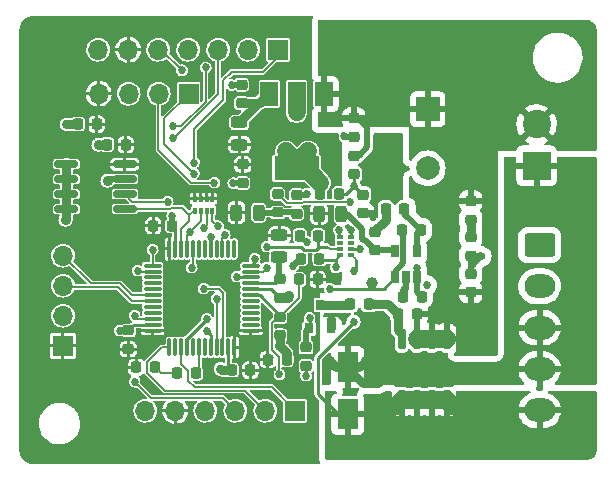
<source format=gtl>
%TF.GenerationSoftware,KiCad,Pcbnew,5.99.0-unknown-6001ac0704~131~ubuntu20.04.1*%
%TF.CreationDate,2021-07-18T17:15:53-07:00*%
%TF.ProjectId,T12_Control,5431325f-436f-46e7-9472-6f6c2e6b6963,rev?*%
%TF.SameCoordinates,PXba85060PY68290a0*%
%TF.FileFunction,Copper,L1,Top*%
%TF.FilePolarity,Positive*%
%FSLAX46Y46*%
G04 Gerber Fmt 4.6, Leading zero omitted, Abs format (unit mm)*
G04 Created by KiCad (PCBNEW 5.99.0-unknown-6001ac0704~131~ubuntu20.04.1) date 2021-07-18 17:15:53*
%MOMM*%
%LPD*%
G01*
G04 APERTURE LIST*
G04 Aperture macros list*
%AMRoundRect*
0 Rectangle with rounded corners*
0 $1 Rounding radius*
0 $2 $3 $4 $5 $6 $7 $8 $9 X,Y pos of 4 corners*
0 Add a 4 corners polygon primitive as box body*
4,1,4,$2,$3,$4,$5,$6,$7,$8,$9,$2,$3,0*
0 Add four circle primitives for the rounded corners*
1,1,$1+$1,$2,$3*
1,1,$1+$1,$4,$5*
1,1,$1+$1,$6,$7*
1,1,$1+$1,$8,$9*
0 Add four rect primitives between the rounded corners*
20,1,$1+$1,$2,$3,$4,$5,0*
20,1,$1+$1,$4,$5,$6,$7,0*
20,1,$1+$1,$6,$7,$8,$9,0*
20,1,$1+$1,$8,$9,$2,$3,0*%
G04 Aperture macros list end*
%TA.AperFunction,SMDPad,CuDef*%
%ADD10RoundRect,0.218750X0.218750X0.256250X-0.218750X0.256250X-0.218750X-0.256250X0.218750X-0.256250X0*%
%TD*%
%TA.AperFunction,SMDPad,CuDef*%
%ADD11R,0.800000X0.900000*%
%TD*%
%TA.AperFunction,ComponentPad*%
%ADD12R,1.700000X1.700000*%
%TD*%
%TA.AperFunction,ComponentPad*%
%ADD13O,1.700000X1.700000*%
%TD*%
%TA.AperFunction,SMDPad,CuDef*%
%ADD14R,1.500000X2.000000*%
%TD*%
%TA.AperFunction,SMDPad,CuDef*%
%ADD15R,3.800000X2.000000*%
%TD*%
%TA.AperFunction,SMDPad,CuDef*%
%ADD16RoundRect,0.218750X-0.218750X-0.256250X0.218750X-0.256250X0.218750X0.256250X-0.218750X0.256250X0*%
%TD*%
%TA.AperFunction,SMDPad,CuDef*%
%ADD17RoundRect,0.218750X0.256250X-0.218750X0.256250X0.218750X-0.256250X0.218750X-0.256250X-0.218750X0*%
%TD*%
%TA.AperFunction,SMDPad,CuDef*%
%ADD18RoundRect,0.218750X-0.256250X0.218750X-0.256250X-0.218750X0.256250X-0.218750X0.256250X0.218750X0*%
%TD*%
%TA.AperFunction,SMDPad,CuDef*%
%ADD19R,0.650000X1.060000*%
%TD*%
%TA.AperFunction,SMDPad,CuDef*%
%ADD20RoundRect,0.243750X-0.243750X-0.456250X0.243750X-0.456250X0.243750X0.456250X-0.243750X0.456250X0*%
%TD*%
%TA.AperFunction,SMDPad,CuDef*%
%ADD21RoundRect,0.243750X-0.456250X0.243750X-0.456250X-0.243750X0.456250X-0.243750X0.456250X0.243750X0*%
%TD*%
%TA.AperFunction,ComponentPad*%
%ADD22R,2.400000X2.400000*%
%TD*%
%TA.AperFunction,ComponentPad*%
%ADD23C,2.400000*%
%TD*%
%TA.AperFunction,SMDPad,CuDef*%
%ADD24R,0.500000X0.320000*%
%TD*%
%TA.AperFunction,SMDPad,CuDef*%
%ADD25RoundRect,0.150000X-0.150000X0.725000X-0.150000X-0.725000X0.150000X-0.725000X0.150000X0.725000X0*%
%TD*%
%TA.AperFunction,SMDPad,CuDef*%
%ADD26R,0.320000X0.500000*%
%TD*%
%TA.AperFunction,SMDPad,CuDef*%
%ADD27RoundRect,0.150000X-0.825000X-0.150000X0.825000X-0.150000X0.825000X0.150000X-0.825000X0.150000X0*%
%TD*%
%TA.AperFunction,ComponentPad*%
%ADD28RoundRect,0.250000X-1.050000X0.750000X-1.050000X-0.750000X1.050000X-0.750000X1.050000X0.750000X0*%
%TD*%
%TA.AperFunction,ComponentPad*%
%ADD29O,2.600000X2.000000*%
%TD*%
%TA.AperFunction,SMDPad,CuDef*%
%ADD30R,1.800000X2.500000*%
%TD*%
%TA.AperFunction,ComponentPad*%
%ADD31R,2.000000X2.000000*%
%TD*%
%TA.AperFunction,ComponentPad*%
%ADD32C,2.000000*%
%TD*%
%TA.AperFunction,SMDPad,CuDef*%
%ADD33C,1.000000*%
%TD*%
%TA.AperFunction,SMDPad,CuDef*%
%ADD34RoundRect,0.075000X0.662500X0.075000X-0.662500X0.075000X-0.662500X-0.075000X0.662500X-0.075000X0*%
%TD*%
%TA.AperFunction,SMDPad,CuDef*%
%ADD35RoundRect,0.075000X0.075000X0.662500X-0.075000X0.662500X-0.075000X-0.662500X0.075000X-0.662500X0*%
%TD*%
%TA.AperFunction,ViaPad*%
%ADD36C,0.889000*%
%TD*%
%TA.AperFunction,ViaPad*%
%ADD37C,0.685800*%
%TD*%
%TA.AperFunction,Conductor*%
%ADD38C,0.800000*%
%TD*%
%TA.AperFunction,Conductor*%
%ADD39C,0.500000*%
%TD*%
%TA.AperFunction,Conductor*%
%ADD40C,0.254000*%
%TD*%
%TA.AperFunction,Conductor*%
%ADD41C,1.500000*%
%TD*%
%TA.AperFunction,Conductor*%
%ADD42C,0.152400*%
%TD*%
G04 APERTURE END LIST*
D10*
%TO.P,C17,1*%
%TO.N,/3.3V*%
X6707500Y28920000D03*
%TO.P,C17,2*%
%TO.N,GND*%
X5132500Y28920000D03*
%TD*%
D11*
%TO.P,Q2,1,B*%
%TO.N,Net-(Q2-Pad1)*%
X24670000Y11620000D03*
%TO.P,Q2,2,E*%
%TO.N,GND*%
X26570000Y11620000D03*
%TO.P,Q2,3,C*%
%TO.N,Net-(Q2-Pad3)*%
X25620000Y13620000D03*
%TD*%
D10*
%TO.P,R6,1*%
%TO.N,Net-(R5-Pad1)*%
X34133176Y19955758D03*
%TO.P,R6,2*%
%TO.N,/TIP_TEMP*%
X32558176Y19955758D03*
%TD*%
%TO.P,C6,1*%
%TO.N,/3.3V*%
X19705287Y8091894D03*
%TO.P,C6,2*%
%TO.N,GND*%
X18130287Y8091894D03*
%TD*%
D12*
%TO.P,J5,1,Pin_1*%
%TO.N,/SWDSWO*%
X23512722Y4647271D03*
D13*
%TO.P,J5,2,Pin_2*%
%TO.N,/SWDCLK*%
X20972722Y4647271D03*
%TO.P,J5,3,Pin_3*%
%TO.N,/SWDIO*%
X18432722Y4647271D03*
%TO.P,J5,4,Pin_4*%
%TO.N,/~{NRST}*%
X15892722Y4647271D03*
%TO.P,J5,5,Pin_5*%
%TO.N,/3.3V*%
X13352722Y4647271D03*
%TO.P,J5,6,Pin_6*%
%TO.N,GND*%
X10812722Y4647271D03*
%TD*%
D14*
%TO.P,U1,1,VI*%
%TO.N,/24V*%
X25920000Y31470000D03*
%TO.P,U1,2,GND*%
%TO.N,GND*%
X23620000Y31470000D03*
D15*
X23620000Y25170000D03*
D14*
%TO.P,U1,3,VO*%
%TO.N,Net-(C5-Pad1)*%
X21320000Y31470000D03*
%TD*%
D16*
%TO.P,C8,1*%
%TO.N,/3.3V*%
X11489907Y20320848D03*
%TO.P,C8,2*%
%TO.N,GND*%
X13064907Y20320848D03*
%TD*%
D17*
%TO.P,C11,1*%
%TO.N,GND*%
X22212495Y11023512D03*
%TO.P,C11,2*%
%TO.N,/~{NRST}*%
X22212495Y12598512D03*
%TD*%
%TO.P,C5,1*%
%TO.N,Net-(C5-Pad1)*%
X18970000Y30682500D03*
%TO.P,C5,2*%
%TO.N,GND*%
X18970000Y32257500D03*
%TD*%
D12*
%TO.P,J6,1,Pin_1*%
%TO.N,/3.3V*%
X3843130Y10160000D03*
D13*
%TO.P,J6,2,Pin_2*%
%TO.N,GND*%
X3843130Y12700000D03*
%TO.P,J6,3,Pin_3*%
%TO.N,/RX*%
X3843130Y15240000D03*
%TO.P,J6,4,Pin_4*%
%TO.N,/TX*%
X3843130Y17780000D03*
%TD*%
D10*
%TO.P,D3,1,K*%
%TO.N,Net-(D3-Pad1)*%
X15107500Y7820000D03*
%TO.P,D3,2,A*%
%TO.N,Net-(D3-Pad2)*%
X13532500Y7820000D03*
%TD*%
%TO.P,C9,1*%
%TO.N,/3.3V*%
X9169500Y27178000D03*
%TO.P,C9,2*%
%TO.N,GND*%
X7594500Y27178000D03*
%TD*%
D18*
%TO.P,R8,1*%
%TO.N,Net-(Q2-Pad1)*%
X24420000Y10007500D03*
%TO.P,R8,2*%
%TO.N,/HEATER_ON*%
X24420000Y8432500D03*
%TD*%
D16*
%TO.P,D2,1,K*%
%TO.N,GNDA*%
X23982500Y17526000D03*
%TO.P,D2,2,A*%
%TO.N,Net-(C15-Pad1)*%
X25557500Y17526000D03*
%TD*%
D19*
%TO.P,U3,1*%
%TO.N,/TIP_TEMP*%
X31935247Y15935610D03*
%TO.P,U3,2,V-*%
%TO.N,GNDA*%
X32885247Y15935610D03*
%TO.P,U3,3,+*%
%TO.N,Net-(C15-Pad1)*%
X33835247Y15935610D03*
%TO.P,U3,4,-*%
%TO.N,Net-(R5-Pad1)*%
X33835247Y18135610D03*
%TO.P,U3,5,V+*%
%TO.N,Net-(C13-Pad1)*%
X31935247Y18135610D03*
%TD*%
D10*
%TO.P,C19,1*%
%TO.N,/NTC*%
X25457500Y19470000D03*
%TO.P,C19,2*%
%TO.N,GND*%
X23882500Y19470000D03*
%TD*%
D18*
%TO.P,C16,1*%
%TO.N,Net-(C16-Pad1)*%
X38370000Y19357500D03*
%TO.P,C16,2*%
%TO.N,GND*%
X38370000Y17782500D03*
%TD*%
D10*
%TO.P,C4,1*%
%TO.N,/V_MON*%
X27207500Y23020000D03*
%TO.P,C4,2*%
%TO.N,GND*%
X25632500Y23020000D03*
%TD*%
D18*
%TO.P,C2,1*%
%TO.N,/24V*%
X28470000Y29431263D03*
%TO.P,C2,2*%
%TO.N,GND*%
X28470000Y27856263D03*
%TD*%
D10*
%TO.P,R3,1*%
%TO.N,Net-(Q1-Pad4)*%
X29743500Y13716000D03*
%TO.P,R3,2*%
%TO.N,Net-(Q2-Pad3)*%
X28168500Y13716000D03*
%TD*%
D20*
%TO.P,FB4,1*%
%TO.N,/3.3V*%
X18532500Y21420000D03*
%TO.P,FB4,2*%
%TO.N,Net-(C18-Pad1)*%
X20407500Y21420000D03*
%TD*%
D21*
%TO.P,FB1,1*%
%TO.N,Net-(C5-Pad1)*%
X18770000Y29057500D03*
%TO.P,FB1,2*%
%TO.N,/3.3V*%
X18770000Y27182500D03*
%TD*%
D10*
%TO.P,C15,1*%
%TO.N,Net-(C15-Pad1)*%
X34207500Y14320000D03*
%TO.P,C15,2*%
%TO.N,GNDA*%
X32632500Y14320000D03*
%TD*%
D17*
%TO.P,C1,1*%
%TO.N,/24V*%
X38370000Y14682500D03*
%TO.P,C1,2*%
%TO.N,GND*%
X38370000Y16257500D03*
%TD*%
D22*
%TO.P,J1,1,Pin_1*%
%TO.N,GND*%
X43942000Y25400000D03*
D23*
%TO.P,J1,2,Pin_2*%
%TO.N,/24V*%
X43942000Y28900000D03*
%TD*%
D24*
%TO.P,RN1,1,R1.1*%
%TO.N,Net-(Q2-Pad1)*%
X27264503Y19337259D03*
%TO.P,RN1,2,R2.1*%
%TO.N,N/C*%
X27264503Y18837259D03*
%TO.P,RN1,3,R3.1*%
%TO.N,/NTC*%
X27264503Y18337259D03*
%TO.P,RN1,4,R4.1*%
%TO.N,Net-(C15-Pad1)*%
X27264503Y17837259D03*
%TO.P,RN1,5,R4.2*%
%TO.N,Net-(D1-Pad1)*%
X28264503Y17837259D03*
%TO.P,RN1,6,R3.2*%
%TO.N,Net-(J2-Pad1)*%
X28264503Y18337259D03*
%TO.P,RN1,7,R2.2*%
%TO.N,N/C*%
X28264503Y18837259D03*
%TO.P,RN1,8,R1.2*%
%TO.N,GND*%
X28264503Y19337259D03*
%TD*%
D18*
%TO.P,C3,1*%
%TO.N,/3.3V*%
X19070000Y25507500D03*
%TO.P,C3,2*%
%TO.N,GND*%
X19070000Y23932500D03*
%TD*%
%TO.P,R10,1*%
%TO.N,/24V*%
X38370000Y22407500D03*
%TO.P,R10,2*%
%TO.N,Net-(C16-Pad1)*%
X38370000Y20832500D03*
%TD*%
%TO.P,R2,1*%
%TO.N,/24V*%
X28470000Y26257500D03*
%TO.P,R2,2*%
%TO.N,/V_MON*%
X28470000Y24682500D03*
%TD*%
D16*
%TO.P,C14,1*%
%TO.N,/3.3V*%
X21196150Y8984958D03*
%TO.P,C14,2*%
%TO.N,GND*%
X22771150Y8984958D03*
%TD*%
D25*
%TO.P,Q1,1,S*%
%TO.N,/24V*%
X36322000Y10703000D03*
%TO.P,Q1,2,S*%
X35052000Y10703000D03*
%TO.P,Q1,3,S*%
X33782000Y10703000D03*
%TO.P,Q1,4,G*%
%TO.N,Net-(Q1-Pad4)*%
X32512000Y10703000D03*
%TO.P,Q1,5,D*%
%TO.N,Net-(D1-Pad1)*%
X32512000Y5553000D03*
%TO.P,Q1,6,D*%
X33782000Y5553000D03*
%TO.P,Q1,7,D*%
X35052000Y5553000D03*
%TO.P,Q1,8,D*%
X36322000Y5553000D03*
%TD*%
D17*
%TO.P,C18,1*%
%TO.N,Net-(C18-Pad1)*%
X23620000Y21332500D03*
%TO.P,C18,2*%
%TO.N,GNDA*%
X23620000Y22907500D03*
%TD*%
%TO.P,C7,1*%
%TO.N,/3.3V*%
X9383143Y9868718D03*
%TO.P,C7,2*%
%TO.N,GND*%
X9383143Y11443718D03*
%TD*%
D10*
%TO.P,R1,1*%
%TO.N,/24V*%
X33807500Y12820000D03*
%TO.P,R1,2*%
%TO.N,Net-(Q1-Pad4)*%
X32232500Y12820000D03*
%TD*%
D18*
%TO.P,R11,1*%
%TO.N,Net-(J2-Pad1)*%
X22020000Y23007500D03*
%TO.P,R11,2*%
%TO.N,Net-(C18-Pad1)*%
X22020000Y21432500D03*
%TD*%
D10*
%TO.P,R7,1*%
%TO.N,/3.3V*%
X25405966Y15766138D03*
%TO.P,R7,2*%
%TO.N,/~{NRST}*%
X23830966Y15766138D03*
%TD*%
D26*
%TO.P,RN2,1,R1.1*%
%TO.N,/3.3V*%
X16498000Y22598000D03*
%TO.P,RN2,2,R2.1*%
X15998000Y22598000D03*
%TO.P,RN2,3,R3.1*%
X15498000Y22598000D03*
%TO.P,RN2,4,R4.1*%
X14998000Y22598000D03*
%TO.P,RN2,5,R4.2*%
%TO.N,/EE_SDA*%
X14998000Y21598000D03*
%TO.P,RN2,6,R3.2*%
%TO.N,/EE_SCL*%
X15498000Y21598000D03*
%TO.P,RN2,7,R2.2*%
%TO.N,/OLED_SDA*%
X15998000Y21598000D03*
%TO.P,RN2,8,R1.2*%
%TO.N,/OLED_SCL*%
X16498000Y21598000D03*
%TD*%
D27*
%TO.P,U2,1,A0*%
%TO.N,GND*%
X4129000Y25527000D03*
%TO.P,U2,2,A1*%
X4129000Y24257000D03*
%TO.P,U2,3,A2*%
X4129000Y22987000D03*
%TO.P,U2,4,GND*%
X4129000Y21717000D03*
%TO.P,U2,5,SDA*%
%TO.N,/EE_SDA*%
X9079000Y21717000D03*
%TO.P,U2,6,SCL*%
%TO.N,/EE_SCL*%
X9079000Y22987000D03*
%TO.P,U2,7,WP*%
%TO.N,GND*%
X9079000Y24257000D03*
%TO.P,U2,8,VCC*%
%TO.N,/3.3V*%
X9079000Y25527000D03*
%TD*%
D18*
%TO.P,C10,1*%
%TO.N,Net-(C10-Pad1)*%
X22199899Y15801990D03*
%TO.P,C10,2*%
%TO.N,GNDA*%
X22199899Y14226990D03*
%TD*%
D28*
%TO.P,J2,1*%
%TO.N,Net-(J2-Pad1)*%
X44196000Y18684000D03*
D29*
%TO.P,J2,2*%
%TO.N,N/C*%
X44196000Y15184000D03*
%TO.P,J2,3*%
%TO.N,GND*%
X44196000Y11684000D03*
%TO.P,J2,4*%
X44196000Y8184000D03*
%TO.P,J2,5*%
%TO.N,Net-(D1-Pad1)*%
X44196000Y4684000D03*
%TD*%
D20*
%TO.P,FB3,1*%
%TO.N,/3.3V*%
X25532500Y21320000D03*
%TO.P,FB3,2*%
%TO.N,Net-(C13-Pad1)*%
X27407500Y21320000D03*
%TD*%
D30*
%TO.P,D1,1,K*%
%TO.N,Net-(D1-Pad1)*%
X27940000Y4350000D03*
%TO.P,D1,2,A*%
%TO.N,GND*%
X27940000Y8350000D03*
%TD*%
D17*
%TO.P,C13,1*%
%TO.N,Net-(C13-Pad1)*%
X30288516Y18227512D03*
%TO.P,C13,2*%
%TO.N,GNDA*%
X30288516Y19802512D03*
%TD*%
D12*
%TO.P,J4,1,Pin_1*%
%TO.N,/OLED_SDA*%
X14479162Y31488285D03*
D13*
%TO.P,J4,2,Pin_2*%
%TO.N,/OLED_SCL*%
X11939162Y31488285D03*
%TO.P,J4,3,Pin_3*%
%TO.N,GND*%
X9399162Y31488285D03*
%TO.P,J4,4,Pin_4*%
%TO.N,/3.3V*%
X6859162Y31488285D03*
%TD*%
D10*
%TO.P,R9,1*%
%TO.N,Net-(D3-Pad2)*%
X11607500Y8320000D03*
%TO.P,R9,2*%
%TO.N,/3.3V*%
X10032500Y8320000D03*
%TD*%
D12*
%TO.P,J3,1,Pin_1*%
%TO.N,/~{CS}*%
X22063440Y35210654D03*
D13*
%TO.P,J3,2,Pin_2*%
%TO.N,/D{slash}~{C}*%
X19523440Y35210654D03*
%TO.P,J3,3,Pin_3*%
%TO.N,/~{RST}*%
X16983440Y35210654D03*
%TO.P,J3,4,Pin_4*%
%TO.N,/MOSI*%
X14443440Y35210654D03*
%TO.P,J3,5,Pin_5*%
%TO.N,/SCK*%
X11903440Y35210654D03*
%TO.P,J3,6,Pin_6*%
%TO.N,/3.3V*%
X9363440Y35210654D03*
%TO.P,J3,7,Pin_7*%
%TO.N,GND*%
X6823440Y35210654D03*
%TD*%
D18*
%TO.P,R4,1*%
%TO.N,/V_MON*%
X29212877Y22949567D03*
%TO.P,R4,2*%
%TO.N,GND*%
X29212877Y21374567D03*
%TD*%
D31*
%TO.P,C12,1*%
%TO.N,/24V*%
X34720000Y30170000D03*
D32*
%TO.P,C12,2*%
%TO.N,GND*%
X34720000Y25170000D03*
%TD*%
D21*
%TO.P,FB2,1*%
%TO.N,/3.3V*%
X22170000Y19507500D03*
%TO.P,FB2,2*%
%TO.N,Net-(C10-Pad1)*%
X22170000Y17632500D03*
%TD*%
D33*
%TO.P,TP1,1,1*%
%TO.N,/TIP_TEMP*%
X29972000Y15494000D03*
%TD*%
D34*
%TO.P,U4,1,VBAT*%
%TO.N,/3.3V*%
X19755000Y11430000D03*
%TO.P,U4,2,PC13*%
%TO.N,N/C*%
X19755000Y11930000D03*
%TO.P,U4,3,PC14*%
X19755000Y12430000D03*
%TO.P,U4,4,PC15*%
X19755000Y12930000D03*
%TO.P,U4,5,PD0*%
X19755000Y13430000D03*
%TO.P,U4,6,PD1*%
X19755000Y13930000D03*
%TO.P,U4,7,NRST*%
%TO.N,/~{NRST}*%
X19755000Y14430000D03*
%TO.P,U4,8,VSSA*%
%TO.N,GNDA*%
X19755000Y14930000D03*
%TO.P,U4,9,VDDA*%
%TO.N,Net-(C10-Pad1)*%
X19755000Y15430000D03*
%TO.P,U4,10,PA0*%
%TO.N,/TIP_TEMP*%
X19755000Y15930000D03*
%TO.P,U4,11,PA1*%
%TO.N,/V_MON*%
X19755000Y16430000D03*
%TO.P,U4,12,PA2*%
%TO.N,/NTC*%
X19755000Y16930000D03*
D35*
%TO.P,U4,13,PA3*%
%TO.N,N/C*%
X18342500Y18342500D03*
%TO.P,U4,14,PA4*%
X17842500Y18342500D03*
%TO.P,U4,15,PA5*%
%TO.N,/SCK*%
X17342500Y18342500D03*
%TO.P,U4,16,PA6*%
%TO.N,N/C*%
X16842500Y18342500D03*
%TO.P,U4,17,PA7*%
%TO.N,/MOSI*%
X16342500Y18342500D03*
%TO.P,U4,18,PB0*%
%TO.N,N/C*%
X15842500Y18342500D03*
%TO.P,U4,19,PB1*%
X15342500Y18342500D03*
%TO.P,U4,20,PB2*%
%TO.N,/~{CS}*%
X14842500Y18342500D03*
%TO.P,U4,21,PB10*%
%TO.N,/EE_SCL*%
X14342500Y18342500D03*
%TO.P,U4,22,PB11*%
%TO.N,/EE_SDA*%
X13842500Y18342500D03*
%TO.P,U4,23,VSS*%
%TO.N,GND*%
X13342500Y18342500D03*
%TO.P,U4,24,VDD*%
%TO.N,/3.3V*%
X12842500Y18342500D03*
D34*
%TO.P,U4,25,PB12*%
%TO.N,/~{RST}*%
X11430000Y16930000D03*
%TO.P,U4,26,PB13*%
%TO.N,/D{slash}~{C}*%
X11430000Y16430000D03*
%TO.P,U4,27,PB14*%
%TO.N,N/C*%
X11430000Y15930000D03*
%TO.P,U4,28,PB15*%
X11430000Y15430000D03*
%TO.P,U4,29,PA8*%
X11430000Y14930000D03*
%TO.P,U4,30,PA9*%
%TO.N,/TX*%
X11430000Y14430000D03*
%TO.P,U4,31,PA10*%
%TO.N,/RX*%
X11430000Y13930000D03*
%TO.P,U4,32,PA11*%
%TO.N,N/C*%
X11430000Y13430000D03*
%TO.P,U4,33,PA12*%
X11430000Y12930000D03*
%TO.P,U4,34,PA13*%
%TO.N,/SWDIO*%
X11430000Y12430000D03*
%TO.P,U4,35,VSS*%
%TO.N,GND*%
X11430000Y11930000D03*
%TO.P,U4,36,VDD*%
%TO.N,/3.3V*%
X11430000Y11430000D03*
D35*
%TO.P,U4,37,PA14*%
%TO.N,/SWDCLK*%
X12842500Y10017500D03*
%TO.P,U4,38,PA15*%
%TO.N,N/C*%
X13342500Y10017500D03*
%TO.P,U4,39,PB3*%
%TO.N,/SWDSWO*%
X13842500Y10017500D03*
%TO.P,U4,40,PB4*%
%TO.N,/HEATER_ON*%
X14342500Y10017500D03*
%TO.P,U4,41,PB5*%
%TO.N,N/C*%
X14842500Y10017500D03*
%TO.P,U4,42,PB6*%
%TO.N,Net-(D3-Pad1)*%
X15342500Y10017500D03*
%TO.P,U4,43,PB7*%
%TO.N,N/C*%
X15842500Y10017500D03*
%TO.P,U4,44,BOOT0*%
%TO.N,GND*%
X16342500Y10017500D03*
%TO.P,U4,45,PB8*%
%TO.N,/OLED_SCL*%
X16842500Y10017500D03*
%TO.P,U4,46,PB9*%
%TO.N,/OLED_SDA*%
X17342500Y10017500D03*
%TO.P,U4,47,VSS*%
%TO.N,GND*%
X17842500Y10017500D03*
%TO.P,U4,48,VDD*%
%TO.N,/3.3V*%
X18342500Y10017500D03*
%TD*%
D10*
%TO.P,R5,1*%
%TO.N,Net-(R5-Pad1)*%
X32749294Y21743019D03*
%TO.P,R5,2*%
%TO.N,GNDA*%
X31174294Y21743019D03*
%TD*%
D36*
%TO.N,GND*%
X4064000Y20828000D03*
D37*
X30070000Y21070000D03*
X17170000Y8220000D03*
D36*
X6858000Y27178000D03*
D37*
X4126700Y28900202D03*
X28251249Y19928699D03*
X24520000Y18920000D03*
D36*
X29464000Y8890000D03*
D37*
X16002000Y11430000D03*
D36*
X22181995Y10160000D03*
D37*
X26520000Y12420000D03*
X8636000Y11430000D03*
D36*
X23620000Y29920000D03*
X25620000Y23970000D03*
X26416000Y8890000D03*
X7620000Y24130000D03*
D37*
X18270000Y23920000D03*
D36*
X22720000Y26620000D03*
X24620000Y26620000D03*
D37*
X27670000Y27870000D03*
X39270000Y17720000D03*
X18120000Y32220000D03*
X13094136Y21149626D03*
%TO.N,/V_MON*%
X21082000Y16764000D03*
X28470000Y23692444D03*
%TO.N,/~{NRST}*%
X22170000Y7720000D03*
%TO.N,Net-(D1-Pad1)*%
X28448000Y12192000D03*
X28448000Y16510000D03*
%TO.N,Net-(C15-Pad1)*%
X33782000Y16764000D03*
X26940040Y16780040D03*
%TO.N,/SCK*%
X13920000Y33470000D03*
X17526000Y19558000D03*
%TO.N,/MOSI*%
X16339988Y19387920D03*
%TO.N,/~{RST}*%
X13170000Y27720000D03*
X11430000Y18288000D03*
%TO.N,/D{slash}~{C}*%
X13170000Y28720000D03*
X10160000Y16510000D03*
X15920000Y33720000D03*
%TO.N,/~{CS}*%
X14732000Y16764000D03*
X14922490Y25655587D03*
%TO.N,/OLED_SCL*%
X16954490Y20279106D03*
X16842500Y14145500D03*
X16670000Y23970000D03*
%TO.N,/OLED_SDA*%
X15748000Y14986000D03*
X15761710Y20098884D03*
X14920000Y24720000D03*
%TO.N,/SWDIO*%
X9906000Y7112000D03*
X9906000Y12700000D03*
%TO.N,/TIP_TEMP*%
X26416000Y14986000D03*
X18542000Y16002000D03*
%TO.N,Net-(J2-Pad1)*%
X28970000Y18320000D03*
X28155248Y22316489D03*
%TO.N,/NTC*%
X20066000Y17526000D03*
X21082000Y18542000D03*
%TO.N,/EE_SCL*%
X12700000Y22352000D03*
X14618898Y19809406D03*
%TO.N,/HEATER_ON*%
X24420000Y7620000D03*
X16020000Y12420000D03*
%TO.N,Net-(Q2-Pad1)*%
X27220000Y19920000D03*
X24720000Y12520000D03*
%TO.N,GNDA*%
X32766000Y14986000D03*
X23320000Y16920000D03*
D36*
X23000031Y14337970D03*
D37*
X31020000Y20670000D03*
X24470000Y23020000D03*
X34670000Y15270000D03*
%TD*%
D38*
%TO.N,GND*%
X27940000Y8350000D02*
X27940000Y8255000D01*
D39*
X28470000Y27856263D02*
X27683737Y27856263D01*
X8649718Y11443718D02*
X8636000Y11430000D01*
D38*
X28924000Y8350000D02*
X29464000Y8890000D01*
X27940000Y8350000D02*
X26956000Y8350000D01*
X25632500Y23957500D02*
X25620000Y23970000D01*
D40*
X28264503Y19337259D02*
X28264503Y19915445D01*
X23882500Y19470000D02*
X23970000Y19470000D01*
D38*
X27940000Y8255000D02*
X28575000Y7620000D01*
X4135593Y28891309D02*
X4126700Y28900202D01*
D40*
X9869425Y11930000D02*
X9383143Y11443718D01*
D41*
X24420000Y25170000D02*
X25620000Y23970000D01*
D38*
X22771150Y8984958D02*
X22771150Y9570845D01*
X22212495Y11023512D02*
X22212495Y10190500D01*
D39*
X38370000Y17782500D02*
X39207500Y17782500D01*
D40*
X17842500Y10017500D02*
X17842500Y8379681D01*
D38*
X4129000Y25527000D02*
X4129000Y21717000D01*
X28575000Y7620000D02*
X29210000Y6985000D01*
D40*
X17842500Y8379681D02*
X18130287Y8091894D01*
D38*
X4129000Y20893000D02*
X4064000Y20828000D01*
D40*
X13342500Y20043255D02*
X13064907Y20320848D01*
D41*
X23620000Y25620000D02*
X24620000Y26620000D01*
D38*
X18130287Y8091894D02*
X17298106Y8091894D01*
D40*
X11430000Y11930000D02*
X9869425Y11930000D01*
D39*
X18282500Y23932500D02*
X18270000Y23920000D01*
D38*
X7594500Y27178000D02*
X6858000Y27178000D01*
D40*
X13342500Y18342500D02*
X13342500Y20043255D01*
D38*
X4129000Y21717000D02*
X4129000Y20893000D01*
X22771150Y9570845D02*
X22181995Y10160000D01*
D40*
X28264503Y19915445D02*
X28251249Y19928699D01*
D39*
X29212877Y21374567D02*
X29765433Y21374567D01*
X38370000Y16820000D02*
X39270000Y17720000D01*
D40*
X16342500Y11089500D02*
X16002000Y11430000D01*
D38*
X29210000Y6985000D02*
X30480000Y6985000D01*
D39*
X18157500Y32257500D02*
X18120000Y32220000D01*
D41*
X23620000Y31470000D02*
X23620000Y29920000D01*
D39*
X18970000Y32257500D02*
X18157500Y32257500D01*
X13064907Y20320848D02*
X13064907Y21120397D01*
X7747000Y24257000D02*
X7620000Y24130000D01*
X27683737Y27856263D02*
X27670000Y27870000D01*
D41*
X23620000Y25720000D02*
X22720000Y26620000D01*
D39*
X38370000Y16257500D02*
X38370000Y16820000D01*
D38*
X26570000Y11620000D02*
X26570000Y12370000D01*
D41*
X23620000Y25170000D02*
X23620000Y25720000D01*
D38*
X25632500Y23020000D02*
X25632500Y23957500D01*
D40*
X23970000Y19470000D02*
X24520000Y18920000D01*
D39*
X13064907Y21120397D02*
X13094136Y21149626D01*
D40*
X16342500Y10017500D02*
X16342500Y11089500D01*
D38*
X22212495Y10190500D02*
X22181995Y10160000D01*
X26956000Y8350000D02*
X26416000Y8890000D01*
X27940000Y8350000D02*
X28924000Y8350000D01*
X17298106Y8091894D02*
X17170000Y8220000D01*
D39*
X29765433Y21374567D02*
X30070000Y21070000D01*
X9383143Y11443718D02*
X8649718Y11443718D01*
D41*
X23620000Y25170000D02*
X23620000Y25620000D01*
X23620000Y25170000D02*
X24420000Y25170000D01*
D38*
X5091044Y28891309D02*
X4135593Y28891309D01*
D39*
X9079000Y24257000D02*
X7747000Y24257000D01*
X19070000Y23932500D02*
X18282500Y23932500D01*
X39207500Y17782500D02*
X39270000Y17720000D01*
D38*
X26570000Y12370000D02*
X26520000Y12420000D01*
D39*
%TO.N,/24V*%
X28907500Y26257500D02*
X28470000Y26257500D01*
X29620000Y28670000D02*
X29620000Y26970000D01*
X28858737Y29431263D02*
X29620000Y28670000D01*
X28470000Y29431263D02*
X28858737Y29431263D01*
X29620000Y26970000D02*
X28907500Y26257500D01*
D41*
X33782000Y10703000D02*
X36322000Y10703000D01*
D42*
%TO.N,/3.3V*%
X21508885Y9225115D02*
X21590000Y9144000D01*
D40*
%TO.N,/V_MON*%
X28470000Y23692444D02*
X29212877Y22949567D01*
D42*
X29212877Y22949567D02*
X29212877Y22862877D01*
X21082000Y16764000D02*
X20748000Y16430000D01*
D40*
X27207500Y23020000D02*
X27797556Y23020000D01*
X28470000Y24682500D02*
X28470000Y23692444D01*
X27797556Y23020000D02*
X28470000Y23692444D01*
D42*
X20748000Y16430000D02*
X19755000Y16430000D01*
%TO.N,/~{NRST}*%
X23830966Y15766138D02*
X23830966Y14216983D01*
X21508885Y12110885D02*
X21508885Y9779901D01*
X22105030Y7784970D02*
X22170000Y7720000D01*
D40*
X22212495Y12711217D02*
X22212495Y12598512D01*
D42*
X22212495Y12598512D02*
X21996512Y12598512D01*
X15892722Y4681278D02*
X15892722Y4647271D01*
X21996512Y12598512D02*
X21508885Y12110885D01*
X23830966Y14216983D02*
X22212495Y12598512D01*
D40*
X20493712Y14430000D02*
X22212495Y12711217D01*
X19755000Y14430000D02*
X20493712Y14430000D01*
D42*
X21508885Y9779901D02*
X22105030Y9183756D01*
X22105030Y9183756D02*
X22105030Y7784970D01*
D41*
%TO.N,Net-(D1-Pad1)*%
X36795000Y5080000D02*
X38100000Y5080000D01*
D40*
X28614503Y17387259D02*
X28614503Y16676503D01*
D41*
X32512000Y5553000D02*
X32039000Y5080000D01*
X32039000Y5080000D02*
X31115000Y5080000D01*
D40*
X25400000Y6096000D02*
X27146000Y4350000D01*
X27146000Y4350000D02*
X27940000Y4350000D01*
X25400000Y9144000D02*
X25400000Y6096000D01*
X28448000Y12192000D02*
X25400000Y9144000D01*
X28614503Y16676503D02*
X28448000Y16510000D01*
D41*
X32512000Y5553000D02*
X36322000Y5553000D01*
D42*
X28264503Y17837259D02*
X28614503Y17487259D01*
X28614503Y17487259D02*
X28614503Y17387259D01*
D41*
X36322000Y5553000D02*
X36795000Y5080000D01*
D40*
%TO.N,Net-(C15-Pad1)*%
X25705738Y17377762D02*
X25557500Y17526000D01*
X33835247Y16710753D02*
X33782000Y16764000D01*
X33835247Y15935610D02*
X33835247Y16710753D01*
D39*
X33835247Y14692253D02*
X34207500Y14320000D01*
D40*
X26924000Y17377762D02*
X26914503Y17387259D01*
X26924000Y16796080D02*
X26940040Y16780040D01*
D42*
X27264503Y17837259D02*
X27264503Y17718265D01*
X27264503Y17718265D02*
X26924000Y17377762D01*
D40*
X26924000Y17377762D02*
X25705738Y17377762D01*
D39*
X33835247Y15935610D02*
X33835247Y14692253D01*
D40*
X26924000Y17377762D02*
X26924000Y16796080D01*
D42*
%TO.N,/SCK*%
X17342500Y19374500D02*
X17342500Y18342500D01*
X17526000Y19558000D02*
X17342500Y19374500D01*
X13920000Y33470000D02*
X12179346Y35210654D01*
X12179346Y35210654D02*
X11903440Y35210654D01*
%TO.N,/MOSI*%
X16342500Y18342500D02*
X16342500Y19220322D01*
X16342500Y19220322D02*
X16342500Y19385408D01*
X16342500Y19385408D02*
X16339988Y19387920D01*
%TO.N,/~{RST}*%
X11430000Y16930000D02*
X11430000Y18288000D01*
X16983440Y31449995D02*
X16983440Y35210654D01*
X13253445Y27720000D02*
X16983440Y31449995D01*
X13170000Y27720000D02*
X13253445Y27720000D01*
%TO.N,/D{slash}~{C}*%
X15920000Y30817622D02*
X15920000Y33720000D01*
X13170000Y28720000D02*
X13822377Y28720000D01*
X13822377Y28720000D02*
X15920000Y30817622D01*
X13170000Y28720000D02*
X13298345Y28720000D01*
X11430000Y16430000D02*
X10240000Y16430000D01*
X10240000Y16430000D02*
X10160000Y16510000D01*
%TO.N,/~{CS}*%
X17420000Y32620000D02*
X18145000Y33345000D01*
X14922490Y25655587D02*
X14922490Y28472490D01*
X20795000Y33345000D02*
X22063440Y34613440D01*
X17420000Y30970000D02*
X17420000Y32620000D01*
X14922490Y28472490D02*
X17420000Y30970000D01*
X14842500Y16874500D02*
X14732000Y16764000D01*
X22063440Y34613440D02*
X22063440Y35210654D01*
X14842500Y18342500D02*
X14842500Y16874500D01*
X18145000Y33345000D02*
X20795000Y33345000D01*
%TO.N,/OLED_SCL*%
X11920000Y27720000D02*
X11920000Y31469123D01*
X16842500Y10017500D02*
X16842500Y14145500D01*
X16498000Y20735596D02*
X16954490Y20279106D01*
X16670000Y23970000D02*
X14670000Y23970000D01*
X16948000Y20285596D02*
X16954490Y20279106D01*
X16498000Y21598000D02*
X16498000Y20735596D01*
X11920000Y26720000D02*
X14670000Y23970000D01*
X11920000Y31469123D02*
X11939162Y31488285D01*
X11920000Y27720000D02*
X11920000Y26720000D01*
%TO.N,/OLED_SDA*%
X12420000Y29429123D02*
X14479162Y31488285D01*
X12420000Y27220000D02*
X12420000Y29429123D01*
X17342500Y10017500D02*
X17414001Y10089001D01*
X17018000Y14986000D02*
X17414001Y14589999D01*
X15748000Y14986000D02*
X17018000Y14986000D01*
X15998000Y20335174D02*
X15761710Y20098884D01*
X15998000Y21598000D02*
X15998000Y20335174D01*
X17414001Y10089001D02*
X17414001Y14589999D01*
X14920000Y24720000D02*
X12420000Y27220000D01*
%TO.N,/SWDIO*%
X11292128Y5725872D02*
X17354121Y5725872D01*
X9906000Y7112000D02*
X11292128Y5725872D01*
X11430000Y12430000D02*
X10176000Y12430000D01*
X10176000Y12430000D02*
X9906000Y12700000D01*
X17354121Y5725872D02*
X18432722Y4647271D01*
%TO.N,/SWDCLK*%
X19269993Y6350000D02*
X20972722Y4647271D01*
X15772500Y6350000D02*
X15990000Y6350000D01*
X10941380Y7878442D02*
X12469822Y6350000D01*
X12842500Y10017500D02*
X12197322Y10017500D01*
X12197322Y10017500D02*
X10941380Y8761558D01*
X15990000Y6350000D02*
X19269993Y6350000D01*
X12469822Y6350000D02*
X15990000Y6350000D01*
X10941380Y8761558D02*
X10941380Y7878442D01*
%TO.N,/SWDSWO*%
X13842500Y10017500D02*
X13842500Y8617678D01*
X13842500Y8617678D02*
X14441380Y8018798D01*
X14441380Y8018798D02*
X14441380Y7198620D01*
X16785189Y6654811D02*
X21505182Y6654811D01*
X14985189Y6654811D02*
X16785189Y6654811D01*
X14441380Y7198620D02*
X14985189Y6654811D01*
X21505182Y6654811D02*
X23512722Y4647271D01*
X16467689Y6654811D02*
X16785189Y6654811D01*
%TO.N,/TX*%
X6191731Y15431399D02*
X3843130Y17780000D01*
X8698601Y15431399D02*
X6191731Y15431399D01*
X9700000Y14430000D02*
X8698601Y15431399D01*
X11430000Y14430000D02*
X9700000Y14430000D01*
%TO.N,/RX*%
X11430000Y13930000D02*
X9683304Y13930000D01*
X3956542Y15126588D02*
X3843130Y15240000D01*
X9683304Y13930000D02*
X8486716Y15126588D01*
X8486716Y15126588D02*
X3956542Y15126588D01*
D38*
%TO.N,Net-(Q1-Pad4)*%
X32232500Y11472500D02*
X32385000Y11320000D01*
X31336500Y13716000D02*
X32232500Y12820000D01*
X32232500Y11472500D02*
X32232500Y12820000D01*
X29743500Y13716000D02*
X31336500Y13716000D01*
D39*
%TO.N,Net-(R5-Pad1)*%
X32749294Y21339640D02*
X34133176Y19955758D01*
X33835247Y19657829D02*
X34133176Y19955758D01*
X32749294Y21743019D02*
X32749294Y21339640D01*
X33835247Y18135610D02*
X33835247Y19657829D01*
D40*
%TO.N,/TIP_TEMP*%
X31935247Y15935610D02*
X30988000Y14988363D01*
X26418363Y14988363D02*
X26416000Y14986000D01*
D39*
X31935247Y16409704D02*
X31935247Y15935610D01*
D40*
X18542000Y16002000D02*
X18614000Y15930000D01*
D39*
X32662657Y19851277D02*
X32662657Y17137114D01*
D40*
X30988000Y14988363D02*
X29720363Y14988363D01*
X29718000Y14990726D02*
X29720363Y14988363D01*
D39*
X32558176Y19955758D02*
X32662657Y19851277D01*
X32662657Y17137114D02*
X31935247Y16409704D01*
D40*
X29720363Y14988363D02*
X26418363Y14988363D01*
X18614000Y15930000D02*
X19755000Y15930000D01*
D42*
%TO.N,Net-(J2-Pad1)*%
X24136558Y22316380D02*
X24061558Y22241380D01*
X24061558Y22241380D02*
X22786120Y22241380D01*
X22786120Y22241380D02*
X22020000Y23007500D01*
D40*
X28264503Y18337259D02*
X28952741Y18337259D01*
X28952741Y18337259D02*
X28970000Y18320000D01*
D42*
X28155139Y22316380D02*
X24136558Y22316380D01*
X28155248Y22316489D02*
X28155139Y22316380D01*
%TO.N,/NTC*%
X26411581Y18337259D02*
X26206840Y18542000D01*
D40*
X20066000Y17526000D02*
X20066000Y17241000D01*
X20066000Y17241000D02*
X19755000Y16930000D01*
D42*
X27264503Y18337259D02*
X26411581Y18337259D01*
D40*
X25253699Y18297699D02*
X24221295Y18297699D01*
X26206840Y18542000D02*
X25498000Y18542000D01*
X23976994Y18542000D02*
X21082000Y18542000D01*
X24221295Y18297699D02*
X23976994Y18542000D01*
X25457500Y19470000D02*
X25457500Y18582500D01*
X25498000Y18542000D02*
X25253699Y18297699D01*
X25457500Y18582500D02*
X25498000Y18542000D01*
D42*
%TO.N,/EE_SDA*%
X13842500Y20025405D02*
X14548000Y20730905D01*
X13961000Y21835000D02*
X14548000Y21248000D01*
X14898000Y21598000D02*
X14548000Y21248000D01*
X14548000Y20730905D02*
X14548000Y21248000D01*
X13028822Y21835000D02*
X13961000Y21835000D01*
X9079000Y21717000D02*
X12910822Y21717000D01*
X14998000Y21598000D02*
X14898000Y21598000D01*
X13842500Y18342500D02*
X13842500Y20025405D01*
X12910822Y21717000D02*
X13028822Y21835000D01*
%TO.N,/EE_SCL*%
X15498000Y21598000D02*
X15498000Y20688508D01*
X15498000Y20688508D02*
X15348000Y20538508D01*
X15348000Y20538508D02*
X14618898Y19809406D01*
X14342500Y19533008D02*
X14618898Y19809406D01*
X14342500Y18342500D02*
X14342500Y19533008D01*
X12700000Y22352000D02*
X9714000Y22352000D01*
X9714000Y22352000D02*
X9079000Y22987000D01*
D40*
%TO.N,/HEATER_ON*%
X24420000Y7620000D02*
X24420000Y8432500D01*
X16006274Y12420000D02*
X14342500Y10756226D01*
X16020000Y12420000D02*
X16006274Y12420000D01*
X14342500Y10756226D02*
X14342500Y10017500D01*
D38*
%TO.N,Net-(Q2-Pad3)*%
X25620000Y13620000D02*
X28072500Y13620000D01*
X28102500Y13650000D02*
X28168500Y13716000D01*
X28072500Y13620000D02*
X28168500Y13716000D01*
D42*
%TO.N,Net-(D3-Pad2)*%
X13532500Y7820000D02*
X12107500Y7820000D01*
X12107500Y7820000D02*
X11607500Y8320000D01*
%TO.N,Net-(D3-Pad1)*%
X15342500Y10017500D02*
X15342500Y8055000D01*
X15342500Y8055000D02*
X15107500Y7820000D01*
D39*
%TO.N,Net-(Q2-Pad1)*%
X24420000Y10007500D02*
X24420000Y11370000D01*
D40*
X27220000Y19381762D02*
X27264503Y19337259D01*
X27220000Y19920000D02*
X27220000Y19381762D01*
X24720000Y12520000D02*
X24720000Y11670000D01*
D39*
X24420000Y11370000D02*
X24670000Y11620000D01*
D40*
X24720000Y11670000D02*
X24670000Y11620000D01*
D38*
%TO.N,Net-(C5-Pad1)*%
X21182500Y31470000D02*
X18770000Y29057500D01*
X18970000Y30682500D02*
X20532500Y30682500D01*
X21320000Y31470000D02*
X21182500Y31470000D01*
X20532500Y30682500D02*
X21320000Y31470000D01*
%TO.N,Net-(C16-Pad1)*%
X38370000Y20832500D02*
X38370000Y19357500D01*
D39*
%TO.N,Net-(C10-Pad1)*%
X22170000Y15831889D02*
X22199899Y15801990D01*
X22170000Y17632500D02*
X22170000Y15831889D01*
D40*
X21827909Y15430000D02*
X22199899Y15801990D01*
X19755000Y15430000D02*
X21827909Y15430000D01*
D39*
%TO.N,Net-(C13-Pad1)*%
X31843345Y18227512D02*
X31935247Y18135610D01*
X29170000Y20063976D02*
X29170000Y19170000D01*
X30288516Y18227512D02*
X31843345Y18227512D01*
X29451227Y19064801D02*
X30288516Y18227512D01*
X29275199Y19064801D02*
X29451227Y19064801D01*
X27407500Y21320000D02*
X27913976Y21320000D01*
X29170000Y19170000D02*
X29275199Y19064801D01*
X27913976Y21320000D02*
X29170000Y20063976D01*
%TO.N,Net-(C18-Pad1)*%
X22020000Y21432500D02*
X23520000Y21432500D01*
X20407500Y21420000D02*
X22007500Y21420000D01*
X22007500Y21420000D02*
X22020000Y21432500D01*
X23520000Y21432500D02*
X23620000Y21332500D01*
%TO.N,GNDA*%
X23620000Y22907500D02*
X24357500Y22907500D01*
X24357500Y22907500D02*
X24470000Y23020000D01*
D38*
X31174294Y21743019D02*
X31174294Y20824294D01*
D39*
X32632500Y14852500D02*
X32766000Y14986000D01*
X32885247Y15105247D02*
X32766000Y14986000D01*
D40*
X19755000Y14930000D02*
X21496889Y14930000D01*
D39*
X32632500Y14320000D02*
X32632500Y14852500D01*
X23926000Y17526000D02*
X23320000Y16920000D01*
D40*
X21496889Y14930000D02*
X22199899Y14226990D01*
D38*
X22889051Y14226990D02*
X23000031Y14337970D01*
X30288516Y19802512D02*
X30288516Y19938516D01*
D39*
X23982500Y17526000D02*
X23926000Y17526000D01*
D38*
X30288516Y19938516D02*
X31020000Y20670000D01*
D39*
X32885247Y15935610D02*
X32885247Y15105247D01*
D38*
X31174294Y20824294D02*
X31020000Y20670000D01*
X22199899Y14226990D02*
X22889051Y14226990D01*
%TD*%
%TA.AperFunction,Conductor*%
%TO.N,/3.3V*%
G36*
X24996618Y38047981D02*
G01*
X25022338Y38003432D01*
X25013405Y37952774D01*
X25005113Y37941129D01*
X24992645Y37926740D01*
X24932579Y37795214D01*
X24912577Y37727093D01*
X24912196Y37724445D01*
X24912195Y37724439D01*
X24893690Y37595727D01*
X24892000Y37583974D01*
X24892000Y33104000D01*
X24892215Y33102002D01*
X24892215Y33101998D01*
X24901429Y33016299D01*
X24903609Y32996020D01*
X24904035Y32994063D01*
X24904036Y32994055D01*
X24908629Y32972943D01*
X24914995Y32943678D01*
X24949293Y32840628D01*
X24951836Y32836671D01*
X24951837Y32836669D01*
X25002607Y32757670D01*
X25027465Y32718990D01*
X25052575Y32690012D01*
X25062996Y32677985D01*
X25081355Y32629933D01*
X25064530Y32581322D01*
X25059393Y32575621D01*
X25040303Y32556497D01*
X25017074Y32500280D01*
X25017080Y32492876D01*
X25017080Y32492874D01*
X25017084Y32488383D01*
X25017100Y32470000D01*
X25017100Y30439726D01*
X25017127Y30439453D01*
X25040454Y30383276D01*
X25051164Y30372585D01*
X25060244Y30363521D01*
X25082025Y30316920D01*
X25068755Y30267222D01*
X25063953Y30261059D01*
X25040895Y30234449D01*
X24996912Y30183690D01*
X24992645Y30178766D01*
X24932579Y30047240D01*
X24931822Y30044661D01*
X24931821Y30044659D01*
X24913333Y29981694D01*
X24912577Y29979119D01*
X24912196Y29976471D01*
X24912195Y29976465D01*
X24897558Y29874656D01*
X24892000Y29836000D01*
X24892000Y28769763D01*
X24892215Y28767765D01*
X24892215Y28767761D01*
X24902805Y28669263D01*
X24903609Y28661783D01*
X24914995Y28609441D01*
X24949293Y28506391D01*
X24951836Y28502434D01*
X24951837Y28502432D01*
X25019054Y28397841D01*
X25027465Y28384753D01*
X25073958Y28331097D01*
X25183234Y28236408D01*
X25314760Y28176342D01*
X25317339Y28175585D01*
X25317341Y28175584D01*
X25325760Y28173112D01*
X25382881Y28156340D01*
X25385529Y28155959D01*
X25385535Y28155958D01*
X25523340Y28136145D01*
X25523346Y28136145D01*
X25526000Y28135763D01*
X27128625Y28135763D01*
X27176963Y28118170D01*
X27202683Y28073621D01*
X27196696Y28028605D01*
X27196507Y28028202D01*
X27190989Y28016448D01*
X27169139Y27876119D01*
X27169833Y27870812D01*
X27169833Y27870809D01*
X27171892Y27855064D01*
X27187554Y27735299D01*
X27189712Y27730395D01*
X27223508Y27653588D01*
X27244752Y27605306D01*
X27248197Y27601208D01*
X27248198Y27601206D01*
X27308436Y27529545D01*
X27336135Y27496593D01*
X27340594Y27493625D01*
X27340595Y27493624D01*
X27417091Y27442704D01*
X27447580Y27401274D01*
X27450621Y27380105D01*
X27450621Y23723100D01*
X27433028Y23674762D01*
X27388479Y23649042D01*
X27375421Y23647900D01*
X26953737Y23647900D01*
X26922723Y23643348D01*
X26886264Y23637997D01*
X26886261Y23637996D01*
X26880476Y23637147D01*
X26875226Y23634569D01*
X26875225Y23634569D01*
X26774988Y23585355D01*
X26774987Y23585354D01*
X26769412Y23582617D01*
X26765025Y23578223D01*
X26765023Y23578221D01*
X26687472Y23500534D01*
X26682000Y23495052D01*
X26679271Y23489468D01*
X26679269Y23489466D01*
X26652380Y23434456D01*
X26627665Y23383894D01*
X26622986Y23351823D01*
X26618057Y23318033D01*
X26617100Y23311476D01*
X26617100Y22728737D01*
X26627853Y22655476D01*
X26630432Y22650222D01*
X26632168Y22644633D01*
X26629733Y22643877D01*
X26634179Y22602693D01*
X26605535Y22559967D01*
X26561162Y22545480D01*
X26278722Y22545480D01*
X26230384Y22563073D01*
X26204664Y22607622D01*
X26209893Y22644716D01*
X26208049Y22645286D01*
X26209773Y22650865D01*
X26212335Y22656106D01*
X26222900Y22728524D01*
X26222900Y23264859D01*
X26240493Y23313197D01*
X26244926Y23318033D01*
X26325550Y23398657D01*
X26428921Y23557834D01*
X26439184Y23584569D01*
X26476297Y23681254D01*
X26496937Y23735025D01*
X26526629Y23922486D01*
X26526341Y23927993D01*
X26516901Y24108092D01*
X26516695Y24112023D01*
X26483562Y24235677D01*
X26468591Y24291552D01*
X26468589Y24291557D01*
X26467572Y24295353D01*
X26393921Y24439901D01*
X26383196Y24460951D01*
X26381406Y24464464D01*
X26310387Y24552164D01*
X26293143Y24573459D01*
X26293141Y24573461D01*
X26291903Y24574990D01*
X25694926Y25171967D01*
X25673186Y25218587D01*
X25672900Y25225141D01*
X25672900Y26200274D01*
X25672873Y26200547D01*
X25649546Y26256724D01*
X25606497Y26299697D01*
X25550280Y26322926D01*
X25550751Y26324067D01*
X25513393Y26346689D01*
X25496812Y26395383D01*
X25499359Y26413277D01*
X25516696Y26477977D01*
X25523601Y26609740D01*
X25526423Y26663578D01*
X25526423Y26663581D01*
X25526629Y26667514D01*
X25496939Y26854975D01*
X25428921Y27032166D01*
X25426776Y27035469D01*
X25426774Y27035473D01*
X25349325Y27154734D01*
X25325551Y27191343D01*
X25191343Y27325551D01*
X25032166Y27428921D01*
X25028485Y27430334D01*
X25028483Y27430335D01*
X24858653Y27495526D01*
X24858654Y27495526D01*
X24854975Y27496938D01*
X24667514Y27526629D01*
X24663580Y27526423D01*
X24663577Y27526423D01*
X24481906Y27516902D01*
X24481905Y27516902D01*
X24477977Y27516696D01*
X24474178Y27515678D01*
X24298454Y27468592D01*
X24298453Y27468591D01*
X24294648Y27467572D01*
X24291139Y27465784D01*
X24291136Y27465783D01*
X24164529Y27401274D01*
X24125537Y27381407D01*
X24015010Y27291904D01*
X24013617Y27290511D01*
X24013607Y27290502D01*
X23723173Y27000068D01*
X23676553Y26978328D01*
X23626866Y26991642D01*
X23616825Y27000068D01*
X23324990Y27291903D01*
X23323457Y27293145D01*
X23224915Y27372943D01*
X23214464Y27381406D01*
X23157758Y27410299D01*
X23048865Y27465783D01*
X23048861Y27465784D01*
X23045353Y27467572D01*
X23041552Y27468591D01*
X23041548Y27468592D01*
X22865822Y27515678D01*
X22862023Y27516696D01*
X22858095Y27516902D01*
X22858094Y27516902D01*
X22676423Y27526423D01*
X22676420Y27526423D01*
X22672486Y27526629D01*
X22485026Y27496938D01*
X22420005Y27471979D01*
X22311517Y27430335D01*
X22311515Y27430334D01*
X22307834Y27428921D01*
X22148657Y27325550D01*
X22014450Y27191343D01*
X21911079Y27032166D01*
X21909666Y27028485D01*
X21909665Y27028483D01*
X21887649Y26971128D01*
X21843062Y26854975D01*
X21813371Y26667514D01*
X21813577Y26663581D01*
X21813577Y26663578D01*
X21819005Y26560003D01*
X21823304Y26477977D01*
X21832381Y26444102D01*
X21839492Y26417563D01*
X21835008Y26366319D01*
X21798635Y26329946D01*
X21766854Y26322900D01*
X21689726Y26322900D01*
X21689453Y26322873D01*
X21633276Y26299546D01*
X21590303Y26256497D01*
X21567074Y26200280D01*
X21567100Y26170000D01*
X21567100Y24139726D01*
X21567127Y24139453D01*
X21590454Y24083276D01*
X21633503Y24040303D01*
X21689720Y24017074D01*
X21697125Y24017080D01*
X21697127Y24017080D01*
X21720000Y24017100D01*
X24264859Y24017100D01*
X24313197Y23999507D01*
X24318033Y23995074D01*
X24695416Y23617691D01*
X24717156Y23571071D01*
X24703842Y23521384D01*
X24661705Y23491879D01*
X24620697Y23492470D01*
X24544037Y23515396D01*
X24538681Y23515429D01*
X24538679Y23515429D01*
X24475330Y23515816D01*
X24402020Y23516264D01*
X24265468Y23477237D01*
X24260940Y23474380D01*
X24183896Y23425769D01*
X24133627Y23414855D01*
X24100099Y23428147D01*
X24099449Y23428611D01*
X24095052Y23433000D01*
X23983894Y23487335D01*
X23944986Y23493011D01*
X23914179Y23497506D01*
X23914174Y23497506D01*
X23911476Y23497900D01*
X23328737Y23497900D01*
X23297723Y23493348D01*
X23261264Y23487997D01*
X23261261Y23487996D01*
X23255476Y23487147D01*
X23250226Y23484569D01*
X23250225Y23484569D01*
X23149988Y23435355D01*
X23149987Y23435354D01*
X23144412Y23432617D01*
X23140025Y23428223D01*
X23140023Y23428221D01*
X23063939Y23352003D01*
X23057000Y23345052D01*
X23054271Y23339468D01*
X23054269Y23339466D01*
X23039253Y23308746D01*
X23002665Y23233894D01*
X22992100Y23161476D01*
X22992100Y22653737D01*
X23002853Y22580476D01*
X23005432Y22575222D01*
X23007168Y22569633D01*
X23004733Y22568877D01*
X23009179Y22527693D01*
X22980535Y22484967D01*
X22936162Y22470480D01*
X22912164Y22470480D01*
X22863826Y22488073D01*
X22858990Y22492506D01*
X22668230Y22683266D01*
X22646490Y22729886D01*
X22646991Y22747291D01*
X22647506Y22750820D01*
X22647507Y22750827D01*
X22647900Y22753524D01*
X22647900Y23261263D01*
X22640521Y23311536D01*
X22637997Y23328736D01*
X22637996Y23328739D01*
X22637147Y23334524D01*
X22633234Y23342494D01*
X22585355Y23440012D01*
X22585354Y23440013D01*
X22582617Y23445588D01*
X22578223Y23449975D01*
X22578221Y23449977D01*
X22499453Y23528607D01*
X22499452Y23528608D01*
X22495052Y23533000D01*
X22489468Y23535729D01*
X22489466Y23535731D01*
X22412189Y23573504D01*
X22383894Y23587335D01*
X22340786Y23593624D01*
X22314179Y23597506D01*
X22314174Y23597506D01*
X22311476Y23597900D01*
X21728737Y23597900D01*
X21699604Y23593624D01*
X21661264Y23587997D01*
X21661261Y23587996D01*
X21655476Y23587147D01*
X21650226Y23584569D01*
X21650225Y23584569D01*
X21549988Y23535355D01*
X21549987Y23535354D01*
X21544412Y23532617D01*
X21540025Y23528223D01*
X21540023Y23528221D01*
X21469419Y23457493D01*
X21457000Y23445052D01*
X21454271Y23439468D01*
X21454269Y23439466D01*
X21431932Y23393769D01*
X21402665Y23333894D01*
X21399339Y23311093D01*
X21392594Y23264859D01*
X21392100Y23261476D01*
X21392100Y22753737D01*
X21394987Y22734069D01*
X21400876Y22693947D01*
X21402853Y22680476D01*
X21405431Y22675226D01*
X21405431Y22675225D01*
X21449108Y22586267D01*
X21457383Y22569412D01*
X21461777Y22565025D01*
X21461779Y22565023D01*
X21540547Y22486393D01*
X21544948Y22482000D01*
X21550532Y22479271D01*
X21550534Y22479269D01*
X21595941Y22457074D01*
X21656106Y22427665D01*
X21695014Y22421989D01*
X21725821Y22417494D01*
X21725826Y22417494D01*
X21728524Y22417100D01*
X22255256Y22417100D01*
X22303594Y22399507D01*
X22308430Y22395074D01*
X22618481Y22085023D01*
X22621191Y22082168D01*
X22648450Y22051894D01*
X22660705Y22046438D01*
X22671059Y22041828D01*
X22681430Y22036196D01*
X22702183Y22022719D01*
X22710708Y22021369D01*
X22729534Y22015793D01*
X22737423Y22012280D01*
X22762174Y22012280D01*
X22773938Y22011354D01*
X22790572Y22008719D01*
X22790574Y22008719D01*
X22798378Y22007483D01*
X22806010Y22009528D01*
X22806011Y22009528D01*
X22806719Y22009718D01*
X22826182Y22012280D01*
X23135630Y22012280D01*
X23183968Y21994687D01*
X23209688Y21950138D01*
X23200755Y21899480D01*
X23168773Y21869577D01*
X23160741Y21865634D01*
X23149988Y21860355D01*
X23149987Y21860354D01*
X23144412Y21857617D01*
X23140024Y21853221D01*
X23134966Y21849600D01*
X23133082Y21852232D01*
X23097600Y21835686D01*
X23091046Y21835400D01*
X22645201Y21835400D01*
X22596863Y21852993D01*
X22584926Y21865885D01*
X22582617Y21870588D01*
X22531793Y21921323D01*
X22499453Y21953607D01*
X22499452Y21953608D01*
X22495052Y21958000D01*
X22489468Y21960729D01*
X22489466Y21960731D01*
X22393820Y22007483D01*
X22383894Y22012335D01*
X22344986Y22018011D01*
X22314179Y22022506D01*
X22314174Y22022506D01*
X22311476Y22022900D01*
X21728737Y22022900D01*
X21697723Y22018348D01*
X21661264Y22012997D01*
X21661261Y22012996D01*
X21655476Y22012147D01*
X21650226Y22009569D01*
X21650225Y22009569D01*
X21549988Y21960355D01*
X21549987Y21960354D01*
X21544412Y21957617D01*
X21540025Y21953223D01*
X21540023Y21953221D01*
X21462028Y21875089D01*
X21457000Y21870052D01*
X21454270Y21864466D01*
X21450661Y21859407D01*
X21449526Y21860217D01*
X21417537Y21829376D01*
X21387007Y21822900D01*
X21123100Y21822900D01*
X21074762Y21840493D01*
X21049042Y21885042D01*
X21047900Y21898100D01*
X21047900Y21939073D01*
X21009073Y22058570D01*
X20935220Y22160220D01*
X20922244Y22169648D01*
X20873591Y22204996D01*
X20833570Y22234073D01*
X20714073Y22272900D01*
X20100927Y22272900D01*
X19981430Y22234073D01*
X19941409Y22204996D01*
X19892757Y22169648D01*
X19879780Y22160220D01*
X19805927Y22058570D01*
X19767100Y21939073D01*
X19767100Y20900927D01*
X19805927Y20781430D01*
X19879780Y20679780D01*
X19981430Y20605927D01*
X20100927Y20567100D01*
X20714073Y20567100D01*
X20833570Y20605927D01*
X20935220Y20679780D01*
X21009073Y20781430D01*
X21047900Y20900927D01*
X21047900Y20941900D01*
X21065493Y20990238D01*
X21110042Y21015958D01*
X21123100Y21017100D01*
X21403747Y21017100D01*
X21452085Y20999507D01*
X21457083Y20994112D01*
X21457383Y20994412D01*
X21540161Y20911779D01*
X21544948Y20907000D01*
X21550532Y20904271D01*
X21550534Y20904269D01*
X21625511Y20867620D01*
X21656106Y20852665D01*
X21695014Y20846989D01*
X21725821Y20842494D01*
X21725826Y20842494D01*
X21728524Y20842100D01*
X22311263Y20842100D01*
X22342277Y20846652D01*
X22378736Y20852003D01*
X22378739Y20852004D01*
X22384524Y20852853D01*
X22398592Y20859760D01*
X22490012Y20904645D01*
X22490013Y20904646D01*
X22495588Y20907383D01*
X22499975Y20911777D01*
X22499977Y20911779D01*
X22548318Y20960205D01*
X22583000Y20994948D01*
X22584805Y20998640D01*
X22626365Y21027204D01*
X22645194Y21029600D01*
X22944155Y21029600D01*
X22992493Y21012007D01*
X23011658Y20987542D01*
X23057383Y20894412D01*
X23061777Y20890025D01*
X23061779Y20890023D01*
X23140469Y20811471D01*
X23144948Y20807000D01*
X23150532Y20804271D01*
X23150534Y20804269D01*
X23211432Y20774502D01*
X23256106Y20752665D01*
X23295014Y20746989D01*
X23325821Y20742494D01*
X23325826Y20742494D01*
X23328524Y20742100D01*
X23911263Y20742100D01*
X23942277Y20746652D01*
X23978736Y20752003D01*
X23978739Y20752004D01*
X23984524Y20752853D01*
X23998826Y20759875D01*
X24090012Y20804645D01*
X24090013Y20804646D01*
X24095588Y20807383D01*
X24099975Y20811777D01*
X24099977Y20811779D01*
X24178607Y20890547D01*
X24178608Y20890548D01*
X24183000Y20894948D01*
X24185729Y20900532D01*
X24185731Y20900534D01*
X24234773Y21000865D01*
X24237335Y21006106D01*
X24243684Y21049628D01*
X24247506Y21075821D01*
X24247506Y21075826D01*
X24247900Y21078524D01*
X24247900Y21183931D01*
X24791000Y21183931D01*
X24791000Y20818676D01*
X24791220Y20814612D01*
X24797104Y20760455D01*
X24799268Y20751350D01*
X24845781Y20627276D01*
X24850875Y20617973D01*
X24929956Y20512456D01*
X24937456Y20504956D01*
X25042973Y20425875D01*
X25052276Y20420781D01*
X25176350Y20374268D01*
X25185455Y20372104D01*
X25239612Y20366220D01*
X25243676Y20366000D01*
X25392241Y20366000D01*
X25402398Y20369697D01*
X25405500Y20375069D01*
X25405500Y21179741D01*
X25403975Y21183931D01*
X25659500Y21183931D01*
X25659500Y20379259D01*
X25663197Y20369102D01*
X25668569Y20366000D01*
X25821324Y20366000D01*
X25825388Y20366220D01*
X25879545Y20372104D01*
X25888650Y20374268D01*
X26012724Y20420781D01*
X26022027Y20425875D01*
X26127544Y20504956D01*
X26135044Y20512456D01*
X26214125Y20617973D01*
X26219219Y20627276D01*
X26265732Y20751350D01*
X26267896Y20760455D01*
X26273780Y20814612D01*
X26274000Y20818676D01*
X26274000Y21179741D01*
X26270303Y21189898D01*
X26264931Y21193000D01*
X25672759Y21193000D01*
X25662602Y21189303D01*
X25659500Y21183931D01*
X25403975Y21183931D01*
X25401803Y21189898D01*
X25396431Y21193000D01*
X24804259Y21193000D01*
X24794102Y21189303D01*
X24791000Y21183931D01*
X24247900Y21183931D01*
X24247900Y21586263D01*
X24241580Y21629321D01*
X24237997Y21653736D01*
X24237996Y21653739D01*
X24237147Y21659524D01*
X24234569Y21664775D01*
X24185355Y21765012D01*
X24185354Y21765013D01*
X24182617Y21770588D01*
X24178223Y21774975D01*
X24178221Y21774977D01*
X24099453Y21853607D01*
X24099452Y21853608D01*
X24095052Y21858000D01*
X24089466Y21860730D01*
X24089464Y21860732D01*
X24072272Y21869135D01*
X24036570Y21906168D01*
X24033026Y21957485D01*
X24063297Y21999075D01*
X24092006Y22010370D01*
X24098197Y22010046D01*
X24121308Y22018917D01*
X24132600Y22022262D01*
X24156823Y22027411D01*
X24163216Y22032056D01*
X24163218Y22032057D01*
X24163810Y22032487D01*
X24181060Y22041853D01*
X24181742Y22042115D01*
X24181743Y22042116D01*
X24189122Y22044948D01*
X24206622Y22062448D01*
X24215594Y22070111D01*
X24219456Y22072917D01*
X24263658Y22087280D01*
X24765229Y22087280D01*
X24813567Y22069687D01*
X24839287Y22025138D01*
X24835644Y21985683D01*
X24799268Y21888650D01*
X24797104Y21879545D01*
X24791220Y21825388D01*
X24791000Y21821323D01*
X24791000Y21460259D01*
X24794697Y21450102D01*
X24800069Y21447000D01*
X26260741Y21447000D01*
X26270898Y21450697D01*
X26274000Y21456069D01*
X26274000Y21821323D01*
X26273780Y21825388D01*
X26267896Y21879545D01*
X26265732Y21888650D01*
X26229356Y21985683D01*
X26228863Y22037121D01*
X26261548Y22076841D01*
X26299771Y22087280D01*
X26751852Y22087280D01*
X26800190Y22069687D01*
X26825910Y22025138D01*
X26816977Y21974480D01*
X26812691Y21967880D01*
X26805927Y21958570D01*
X26767100Y21839073D01*
X26767100Y20800927D01*
X26805927Y20681430D01*
X26879780Y20579780D01*
X26981430Y20505927D01*
X26987063Y20504097D01*
X26992332Y20501412D01*
X26991638Y20500050D01*
X27026562Y20472761D01*
X27037254Y20422445D01*
X27013101Y20377027D01*
X27002914Y20369316D01*
X26902042Y20305670D01*
X26895358Y20301453D01*
X26801346Y20195004D01*
X26799070Y20190157D01*
X26799069Y20190155D01*
X26796545Y20184779D01*
X26740989Y20066448D01*
X26719139Y19926119D01*
X26719833Y19920812D01*
X26719833Y19920809D01*
X26724732Y19883349D01*
X26737554Y19785299D01*
X26746762Y19764373D01*
X26773541Y19703513D01*
X26794752Y19655306D01*
X26847296Y19592798D01*
X26864931Y19544478D01*
X26863804Y19532928D01*
X26861577Y19527539D01*
X26861603Y19497259D01*
X26861603Y19146985D01*
X26861630Y19146712D01*
X26864627Y19139495D01*
X26874340Y19116104D01*
X26876628Y19064715D01*
X26874390Y19058548D01*
X26861577Y19027539D01*
X26861603Y18997259D01*
X26861603Y18646985D01*
X26861630Y18646712D01*
X26861718Y18646500D01*
X26861779Y18645269D01*
X26846592Y18596122D01*
X26803367Y18568236D01*
X26786671Y18566359D01*
X26551445Y18566359D01*
X26503107Y18583952D01*
X26481246Y18617938D01*
X26481232Y18618096D01*
X26470652Y18639741D01*
X26438490Y18705537D01*
X26438489Y18705538D01*
X26435441Y18711774D01*
X26430351Y18716496D01*
X26364085Y18777967D01*
X26364083Y18777969D01*
X26358996Y18782687D01*
X26352551Y18785258D01*
X26352550Y18785259D01*
X26285133Y18812155D01*
X26262148Y18821325D01*
X26256284Y18821900D01*
X25991579Y18821900D01*
X25943241Y18839493D01*
X25917521Y18884042D01*
X25926454Y18934700D01*
X25938358Y18950228D01*
X25957062Y18968965D01*
X25983000Y18994948D01*
X25985729Y19000532D01*
X25985731Y19000534D01*
X26034773Y19100865D01*
X26037335Y19106106D01*
X26043299Y19146985D01*
X26047506Y19175821D01*
X26047506Y19175826D01*
X26047900Y19178524D01*
X26047900Y19761263D01*
X26042630Y19797168D01*
X26037997Y19828736D01*
X26037996Y19828739D01*
X26037147Y19834524D01*
X26015417Y19878783D01*
X25985355Y19940012D01*
X25985354Y19940013D01*
X25982617Y19945588D01*
X25978223Y19949975D01*
X25978221Y19949977D01*
X25899453Y20028607D01*
X25899452Y20028608D01*
X25895052Y20033000D01*
X25889468Y20035729D01*
X25889466Y20035731D01*
X25791175Y20083776D01*
X25783894Y20087335D01*
X25744986Y20093011D01*
X25714179Y20097506D01*
X25714174Y20097506D01*
X25711476Y20097900D01*
X25203737Y20097900D01*
X25172723Y20093348D01*
X25136264Y20087997D01*
X25136261Y20087996D01*
X25130476Y20087147D01*
X25125226Y20084569D01*
X25125225Y20084569D01*
X25024988Y20035355D01*
X25024987Y20035354D01*
X25019412Y20032617D01*
X25015025Y20028223D01*
X25015023Y20028221D01*
X24949030Y19962112D01*
X24932000Y19945052D01*
X24929271Y19939468D01*
X24929269Y19939466D01*
X24904636Y19889072D01*
X24877665Y19833894D01*
X24873171Y19803087D01*
X24867523Y19764373D01*
X24867100Y19761476D01*
X24867100Y19424264D01*
X24849507Y19375926D01*
X24804958Y19350206D01*
X24750997Y19361161D01*
X24734601Y19371789D01*
X24734598Y19371790D01*
X24730103Y19374704D01*
X24594037Y19415396D01*
X24588682Y19415429D01*
X24588680Y19415429D01*
X24572508Y19415528D01*
X24547640Y19415679D01*
X24499412Y19433567D01*
X24473964Y19478272D01*
X24472900Y19490878D01*
X24472900Y19761263D01*
X24467630Y19797168D01*
X24462997Y19828736D01*
X24462996Y19828739D01*
X24462147Y19834524D01*
X24440417Y19878783D01*
X24410355Y19940012D01*
X24410354Y19940013D01*
X24407617Y19945588D01*
X24403223Y19949975D01*
X24403221Y19949977D01*
X24324453Y20028607D01*
X24324452Y20028608D01*
X24320052Y20033000D01*
X24314468Y20035729D01*
X24314466Y20035731D01*
X24216175Y20083776D01*
X24208894Y20087335D01*
X24169986Y20093011D01*
X24139179Y20097506D01*
X24139174Y20097506D01*
X24136476Y20097900D01*
X23628737Y20097900D01*
X23597723Y20093348D01*
X23561264Y20087997D01*
X23561261Y20087996D01*
X23555476Y20087147D01*
X23550226Y20084569D01*
X23550225Y20084569D01*
X23449988Y20035355D01*
X23449987Y20035354D01*
X23444412Y20032617D01*
X23440025Y20028223D01*
X23440023Y20028221D01*
X23374030Y19962112D01*
X23357000Y19945052D01*
X23354271Y19939468D01*
X23354269Y19939466D01*
X23329636Y19889072D01*
X23302665Y19833894D01*
X23298171Y19803087D01*
X23292523Y19764373D01*
X23292100Y19761476D01*
X23292100Y19178737D01*
X23295980Y19152300D01*
X23301253Y19116380D01*
X23302853Y19105476D01*
X23305431Y19100226D01*
X23305431Y19100225D01*
X23354292Y19000708D01*
X23357383Y18994412D01*
X23361777Y18990025D01*
X23361779Y18990023D01*
X23401551Y18950321D01*
X23423331Y18903719D01*
X23410061Y18854021D01*
X23367950Y18824479D01*
X23348423Y18821900D01*
X23067510Y18821900D01*
X23019172Y18839493D01*
X22993452Y18884042D01*
X23002385Y18934700D01*
X23007335Y18942200D01*
X23064127Y19017976D01*
X23069219Y19027276D01*
X23115732Y19151350D01*
X23117896Y19160455D01*
X23123780Y19214612D01*
X23124000Y19218676D01*
X23124000Y19367241D01*
X23120303Y19377398D01*
X23114931Y19380500D01*
X21229259Y19380500D01*
X21219102Y19376803D01*
X21216000Y19371431D01*
X21216000Y19218676D01*
X21216220Y19214612D01*
X21222104Y19160455D01*
X21224269Y19151347D01*
X21229019Y19138676D01*
X21229512Y19087238D01*
X21196826Y19047518D01*
X21156050Y19039575D01*
X21156037Y19037396D01*
X21014020Y19038264D01*
X20877468Y18999237D01*
X20757358Y18923453D01*
X20663346Y18817004D01*
X20661070Y18812157D01*
X20661069Y18812155D01*
X20647567Y18783396D01*
X20602989Y18688448D01*
X20581139Y18548119D01*
X20581833Y18542812D01*
X20581833Y18542809D01*
X20589099Y18487245D01*
X20599554Y18407299D01*
X20601712Y18402395D01*
X20652047Y18288000D01*
X20656752Y18277306D01*
X20660197Y18273208D01*
X20660198Y18273206D01*
X20693093Y18234073D01*
X20748135Y18168593D01*
X20752594Y18165625D01*
X20752595Y18165624D01*
X20763134Y18158609D01*
X20866358Y18089897D01*
X20871470Y18088300D01*
X20871472Y18088299D01*
X20996798Y18049144D01*
X21001916Y18047545D01*
X21066966Y18046353D01*
X21138550Y18045041D01*
X21138552Y18045041D01*
X21143912Y18044943D01*
X21149083Y18046353D01*
X21149085Y18046353D01*
X21237354Y18070418D01*
X21288617Y18066158D01*
X21325149Y18029944D01*
X21328653Y17974629D01*
X21317100Y17939073D01*
X21317100Y17325927D01*
X21318269Y17322331D01*
X21308640Y17272796D01*
X21268664Y17240423D01*
X21222635Y17239479D01*
X21156037Y17259396D01*
X21150681Y17259429D01*
X21150679Y17259429D01*
X21087330Y17259816D01*
X21014020Y17260264D01*
X20877468Y17221237D01*
X20757358Y17145453D01*
X20747476Y17134264D01*
X20733206Y17118106D01*
X20688021Y17093522D01*
X20637605Y17103733D01*
X20614352Y17126051D01*
X20613431Y17127426D01*
X20610592Y17134264D01*
X20546426Y17198317D01*
X20539581Y17201145D01*
X20533645Y17205104D01*
X20503192Y17246560D01*
X20507694Y17300454D01*
X20543186Y17373710D01*
X20566748Y17513762D01*
X20566898Y17526000D01*
X20557082Y17594546D01*
X20547524Y17661288D01*
X20547523Y17661291D01*
X20546765Y17666585D01*
X20487983Y17795869D01*
X20426542Y17867175D01*
X20398772Y17899404D01*
X20398769Y17899407D01*
X20395278Y17903458D01*
X20378099Y17914593D01*
X20280599Y17977790D01*
X20280598Y17977790D01*
X20276103Y17980704D01*
X20140037Y18021396D01*
X20134681Y18021429D01*
X20134679Y18021429D01*
X20071330Y18021816D01*
X19998020Y18022264D01*
X19861468Y17983237D01*
X19741358Y17907453D01*
X19647346Y17801004D01*
X19645070Y17796157D01*
X19645069Y17796155D01*
X19636499Y17777901D01*
X19586989Y17672448D01*
X19565139Y17532119D01*
X19565833Y17526812D01*
X19565833Y17526809D01*
X19571450Y17483855D01*
X19583554Y17391299D01*
X19606837Y17338384D01*
X19610201Y17287057D01*
X19579784Y17245573D01*
X19538005Y17232900D01*
X19047363Y17232900D01*
X19046969Y17232861D01*
X19041841Y17230732D01*
X19041842Y17230732D01*
X18980123Y17205104D01*
X18963236Y17198092D01*
X18899183Y17133926D01*
X18864560Y17050133D01*
X18864600Y17005000D01*
X18864600Y16809863D01*
X18864639Y16809469D01*
X18899408Y16725736D01*
X18903897Y16721255D01*
X18916023Y16671887D01*
X18903994Y16638745D01*
X18899183Y16633926D01*
X18864560Y16550133D01*
X18864567Y16542729D01*
X18864566Y16542726D01*
X18864585Y16521546D01*
X18847034Y16473193D01*
X18802508Y16447434D01*
X18757842Y16453215D01*
X18756601Y16453788D01*
X18752103Y16456704D01*
X18616037Y16497396D01*
X18610681Y16497429D01*
X18610679Y16497429D01*
X18547330Y16497816D01*
X18474020Y16498264D01*
X18337468Y16459237D01*
X18217358Y16383453D01*
X18123346Y16277004D01*
X18121070Y16272157D01*
X18121069Y16272155D01*
X18105577Y16239158D01*
X18062989Y16148448D01*
X18041139Y16008119D01*
X18041833Y16002812D01*
X18041833Y16002809D01*
X18049099Y15947245D01*
X18059554Y15867299D01*
X18116752Y15737306D01*
X18120197Y15733208D01*
X18120198Y15733206D01*
X18177283Y15665296D01*
X18208135Y15628593D01*
X18212594Y15625625D01*
X18212595Y15625624D01*
X18220287Y15620504D01*
X18326358Y15549897D01*
X18331470Y15548300D01*
X18331472Y15548299D01*
X18456798Y15509144D01*
X18461916Y15507545D01*
X18526966Y15506353D01*
X18598550Y15505041D01*
X18598552Y15505041D01*
X18603912Y15504943D01*
X18609083Y15506353D01*
X18609085Y15506353D01*
X18709361Y15533692D01*
X18740931Y15542299D01*
X18745498Y15545103D01*
X18745500Y15545104D01*
X18750054Y15547900D01*
X18800452Y15558198D01*
X18845679Y15533692D01*
X18864600Y15483815D01*
X18864600Y15309863D01*
X18864639Y15309469D01*
X18899408Y15225736D01*
X18903897Y15221255D01*
X18916023Y15171887D01*
X18903994Y15138745D01*
X18899183Y15133926D01*
X18864560Y15050133D01*
X18864600Y15005000D01*
X18864600Y14809863D01*
X18864639Y14809469D01*
X18899408Y14725736D01*
X18903897Y14721255D01*
X18916023Y14671887D01*
X18903994Y14638745D01*
X18899183Y14633926D01*
X18864560Y14550133D01*
X18864600Y14505000D01*
X18864600Y14309863D01*
X18864639Y14309469D01*
X18899408Y14225736D01*
X18903897Y14221255D01*
X18916023Y14171887D01*
X18903994Y14138745D01*
X18899183Y14133926D01*
X18864560Y14050133D01*
X18864600Y14005000D01*
X18864600Y13809863D01*
X18864639Y13809469D01*
X18899408Y13725736D01*
X18903897Y13721255D01*
X18916023Y13671887D01*
X18903994Y13638745D01*
X18899183Y13633926D01*
X18864560Y13550133D01*
X18864600Y13505000D01*
X18864600Y13309863D01*
X18864639Y13309469D01*
X18899408Y13225736D01*
X18903897Y13221255D01*
X18916023Y13171887D01*
X18903994Y13138745D01*
X18899183Y13133926D01*
X18864560Y13050133D01*
X18864600Y13005000D01*
X18864600Y12809863D01*
X18864639Y12809469D01*
X18899408Y12725736D01*
X18903897Y12721255D01*
X18916023Y12671887D01*
X18903994Y12638745D01*
X18899183Y12633926D01*
X18864560Y12550133D01*
X18864600Y12505000D01*
X18864600Y12309863D01*
X18864639Y12309469D01*
X18899408Y12225736D01*
X18903897Y12221255D01*
X18916023Y12171887D01*
X18903994Y12138745D01*
X18899183Y12133926D01*
X18864560Y12050133D01*
X18864600Y12005000D01*
X18864600Y11809863D01*
X18864639Y11809469D01*
X18866769Y11804338D01*
X18868123Y11798949D01*
X18865477Y11798284D01*
X18867323Y11757176D01*
X18848749Y11726525D01*
X18823498Y11701274D01*
X18816060Y11690651D01*
X18772239Y11596679D01*
X18769057Y11585763D01*
X18767001Y11570145D01*
X18769341Y11559594D01*
X18772721Y11557000D01*
X20731470Y11557000D01*
X20741627Y11560697D01*
X20743757Y11564385D01*
X20740943Y11585763D01*
X20737761Y11596679D01*
X20693940Y11690651D01*
X20686502Y11701274D01*
X20661192Y11726584D01*
X20639452Y11773204D01*
X20642860Y11795421D01*
X20641173Y11795755D01*
X20642612Y11803022D01*
X20645440Y11809867D01*
X20645400Y11855000D01*
X20645400Y12050137D01*
X20645361Y12050531D01*
X20610592Y12134264D01*
X20606103Y12138745D01*
X20593977Y12188113D01*
X20606006Y12221255D01*
X20610817Y12226074D01*
X20645440Y12309867D01*
X20645400Y12355000D01*
X20645400Y12550137D01*
X20645361Y12550531D01*
X20610592Y12634264D01*
X20606103Y12638745D01*
X20593977Y12688113D01*
X20606006Y12721255D01*
X20610817Y12726074D01*
X20645440Y12809867D01*
X20645400Y12855000D01*
X20645400Y13050137D01*
X20645361Y13050531D01*
X20610592Y13134264D01*
X20606103Y13138745D01*
X20593977Y13188113D01*
X20606006Y13221255D01*
X20610817Y13226074D01*
X20645440Y13309867D01*
X20645400Y13355000D01*
X20645400Y13550137D01*
X20645361Y13550531D01*
X20610592Y13634264D01*
X20606103Y13638745D01*
X20593977Y13688113D01*
X20606006Y13721255D01*
X20610817Y13726074D01*
X20623639Y13757105D01*
X20658357Y13795060D01*
X20709351Y13801819D01*
X20746313Y13781561D01*
X21172873Y13355000D01*
X21569468Y12958405D01*
X21591208Y12911785D01*
X21590706Y12894375D01*
X21585490Y12858621D01*
X21584595Y12852488D01*
X21584595Y12541740D01*
X21567002Y12493402D01*
X21562569Y12488566D01*
X21352519Y12278516D01*
X21349664Y12275806D01*
X21319399Y12248555D01*
X21309329Y12225938D01*
X21303707Y12215584D01*
X21290224Y12194821D01*
X21288988Y12187014D01*
X21288874Y12186297D01*
X21283298Y12167472D01*
X21279785Y12159582D01*
X21279785Y12134831D01*
X21278859Y12123067D01*
X21276334Y12107124D01*
X21274988Y12098627D01*
X21277033Y12090995D01*
X21277033Y12090994D01*
X21277223Y12090286D01*
X21279785Y12070823D01*
X21279785Y9787861D01*
X21279682Y9783925D01*
X21277551Y9743262D01*
X21286422Y9720151D01*
X21289767Y9708859D01*
X21294916Y9684636D01*
X21299561Y9678243D01*
X21299562Y9678241D01*
X21299992Y9677649D01*
X21309358Y9660399D01*
X21312453Y9652337D01*
X21312614Y9652176D01*
X21323150Y9616607D01*
X21323150Y8269217D01*
X21326847Y8259060D01*
X21332219Y8255958D01*
X21457608Y8255958D01*
X21461672Y8256178D01*
X21512771Y8261730D01*
X21521876Y8263894D01*
X21639247Y8307894D01*
X21648544Y8312984D01*
X21752622Y8390986D01*
X21753528Y8389778D01*
X21794176Y8408733D01*
X21843863Y8395419D01*
X21873368Y8353282D01*
X21875930Y8333819D01*
X21875930Y8161222D01*
X21858337Y8112884D01*
X21849716Y8104203D01*
X21845358Y8101453D01*
X21751346Y7995004D01*
X21749070Y7990157D01*
X21749069Y7990155D01*
X21733397Y7956774D01*
X21690989Y7866448D01*
X21669139Y7726119D01*
X21669833Y7720812D01*
X21669833Y7720809D01*
X21674109Y7688115D01*
X21687554Y7585299D01*
X21710094Y7534072D01*
X21741418Y7462884D01*
X21744752Y7455306D01*
X21748197Y7451208D01*
X21748198Y7451206D01*
X21806242Y7382155D01*
X21836135Y7346593D01*
X21954358Y7267897D01*
X21959470Y7266300D01*
X21959472Y7266299D01*
X22048197Y7238579D01*
X22089916Y7225545D01*
X22154966Y7224353D01*
X22226550Y7223041D01*
X22226552Y7223041D01*
X22231912Y7222943D01*
X22237083Y7224353D01*
X22237085Y7224353D01*
X22318658Y7246593D01*
X22368931Y7260299D01*
X22489958Y7334609D01*
X22493550Y7338577D01*
X22493552Y7338579D01*
X22552961Y7404214D01*
X22585263Y7439901D01*
X22633516Y7539495D01*
X22644848Y7562884D01*
X22644848Y7562885D01*
X22647186Y7567710D01*
X22670748Y7707762D01*
X22670786Y7710819D01*
X22670862Y7717087D01*
X22670898Y7720000D01*
X22670486Y7722878D01*
X22651524Y7855288D01*
X22651523Y7855291D01*
X22650765Y7860585D01*
X22591983Y7989869D01*
X22524530Y8068152D01*
X22502772Y8093404D01*
X22502769Y8093407D01*
X22499278Y8097458D01*
X22380103Y8174704D01*
X22377127Y8175594D01*
X22341288Y8211180D01*
X22334130Y8243202D01*
X22334130Y8301236D01*
X22351723Y8349574D01*
X22396272Y8375294D01*
X22433366Y8370065D01*
X22433936Y8371909D01*
X22439515Y8370185D01*
X22444756Y8367623D01*
X22483664Y8361947D01*
X22514471Y8357452D01*
X22514476Y8357452D01*
X22517174Y8357058D01*
X23024913Y8357058D01*
X23055927Y8361610D01*
X23092386Y8366961D01*
X23092389Y8366962D01*
X23098174Y8367811D01*
X23129430Y8383157D01*
X23203662Y8419603D01*
X23203663Y8419604D01*
X23209238Y8422341D01*
X23213625Y8426735D01*
X23213627Y8426737D01*
X23292257Y8505505D01*
X23292258Y8505506D01*
X23296650Y8509906D01*
X23299379Y8515490D01*
X23299381Y8515492D01*
X23348423Y8615823D01*
X23350985Y8621064D01*
X23356661Y8659972D01*
X23361156Y8690779D01*
X23361156Y8690784D01*
X23361550Y8693482D01*
X23361550Y9276221D01*
X23354609Y9323512D01*
X23351647Y9343694D01*
X23351646Y9343697D01*
X23350797Y9349482D01*
X23331747Y9388282D01*
X23324050Y9421424D01*
X23324050Y9556866D01*
X23324116Y9560015D01*
X23324729Y9574647D01*
X23326771Y9623367D01*
X23316235Y9668285D01*
X23314947Y9675239D01*
X23314897Y9675608D01*
X23310731Y9706022D01*
X23309386Y9715843D01*
X23309385Y9715845D01*
X23308689Y9720929D01*
X23300872Y9738991D01*
X23296675Y9751682D01*
X23293351Y9765858D01*
X23293350Y9765861D01*
X23292180Y9770849D01*
X23269959Y9811270D01*
X23266844Y9817628D01*
X23250563Y9855249D01*
X23248527Y9859955D01*
X23236141Y9875250D01*
X23228683Y9886349D01*
X23221098Y9900146D01*
X23219201Y9903597D01*
X23216305Y9906952D01*
X23213070Y9910701D01*
X23213058Y9910713D01*
X23212162Y9911752D01*
X23185618Y9938296D01*
X23180351Y9944145D01*
X23156420Y9973697D01*
X23153194Y9977681D01*
X23134285Y9991119D01*
X23124673Y9999241D01*
X22956537Y10167377D01*
X22862437Y10261476D01*
X23792100Y10261476D01*
X23792100Y9753737D01*
X23794407Y9738021D01*
X23801936Y9686724D01*
X23802853Y9680476D01*
X23805431Y9675226D01*
X23805431Y9675225D01*
X23833407Y9618246D01*
X23857383Y9569412D01*
X23861777Y9565025D01*
X23861779Y9565023D01*
X23940547Y9486393D01*
X23944948Y9482000D01*
X23950532Y9479271D01*
X23950534Y9479269D01*
X24017293Y9446637D01*
X24056106Y9427665D01*
X24095014Y9421989D01*
X24125821Y9417494D01*
X24125826Y9417494D01*
X24128524Y9417100D01*
X24711263Y9417100D01*
X24742277Y9421652D01*
X24778736Y9427003D01*
X24778739Y9427004D01*
X24784524Y9427853D01*
X24789775Y9430431D01*
X24890012Y9479645D01*
X24890013Y9479646D01*
X24895588Y9482383D01*
X24899975Y9486777D01*
X24899977Y9486779D01*
X24978607Y9565547D01*
X24978608Y9565548D01*
X24983000Y9569948D01*
X24985729Y9575532D01*
X24985731Y9575534D01*
X25031731Y9669641D01*
X25037335Y9681106D01*
X25045779Y9738983D01*
X25047506Y9750821D01*
X25047506Y9750826D01*
X25047900Y9753524D01*
X25047900Y10261263D01*
X25037147Y10334524D01*
X25034569Y10339775D01*
X24985355Y10440012D01*
X24985354Y10440013D01*
X24982617Y10445588D01*
X24978223Y10449975D01*
X24978221Y10449977D01*
X24899839Y10528221D01*
X24895052Y10533000D01*
X24865075Y10547653D01*
X24829375Y10584686D01*
X24822900Y10615213D01*
X24822900Y10941900D01*
X24840493Y10990238D01*
X24885042Y11015958D01*
X24898100Y11017100D01*
X25100274Y11017100D01*
X25100547Y11017127D01*
X25156724Y11040454D01*
X25199697Y11083503D01*
X25222926Y11139720D01*
X25222900Y11170000D01*
X25222900Y12100274D01*
X25222873Y12100547D01*
X25199546Y12156724D01*
X25166948Y12189265D01*
X25145168Y12235865D01*
X25152401Y12275273D01*
X25194848Y12362884D01*
X25194848Y12362885D01*
X25197186Y12367710D01*
X25220748Y12507762D01*
X25220898Y12520000D01*
X25217643Y12542727D01*
X25201524Y12655288D01*
X25201523Y12655291D01*
X25200765Y12660585D01*
X25141983Y12789869D01*
X25097793Y12841154D01*
X25052772Y12893404D01*
X25052769Y12893407D01*
X25049278Y12897458D01*
X25035755Y12906223D01*
X24934599Y12971790D01*
X24934598Y12971790D01*
X24930103Y12974704D01*
X24915675Y12979019D01*
X24799173Y13013860D01*
X24794037Y13015396D01*
X24788681Y13015429D01*
X24788679Y13015429D01*
X24725330Y13015816D01*
X24652020Y13016264D01*
X24515468Y12977237D01*
X24395358Y12901453D01*
X24301346Y12795004D01*
X24240989Y12666448D01*
X24219139Y12526119D01*
X24219833Y12520812D01*
X24219833Y12520809D01*
X24226054Y12473240D01*
X24237554Y12385299D01*
X24267349Y12317584D01*
X24270713Y12266256D01*
X24240296Y12224773D01*
X24227356Y12217850D01*
X24211674Y12211338D01*
X24183276Y12199546D01*
X24140303Y12156497D01*
X24117074Y12100280D01*
X24117080Y12092876D01*
X24117080Y12092874D01*
X24117100Y12070065D01*
X24117100Y11668035D01*
X24099507Y11619697D01*
X24095074Y11614861D01*
X24089984Y11609771D01*
X24083314Y11596679D01*
X24078096Y11586438D01*
X24071930Y11576377D01*
X24056539Y11555193D01*
X24054711Y11549567D01*
X24054709Y11549563D01*
X24048446Y11530287D01*
X24043931Y11519386D01*
X24032043Y11496055D01*
X24031118Y11490212D01*
X24031117Y11490210D01*
X24027947Y11470193D01*
X24025192Y11458717D01*
X24017100Y11433813D01*
X24017100Y10615159D01*
X23999507Y10566821D01*
X23975043Y10547657D01*
X23949991Y10535357D01*
X23949987Y10535354D01*
X23944412Y10532617D01*
X23940025Y10528223D01*
X23940023Y10528221D01*
X23861916Y10449977D01*
X23857000Y10445052D01*
X23854271Y10439468D01*
X23854269Y10439466D01*
X23842153Y10414678D01*
X23802665Y10333894D01*
X23799444Y10311815D01*
X23793849Y10273462D01*
X23792100Y10261476D01*
X22862437Y10261476D01*
X22787421Y10336492D01*
X22765681Y10383113D01*
X22765395Y10389667D01*
X22765395Y10549486D01*
X22776858Y10585294D01*
X22775495Y10585960D01*
X22789794Y10615213D01*
X22829830Y10697118D01*
X22840395Y10769536D01*
X22840395Y11277275D01*
X22829642Y11350536D01*
X22827064Y11355787D01*
X22777850Y11456024D01*
X22777849Y11456025D01*
X22775112Y11461600D01*
X22770718Y11465987D01*
X22770716Y11465989D01*
X22691948Y11544619D01*
X22691947Y11544620D01*
X22687547Y11549012D01*
X22681963Y11551741D01*
X22681961Y11551743D01*
X22581630Y11600785D01*
X22581631Y11600785D01*
X22576389Y11603347D01*
X22532356Y11609771D01*
X22506674Y11613518D01*
X22506669Y11613518D01*
X22503971Y11613912D01*
X21921232Y11613912D01*
X21847971Y11603159D01*
X21842717Y11600580D01*
X21837128Y11598844D01*
X21836371Y11601282D01*
X21795195Y11596839D01*
X21752470Y11625485D01*
X21737985Y11669855D01*
X21737985Y11952285D01*
X21755578Y12000623D01*
X21800127Y12026343D01*
X21837210Y12021116D01*
X21837781Y12022963D01*
X21843359Y12021239D01*
X21848601Y12018677D01*
X21887509Y12013001D01*
X21918316Y12008506D01*
X21918321Y12008506D01*
X21921019Y12008112D01*
X22503758Y12008112D01*
X22534772Y12012664D01*
X22571231Y12018015D01*
X22571234Y12018016D01*
X22577019Y12018865D01*
X22585366Y12022963D01*
X22682507Y12070657D01*
X22682508Y12070658D01*
X22688083Y12073395D01*
X22692470Y12077789D01*
X22692472Y12077791D01*
X22771102Y12156559D01*
X22771103Y12156560D01*
X22775495Y12160960D01*
X22778224Y12166544D01*
X22778226Y12166546D01*
X22823934Y12260056D01*
X22829830Y12272118D01*
X22837654Y12325748D01*
X22840001Y12341833D01*
X22840001Y12341838D01*
X22840395Y12344536D01*
X22840395Y12852275D01*
X22839967Y12855191D01*
X22839464Y12858621D01*
X22849852Y12909001D01*
X22860693Y12922714D01*
X23987323Y14049344D01*
X23990178Y14052054D01*
X23994181Y14055658D01*
X24020452Y14079313D01*
X24030518Y14101921D01*
X24036149Y14112292D01*
X24049628Y14133047D01*
X24050864Y14140855D01*
X24050866Y14140859D01*
X24050980Y14141579D01*
X24056555Y14160399D01*
X24056849Y14161060D01*
X24056849Y14161062D01*
X24060066Y14168286D01*
X24060066Y14193037D01*
X24060992Y14204800D01*
X24063627Y14221435D01*
X24063627Y14221437D01*
X24064863Y14229242D01*
X24062628Y14237584D01*
X24060066Y14257046D01*
X24060066Y15069650D01*
X24077659Y15117988D01*
X24124346Y15144053D01*
X24132373Y15145231D01*
X24152202Y15148141D01*
X24152205Y15148142D01*
X24157990Y15148991D01*
X24164563Y15152218D01*
X24263478Y15200783D01*
X24263479Y15200784D01*
X24269054Y15203521D01*
X24273441Y15207915D01*
X24273443Y15207917D01*
X24352073Y15286685D01*
X24352074Y15286686D01*
X24356466Y15291086D01*
X24359195Y15296670D01*
X24359197Y15296672D01*
X24408239Y15397003D01*
X24410801Y15402244D01*
X24419996Y15465269D01*
X24420972Y15471959D01*
X24420972Y15471964D01*
X24421366Y15474662D01*
X24421366Y15630069D01*
X24714466Y15630069D01*
X24714466Y15467180D01*
X24714686Y15463116D01*
X24720238Y15412017D01*
X24722402Y15402912D01*
X24766402Y15285541D01*
X24771492Y15276244D01*
X24846284Y15176449D01*
X24853777Y15168956D01*
X24953572Y15094164D01*
X24962869Y15089074D01*
X25080240Y15045074D01*
X25089345Y15042910D01*
X25140444Y15037358D01*
X25144508Y15037138D01*
X25265707Y15037138D01*
X25275864Y15040835D01*
X25278966Y15046207D01*
X25278966Y15625879D01*
X25275269Y15636036D01*
X25269897Y15639138D01*
X24727725Y15639138D01*
X24717568Y15635441D01*
X24714466Y15630069D01*
X24421366Y15630069D01*
X24421366Y16057401D01*
X24420237Y16065095D01*
X24714466Y16065095D01*
X24714466Y15906397D01*
X24718163Y15896240D01*
X24723535Y15893138D01*
X25265707Y15893138D01*
X25275864Y15896835D01*
X25278966Y15902207D01*
X25278966Y16481879D01*
X25277441Y16486069D01*
X25532966Y16486069D01*
X25532966Y15906397D01*
X25536663Y15896240D01*
X25542035Y15893138D01*
X26084207Y15893138D01*
X26094364Y15896835D01*
X26097466Y15902207D01*
X26097466Y16065095D01*
X26097246Y16069160D01*
X26091694Y16120259D01*
X26089530Y16129364D01*
X26045530Y16246735D01*
X26040440Y16256032D01*
X25965648Y16355827D01*
X25958155Y16363320D01*
X25858360Y16438112D01*
X25849063Y16443202D01*
X25731692Y16487202D01*
X25722587Y16489366D01*
X25671488Y16494918D01*
X25667423Y16495138D01*
X25546225Y16495138D01*
X25536068Y16491441D01*
X25532966Y16486069D01*
X25277441Y16486069D01*
X25275269Y16492036D01*
X25269897Y16495138D01*
X25144509Y16495138D01*
X25140444Y16494918D01*
X25089345Y16489366D01*
X25080240Y16487202D01*
X24962869Y16443202D01*
X24953572Y16438112D01*
X24853777Y16363320D01*
X24846284Y16355827D01*
X24771492Y16256032D01*
X24766402Y16246735D01*
X24722402Y16129364D01*
X24720238Y16120259D01*
X24714686Y16069160D01*
X24714466Y16065095D01*
X24420237Y16065095D01*
X24411795Y16122610D01*
X24411463Y16124874D01*
X24411462Y16124877D01*
X24410613Y16130662D01*
X24401977Y16148251D01*
X24358821Y16236150D01*
X24358820Y16236151D01*
X24356083Y16241726D01*
X24351689Y16246113D01*
X24351687Y16246115D01*
X24272919Y16324745D01*
X24272918Y16324746D01*
X24268518Y16329138D01*
X24262934Y16331867D01*
X24262932Y16331869D01*
X24169839Y16377373D01*
X24157360Y16383473D01*
X24118452Y16389149D01*
X24087645Y16393644D01*
X24087640Y16393644D01*
X24084942Y16394038D01*
X23677210Y16394038D01*
X23628872Y16411631D01*
X23603152Y16456180D01*
X23612085Y16506838D01*
X23632093Y16527396D01*
X23631272Y16528385D01*
X23635394Y16531807D01*
X23639958Y16534609D01*
X23643550Y16538577D01*
X23643552Y16538579D01*
X23684150Y16583432D01*
X23735263Y16639901D01*
X23797186Y16767710D01*
X23803349Y16804342D01*
X23805272Y16815772D01*
X23826256Y16856470D01*
X23845860Y16876074D01*
X23892480Y16897814D01*
X23899034Y16898100D01*
X24236263Y16898100D01*
X24267277Y16902652D01*
X24303736Y16908003D01*
X24303739Y16908004D01*
X24309524Y16908853D01*
X24333501Y16920625D01*
X24415012Y16960645D01*
X24415013Y16960646D01*
X24420588Y16963383D01*
X24424975Y16967777D01*
X24424977Y16967779D01*
X24503607Y17046547D01*
X24503608Y17046548D01*
X24508000Y17050948D01*
X24510729Y17056532D01*
X24510731Y17056534D01*
X24559773Y17156865D01*
X24562335Y17162106D01*
X24571176Y17222708D01*
X24572506Y17231821D01*
X24572506Y17231826D01*
X24572900Y17234524D01*
X24572900Y17817263D01*
X24565574Y17867175D01*
X24562997Y17884736D01*
X24562996Y17884739D01*
X24562147Y17890524D01*
X24559569Y17895775D01*
X24559568Y17895778D01*
X24552852Y17909456D01*
X24547340Y17960599D01*
X24575993Y18003321D01*
X24620354Y18017799D01*
X24919724Y18017799D01*
X24968062Y18000206D01*
X24993782Y17955657D01*
X24987285Y17909575D01*
X24977665Y17889894D01*
X24967100Y17817476D01*
X24967100Y17234737D01*
X24969453Y17218704D01*
X24976234Y17172508D01*
X24977853Y17161476D01*
X24980431Y17156226D01*
X24980431Y17156225D01*
X25029160Y17056977D01*
X25032383Y17050412D01*
X25036777Y17046025D01*
X25036779Y17046023D01*
X25115547Y16967393D01*
X25119948Y16963000D01*
X25125532Y16960271D01*
X25125534Y16960269D01*
X25187265Y16930095D01*
X25231106Y16908665D01*
X25270014Y16902989D01*
X25300821Y16898494D01*
X25300826Y16898494D01*
X25303524Y16898100D01*
X25811263Y16898100D01*
X25842277Y16902652D01*
X25878736Y16908003D01*
X25878739Y16908004D01*
X25884524Y16908853D01*
X25908501Y16920625D01*
X25990012Y16960645D01*
X25990013Y16960646D01*
X25995588Y16963383D01*
X25999975Y16967777D01*
X25999977Y16967779D01*
X26078607Y17046547D01*
X26078608Y17046548D01*
X26083000Y17050948D01*
X26085730Y17056534D01*
X26089339Y17061593D01*
X26090548Y17060731D01*
X26122350Y17091387D01*
X26152877Y17097862D01*
X26423107Y17097862D01*
X26471445Y17080269D01*
X26497165Y17035720D01*
X26491178Y16990703D01*
X26461029Y16926488D01*
X26439179Y16786159D01*
X26439873Y16780852D01*
X26439873Y16780849D01*
X26447590Y16721842D01*
X26457594Y16645339D01*
X26460754Y16638158D01*
X26512125Y16521408D01*
X26514792Y16515346D01*
X26518237Y16511248D01*
X26518238Y16511246D01*
X26562219Y16458925D01*
X26606175Y16406633D01*
X26610634Y16403665D01*
X26610635Y16403664D01*
X26652486Y16375806D01*
X26724398Y16327937D01*
X26729510Y16326340D01*
X26729512Y16326339D01*
X26782235Y16309867D01*
X26859956Y16285585D01*
X26925006Y16284393D01*
X26996590Y16283081D01*
X26996592Y16283081D01*
X27001952Y16282983D01*
X27007123Y16284393D01*
X27007125Y16284393D01*
X27102145Y16310299D01*
X27138971Y16320339D01*
X27195314Y16354933D01*
X27255433Y16391846D01*
X27255434Y16391846D01*
X27259998Y16394649D01*
X27263592Y16398620D01*
X27263596Y16398623D01*
X27296428Y16434895D01*
X27341909Y16458925D01*
X27392197Y16448099D01*
X27423760Y16407481D01*
X27427379Y16384124D01*
X27425257Y15862395D01*
X27423268Y15373281D01*
X27423145Y15343157D01*
X27405355Y15294891D01*
X27360703Y15269353D01*
X27347946Y15268263D01*
X26861773Y15268263D01*
X26813435Y15285856D01*
X26804804Y15294375D01*
X26804360Y15294891D01*
X26785074Y15317273D01*
X26748772Y15359404D01*
X26748769Y15359407D01*
X26745278Y15363458D01*
X26685439Y15402244D01*
X26630599Y15437790D01*
X26630598Y15437790D01*
X26626103Y15440704D01*
X26490037Y15481396D01*
X26484681Y15481429D01*
X26484679Y15481429D01*
X26421330Y15481816D01*
X26348020Y15482264D01*
X26211468Y15443237D01*
X26206940Y15440380D01*
X26203372Y15438784D01*
X26152064Y15435106D01*
X26110396Y15465269D01*
X26097466Y15507429D01*
X26097466Y15625879D01*
X26093769Y15636036D01*
X26088397Y15639138D01*
X25546225Y15639138D01*
X25536068Y15635441D01*
X25532966Y15630069D01*
X25532966Y15050397D01*
X25536663Y15040240D01*
X25542035Y15037138D01*
X25667424Y15037138D01*
X25671488Y15037358D01*
X25722587Y15042910D01*
X25731692Y15045074D01*
X25814766Y15076217D01*
X25866204Y15076710D01*
X25905924Y15044025D01*
X25913826Y15002799D01*
X25916028Y15002772D01*
X25915962Y14997408D01*
X25915139Y14992119D01*
X25933554Y14851299D01*
X25954758Y14803108D01*
X25984701Y14735059D01*
X25990752Y14721306D01*
X26000102Y14710183D01*
X26010446Y14697877D01*
X26028081Y14649555D01*
X26010529Y14601202D01*
X25966003Y14575444D01*
X25952661Y14574290D01*
X25878533Y14574507D01*
X25633851Y14575222D01*
X25633851Y14298100D01*
X25616258Y14249762D01*
X25571709Y14224042D01*
X25558651Y14222900D01*
X25189726Y14222900D01*
X25189453Y14222873D01*
X25133276Y14199546D01*
X25090303Y14156497D01*
X25067074Y14100280D01*
X25067080Y14092876D01*
X25067080Y14092874D01*
X25067100Y14070065D01*
X25067100Y13643502D01*
X25066898Y13637995D01*
X25063003Y13584957D01*
X25064017Y13579929D01*
X25064017Y13579926D01*
X25065616Y13571998D01*
X25067100Y13557134D01*
X25067100Y13139726D01*
X25067127Y13139453D01*
X25090454Y13083276D01*
X25133503Y13040303D01*
X25189720Y13017074D01*
X25197125Y13017080D01*
X25197127Y13017080D01*
X25220000Y13017100D01*
X25558651Y13017100D01*
X25606989Y12999507D01*
X25632709Y12954958D01*
X25633851Y12941900D01*
X25633851Y9804837D01*
X25616258Y9756499D01*
X25611825Y9751663D01*
X25237839Y9377677D01*
X25234221Y9374554D01*
X25230226Y9372601D01*
X25225505Y9367512D01*
X25225504Y9367511D01*
X25198654Y9338566D01*
X25196696Y9336534D01*
X25183674Y9323512D01*
X25181714Y9320656D01*
X25180232Y9318872D01*
X25177534Y9315799D01*
X25159313Y9296156D01*
X25156742Y9289711D01*
X25156741Y9289710D01*
X25154638Y9284438D01*
X25146805Y9269768D01*
X25139668Y9259364D01*
X25138064Y9252606D01*
X25138064Y9252605D01*
X25133653Y9234015D01*
X25130334Y9223517D01*
X25120675Y9199308D01*
X25120100Y9193444D01*
X25120100Y9185707D01*
X25118068Y9168344D01*
X25115592Y9157910D01*
X25116528Y9151032D01*
X25116528Y9151031D01*
X25119413Y9129834D01*
X25120100Y9119693D01*
X25120100Y8911021D01*
X25102507Y8862683D01*
X25057958Y8836963D01*
X25007300Y8845896D01*
X24984662Y8866423D01*
X24982617Y8870588D01*
X24925316Y8927789D01*
X24899453Y8953607D01*
X24899452Y8953608D01*
X24895052Y8958000D01*
X24889468Y8960729D01*
X24889466Y8960731D01*
X24792822Y9007971D01*
X24783894Y9012335D01*
X24744986Y9018011D01*
X24714179Y9022506D01*
X24714174Y9022506D01*
X24711476Y9022900D01*
X24128737Y9022900D01*
X24097723Y9018348D01*
X24061264Y9012997D01*
X24061261Y9012996D01*
X24055476Y9012147D01*
X24050226Y9009569D01*
X24050225Y9009569D01*
X23949988Y8960355D01*
X23949987Y8960354D01*
X23944412Y8957617D01*
X23940025Y8953223D01*
X23940023Y8953221D01*
X23869925Y8883000D01*
X23857000Y8870052D01*
X23854271Y8864468D01*
X23854269Y8864466D01*
X23831455Y8817792D01*
X23802665Y8758894D01*
X23796989Y8719986D01*
X23792728Y8690779D01*
X23792100Y8686476D01*
X23792100Y8178737D01*
X23792499Y8176021D01*
X23802003Y8111264D01*
X23802004Y8111261D01*
X23802853Y8105476D01*
X23805431Y8100226D01*
X23805431Y8100225D01*
X23846304Y8016978D01*
X23857383Y7994412D01*
X23861777Y7990025D01*
X23861779Y7990023D01*
X23897878Y7953988D01*
X23940961Y7910980D01*
X23944948Y7907000D01*
X23944207Y7906258D01*
X23969939Y7868818D01*
X23965206Y7818029D01*
X23940989Y7766448D01*
X23919139Y7626119D01*
X23919833Y7620812D01*
X23919833Y7620809D01*
X23925118Y7580395D01*
X23937554Y7485299D01*
X23959277Y7435930D01*
X23989787Y7366591D01*
X23994752Y7355306D01*
X23998197Y7351208D01*
X23998198Y7351206D01*
X24014506Y7331806D01*
X24086135Y7246593D01*
X24090594Y7243625D01*
X24090595Y7243624D01*
X24121664Y7222943D01*
X24204358Y7167897D01*
X24209470Y7166300D01*
X24209472Y7166299D01*
X24246899Y7154606D01*
X24339916Y7125545D01*
X24404966Y7124353D01*
X24476550Y7123041D01*
X24476552Y7123041D01*
X24481912Y7122943D01*
X24487083Y7124353D01*
X24487085Y7124353D01*
X24560345Y7144327D01*
X24618931Y7160299D01*
X24634523Y7169872D01*
X24735393Y7231806D01*
X24735394Y7231806D01*
X24739958Y7234609D01*
X24743550Y7238577D01*
X24743552Y7238579D01*
X24784150Y7283432D01*
X24835263Y7339901D01*
X24894063Y7461264D01*
X24894848Y7462884D01*
X24894848Y7462885D01*
X24897186Y7467710D01*
X24920748Y7607762D01*
X24920792Y7611297D01*
X24920823Y7613881D01*
X24920898Y7620000D01*
X24917614Y7642935D01*
X24901524Y7755288D01*
X24901523Y7755291D01*
X24900765Y7760585D01*
X24874298Y7818797D01*
X24870306Y7870079D01*
X24896067Y7906904D01*
X24895588Y7907383D01*
X24898309Y7910109D01*
X24983000Y7994948D01*
X24984650Y7998324D01*
X25026070Y8026792D01*
X25077273Y8021863D01*
X25113328Y7985174D01*
X25120100Y7953988D01*
X25120100Y6146565D01*
X25119750Y6141803D01*
X25118306Y6137597D01*
X25118566Y6130662D01*
X25118566Y6130659D01*
X25120047Y6091225D01*
X25120100Y6088404D01*
X25120100Y6069969D01*
X25120734Y6066564D01*
X25120948Y6064246D01*
X25121213Y6060157D01*
X25121627Y6049149D01*
X25122218Y6033399D01*
X25124958Y6027021D01*
X25124959Y6027017D01*
X25127198Y6021806D01*
X25132032Y6005894D01*
X25133070Y6000319D01*
X25133073Y6000312D01*
X25134343Y5993492D01*
X25137985Y5987584D01*
X25137986Y5987581D01*
X25148016Y5971309D01*
X25153093Y5961537D01*
X25163379Y5937596D01*
X25167119Y5933043D01*
X25172587Y5927575D01*
X25183427Y5913863D01*
X25189057Y5904729D01*
X25194584Y5900526D01*
X25194585Y5900525D01*
X25211617Y5887574D01*
X25219273Y5880889D01*
X25504974Y5595188D01*
X25526714Y5548568D01*
X25527000Y5542014D01*
X25527000Y634000D01*
X25527215Y632002D01*
X25527215Y631998D01*
X25535857Y551620D01*
X25538609Y526020D01*
X25549995Y473678D01*
X25584293Y370628D01*
X25586836Y366671D01*
X25586837Y366669D01*
X25621913Y312090D01*
X25633851Y271434D01*
X25633851Y227600D01*
X25616258Y179262D01*
X25571709Y153542D01*
X25558651Y152400D01*
X1299962Y152400D01*
X1280505Y154961D01*
X1270000Y157776D01*
X1260435Y155213D01*
X1250536Y155213D01*
X1250536Y155654D01*
X1241667Y154879D01*
X1168868Y161248D01*
X1082480Y168806D01*
X1069583Y171080D01*
X894110Y218097D01*
X881792Y222581D01*
X777027Y271434D01*
X717160Y299351D01*
X705814Y305901D01*
X557007Y410096D01*
X546966Y418522D01*
X418522Y546966D01*
X410096Y557007D01*
X305901Y705814D01*
X299349Y717163D01*
X294306Y727979D01*
X222581Y881792D01*
X218097Y894110D01*
X180457Y1034586D01*
X171080Y1069583D01*
X168805Y1082486D01*
X168682Y1083903D01*
X154879Y1241667D01*
X155654Y1250536D01*
X155213Y1250536D01*
X155213Y1260435D01*
X157776Y1270000D01*
X154961Y1280505D01*
X152400Y1299962D01*
X152400Y3602014D01*
X1798787Y3602014D01*
X1811287Y3341776D01*
X1862116Y3086244D01*
X1950156Y2841032D01*
X1951479Y2838570D01*
X2017932Y2714896D01*
X2073474Y2611527D01*
X2229360Y2402770D01*
X2414390Y2219347D01*
X2624500Y2065288D01*
X2855073Y1943978D01*
X3101044Y1858081D01*
X3103784Y1857561D01*
X3103787Y1857560D01*
X3199102Y1839464D01*
X3357010Y1809484D01*
X3468227Y1805115D01*
X3614561Y1799365D01*
X3614567Y1799365D01*
X3617347Y1799256D01*
X3792175Y1818403D01*
X3873562Y1827316D01*
X3873565Y1827316D01*
X3876336Y1827620D01*
X3879033Y1828330D01*
X4125586Y1893241D01*
X4125591Y1893243D01*
X4128289Y1893953D01*
X4367669Y1996799D01*
X4589218Y2133898D01*
X4788069Y2302238D01*
X4959853Y2498121D01*
X5100798Y2717243D01*
X5207806Y2954792D01*
X5278526Y3205548D01*
X5311406Y3464003D01*
X5313815Y3556000D01*
X5300458Y3735743D01*
X5294714Y3813042D01*
X5294713Y3813047D01*
X5294507Y3815822D01*
X5237007Y4069935D01*
X5229168Y4090095D01*
X5143587Y4310164D01*
X5142578Y4312759D01*
X5097370Y4391858D01*
X5014680Y4536535D01*
X5014679Y4536536D01*
X5013295Y4538958D01*
X4985371Y4574380D01*
X4853725Y4741371D01*
X4851997Y4743563D01*
X4736045Y4852640D01*
X4664264Y4920165D01*
X4664261Y4920167D01*
X4662229Y4922079D01*
X4448159Y5070585D01*
X4214489Y5185818D01*
X4211835Y5186667D01*
X4211829Y5186670D01*
X3969010Y5264396D01*
X3969008Y5264397D01*
X3966354Y5265246D01*
X3709204Y5307126D01*
X3706417Y5307162D01*
X3706411Y5307163D01*
X3578946Y5308831D01*
X3448688Y5310536D01*
X3445918Y5310159D01*
X3445917Y5310159D01*
X3232057Y5281054D01*
X3190530Y5275403D01*
X2940400Y5202496D01*
X2937871Y5201330D01*
X2937868Y5201329D01*
X2906070Y5186670D01*
X2703794Y5093420D01*
X2701466Y5091894D01*
X2701463Y5091892D01*
X2668965Y5070585D01*
X2485910Y4950568D01*
X2291534Y4777081D01*
X2124936Y4576768D01*
X1989775Y4354031D01*
X1889022Y4113763D01*
X1824890Y3861241D01*
X1798787Y3602014D01*
X152400Y3602014D01*
X152400Y8183931D01*
X9341000Y8183931D01*
X9341000Y8021042D01*
X9341220Y8016978D01*
X9346772Y7965879D01*
X9348936Y7956774D01*
X9392936Y7839403D01*
X9398026Y7830106D01*
X9472818Y7730311D01*
X9480311Y7722818D01*
X9580106Y7648026D01*
X9589404Y7642935D01*
X9591125Y7642290D01*
X9592089Y7641466D01*
X9594106Y7640361D01*
X9593874Y7639938D01*
X9630210Y7608846D01*
X9638653Y7558104D01*
X9612505Y7513806D01*
X9604852Y7508277D01*
X9585888Y7496312D01*
X9585884Y7496309D01*
X9581358Y7493453D01*
X9487346Y7387004D01*
X9485070Y7382157D01*
X9485069Y7382155D01*
X9476026Y7362894D01*
X9426989Y7258448D01*
X9405139Y7118119D01*
X9405833Y7112812D01*
X9405833Y7112809D01*
X9410239Y7079118D01*
X9423554Y6977299D01*
X9425712Y6972395D01*
X9476047Y6858000D01*
X9480752Y6847306D01*
X9484197Y6843208D01*
X9484198Y6843206D01*
X9541005Y6775627D01*
X9572135Y6738593D01*
X9576594Y6735625D01*
X9576595Y6735624D01*
X9618884Y6707474D01*
X9690358Y6659897D01*
X9695470Y6658300D01*
X9695472Y6658299D01*
X9758031Y6638754D01*
X9825916Y6617545D01*
X9890966Y6616353D01*
X9962550Y6615041D01*
X9962552Y6615041D01*
X9967912Y6614943D01*
X10013152Y6627277D01*
X10064414Y6623018D01*
X10086105Y6607899D01*
X10914595Y5779408D01*
X10936335Y5732788D01*
X10923021Y5683101D01*
X10880884Y5653596D01*
X10853561Y5651446D01*
X10819757Y5654999D01*
X10766925Y5650191D01*
X10627546Y5637507D01*
X10627545Y5637507D01*
X10623888Y5637174D01*
X10620363Y5636137D01*
X10620360Y5636136D01*
X10460989Y5589230D01*
X10435211Y5581643D01*
X10260914Y5490523D01*
X10191397Y5434630D01*
X10119195Y5376578D01*
X10107634Y5367283D01*
X9981211Y5216618D01*
X9979440Y5213396D01*
X9979439Y5213395D01*
X9888235Y5047494D01*
X9886461Y5044267D01*
X9826991Y4856795D01*
X9805067Y4661341D01*
X9805375Y4657673D01*
X9805375Y4657670D01*
X9821094Y4470486D01*
X9821525Y4465352D01*
X9875737Y4276292D01*
X9965638Y4101363D01*
X10087805Y3947227D01*
X10090599Y3944849D01*
X10090600Y3944848D01*
X10125413Y3915220D01*
X10237584Y3819755D01*
X10240785Y3817966D01*
X10240788Y3817964D01*
X10282347Y3794738D01*
X10409269Y3723804D01*
X10412766Y3722668D01*
X10412770Y3722666D01*
X10505337Y3692590D01*
X10596322Y3663027D01*
X10703706Y3650222D01*
X10787959Y3640175D01*
X10787961Y3640175D01*
X10791617Y3639739D01*
X10987716Y3654828D01*
X11101783Y3686676D01*
X11173605Y3706729D01*
X11173607Y3706730D01*
X11177150Y3707719D01*
X11352703Y3796397D01*
X11507688Y3917485D01*
X11636202Y4066370D01*
X11664587Y4116336D01*
X11731532Y4234180D01*
X11731534Y4234183D01*
X11733350Y4237381D01*
X11795432Y4424005D01*
X11806564Y4512126D01*
X12255132Y4512126D01*
X12257417Y4477266D01*
X12258491Y4470486D01*
X12306738Y4280512D01*
X12309032Y4274035D01*
X12391091Y4096036D01*
X12394521Y4090095D01*
X12507649Y3930021D01*
X12512104Y3924804D01*
X12652506Y3788032D01*
X12657845Y3783709D01*
X12820814Y3674816D01*
X12826849Y3671539D01*
X13006938Y3594167D01*
X13013467Y3592045D01*
X13204644Y3548786D01*
X13211448Y3547891D01*
X13212471Y3547851D01*
X13222767Y3551146D01*
X13225722Y3555830D01*
X13225722Y4507012D01*
X13224197Y4511202D01*
X13479722Y4511202D01*
X13479722Y3563320D01*
X13483419Y3553163D01*
X13486971Y3551112D01*
X13608135Y3568680D01*
X13614820Y3570285D01*
X13800420Y3633288D01*
X13806688Y3636079D01*
X13977705Y3731853D01*
X13983365Y3735743D01*
X14134069Y3861081D01*
X14138912Y3865924D01*
X14264250Y4016628D01*
X14268140Y4022288D01*
X14363914Y4193305D01*
X14366705Y4199573D01*
X14429708Y4385173D01*
X14431313Y4391858D01*
X14448029Y4507148D01*
X14445828Y4517731D01*
X14442606Y4520271D01*
X13492981Y4520271D01*
X13482824Y4516574D01*
X13479722Y4511202D01*
X13224197Y4511202D01*
X13222025Y4517169D01*
X13216653Y4520271D01*
X12267857Y4520271D01*
X12257700Y4516574D01*
X12255132Y4512126D01*
X11806564Y4512126D01*
X11820082Y4619133D01*
X11820475Y4647271D01*
X11820270Y4649364D01*
X11801643Y4839344D01*
X11801642Y4839349D01*
X11801283Y4843011D01*
X11744436Y5031296D01*
X11652101Y5204953D01*
X11527794Y5357368D01*
X11520225Y5363630D01*
X11494195Y5407998D01*
X11502775Y5458717D01*
X11541949Y5492056D01*
X11568160Y5496772D01*
X12461472Y5496772D01*
X12509810Y5479179D01*
X12535530Y5434630D01*
X12526597Y5383972D01*
X12520528Y5375016D01*
X12424995Y5253834D01*
X12421258Y5248079D01*
X12329993Y5074613D01*
X12327367Y5068272D01*
X12269244Y4881086D01*
X12267815Y4874365D01*
X12257526Y4787438D01*
X12260004Y4776918D01*
X12263548Y4774271D01*
X14436523Y4774271D01*
X14446680Y4777968D01*
X14449063Y4782095D01*
X14443201Y4845888D01*
X14441950Y4852640D01*
X14388746Y5041288D01*
X14386287Y5047695D01*
X14299595Y5223488D01*
X14296005Y5229346D01*
X14186061Y5376578D01*
X14171236Y5425835D01*
X14191541Y5473098D01*
X14237476Y5496251D01*
X14246315Y5496772D01*
X15136104Y5496772D01*
X15184442Y5479179D01*
X15210162Y5434630D01*
X15201229Y5383972D01*
X15189363Y5368673D01*
X15187634Y5367283D01*
X15185273Y5364469D01*
X15185269Y5364465D01*
X15092439Y5253834D01*
X15061211Y5216618D01*
X15059440Y5213396D01*
X15059439Y5213395D01*
X14968235Y5047494D01*
X14966461Y5044267D01*
X14906991Y4856795D01*
X14885067Y4661341D01*
X14885375Y4657673D01*
X14885375Y4657670D01*
X14901094Y4470486D01*
X14901525Y4465352D01*
X14955737Y4276292D01*
X15045638Y4101363D01*
X15167805Y3947227D01*
X15170599Y3944849D01*
X15170600Y3944848D01*
X15205413Y3915220D01*
X15317584Y3819755D01*
X15320785Y3817966D01*
X15320788Y3817964D01*
X15362347Y3794738D01*
X15489269Y3723804D01*
X15492766Y3722668D01*
X15492770Y3722666D01*
X15585337Y3692590D01*
X15676322Y3663027D01*
X15783706Y3650222D01*
X15867959Y3640175D01*
X15867961Y3640175D01*
X15871617Y3639739D01*
X16067716Y3654828D01*
X16181783Y3686676D01*
X16253605Y3706729D01*
X16253607Y3706730D01*
X16257150Y3707719D01*
X16432703Y3796397D01*
X16587688Y3917485D01*
X16716202Y4066370D01*
X16744587Y4116336D01*
X16811532Y4234180D01*
X16811534Y4234183D01*
X16813350Y4237381D01*
X16875432Y4424005D01*
X16900082Y4619133D01*
X16900475Y4647271D01*
X16900270Y4649364D01*
X16881643Y4839344D01*
X16881642Y4839349D01*
X16881283Y4843011D01*
X16824436Y5031296D01*
X16732101Y5204953D01*
X16607794Y5357368D01*
X16600225Y5363630D01*
X16574195Y5407998D01*
X16582775Y5458717D01*
X16621949Y5492056D01*
X16648160Y5496772D01*
X17228077Y5496772D01*
X17276415Y5479179D01*
X17281251Y5474746D01*
X17539353Y5216644D01*
X17561093Y5170024D01*
X17552077Y5127244D01*
X17506461Y5044267D01*
X17446991Y4856795D01*
X17425067Y4661341D01*
X17425375Y4657673D01*
X17425375Y4657670D01*
X17441094Y4470486D01*
X17441525Y4465352D01*
X17495737Y4276292D01*
X17585638Y4101363D01*
X17707805Y3947227D01*
X17710599Y3944849D01*
X17710600Y3944848D01*
X17745413Y3915220D01*
X17857584Y3819755D01*
X17860785Y3817966D01*
X17860788Y3817964D01*
X17902347Y3794738D01*
X18029269Y3723804D01*
X18032766Y3722668D01*
X18032770Y3722666D01*
X18125337Y3692590D01*
X18216322Y3663027D01*
X18323706Y3650222D01*
X18407959Y3640175D01*
X18407961Y3640175D01*
X18411617Y3639739D01*
X18607716Y3654828D01*
X18721783Y3686676D01*
X18793605Y3706729D01*
X18793607Y3706730D01*
X18797150Y3707719D01*
X18972703Y3796397D01*
X19127688Y3917485D01*
X19256202Y4066370D01*
X19284587Y4116336D01*
X19351532Y4234180D01*
X19351534Y4234183D01*
X19353350Y4237381D01*
X19415432Y4424005D01*
X19440082Y4619133D01*
X19440475Y4647271D01*
X19440270Y4649364D01*
X19421643Y4839344D01*
X19421642Y4839349D01*
X19421283Y4843011D01*
X19364436Y5031296D01*
X19272101Y5204953D01*
X19147794Y5357368D01*
X18996250Y5482736D01*
X18823242Y5576281D01*
X18635359Y5634441D01*
X18485694Y5650171D01*
X18443412Y5654615D01*
X18443411Y5654615D01*
X18439757Y5654999D01*
X18386925Y5650191D01*
X18247546Y5637507D01*
X18247545Y5637507D01*
X18243888Y5637174D01*
X18240363Y5636137D01*
X18240360Y5636136D01*
X18080989Y5589230D01*
X18055211Y5581643D01*
X18038860Y5573095D01*
X17951244Y5527291D01*
X17900256Y5520488D01*
X17863230Y5540760D01*
X17521751Y5882239D01*
X17519041Y5885094D01*
X17497079Y5909485D01*
X17491791Y5915358D01*
X17469174Y5925428D01*
X17458818Y5931051D01*
X17438057Y5944533D01*
X17429533Y5945883D01*
X17410708Y5951459D01*
X17410041Y5951756D01*
X17402818Y5954972D01*
X17378067Y5954972D01*
X17366303Y5955898D01*
X17349669Y5958533D01*
X17349667Y5958533D01*
X17341863Y5959769D01*
X17334231Y5957724D01*
X17334230Y5957724D01*
X17333522Y5957534D01*
X17314059Y5954972D01*
X11418172Y5954972D01*
X11369834Y5972565D01*
X11364998Y5976998D01*
X10410473Y6931524D01*
X10388733Y6978144D01*
X10389489Y6997174D01*
X10401695Y7069726D01*
X10406748Y7099762D01*
X10406898Y7112000D01*
X10403049Y7138876D01*
X10387524Y7247288D01*
X10387523Y7247291D01*
X10386765Y7252585D01*
X10327983Y7381869D01*
X10323559Y7387004D01*
X10260480Y7460210D01*
X10253869Y7467882D01*
X10235644Y7515985D01*
X10252604Y7564549D01*
X10296811Y7590850D01*
X10302716Y7591730D01*
X10349120Y7596772D01*
X10358226Y7598936D01*
X10475597Y7642936D01*
X10484894Y7648026D01*
X10584689Y7722818D01*
X10592183Y7730312D01*
X10617647Y7764288D01*
X10660715Y7792416D01*
X10711787Y7786281D01*
X10740890Y7760145D01*
X10742115Y7758259D01*
X10744948Y7750878D01*
X10762444Y7733382D01*
X10770108Y7724410D01*
X10779983Y7710819D01*
X10784658Y7704384D01*
X10791503Y7700432D01*
X10792137Y7700066D01*
X10807711Y7688115D01*
X12302183Y6193643D01*
X12304893Y6190788D01*
X12332152Y6160514D01*
X12339371Y6157300D01*
X12354761Y6150448D01*
X12365132Y6144816D01*
X12385885Y6131339D01*
X12394410Y6129989D01*
X12413236Y6124413D01*
X12421125Y6120900D01*
X12445882Y6120900D01*
X12457644Y6119974D01*
X12464203Y6118935D01*
X12474274Y6117340D01*
X12474275Y6117340D01*
X12482080Y6116104D01*
X12489712Y6118149D01*
X12489714Y6118149D01*
X12490418Y6118338D01*
X12509880Y6120900D01*
X19143949Y6120900D01*
X19192287Y6103307D01*
X19197123Y6098874D01*
X20079353Y5216644D01*
X20101093Y5170024D01*
X20092077Y5127244D01*
X20046461Y5044267D01*
X19986991Y4856795D01*
X19965067Y4661341D01*
X19965375Y4657673D01*
X19965375Y4657670D01*
X19981094Y4470486D01*
X19981525Y4465352D01*
X20035737Y4276292D01*
X20125638Y4101363D01*
X20247805Y3947227D01*
X20250599Y3944849D01*
X20250600Y3944848D01*
X20285413Y3915220D01*
X20397584Y3819755D01*
X20400785Y3817966D01*
X20400788Y3817964D01*
X20442347Y3794738D01*
X20569269Y3723804D01*
X20572766Y3722668D01*
X20572770Y3722666D01*
X20665337Y3692590D01*
X20756322Y3663027D01*
X20863706Y3650222D01*
X20947959Y3640175D01*
X20947961Y3640175D01*
X20951617Y3639739D01*
X21147716Y3654828D01*
X21261783Y3686676D01*
X21333605Y3706729D01*
X21333607Y3706730D01*
X21337150Y3707719D01*
X21512703Y3796397D01*
X21667688Y3917485D01*
X21796202Y4066370D01*
X21824587Y4116336D01*
X21891532Y4234180D01*
X21891534Y4234183D01*
X21893350Y4237381D01*
X21955432Y4424005D01*
X21980082Y4619133D01*
X21980475Y4647271D01*
X21980270Y4649364D01*
X21961643Y4839344D01*
X21961642Y4839349D01*
X21961283Y4843011D01*
X21904436Y5031296D01*
X21812101Y5204953D01*
X21687794Y5357368D01*
X21536250Y5482736D01*
X21363242Y5576281D01*
X21175359Y5634441D01*
X21025694Y5650171D01*
X20983412Y5654615D01*
X20983411Y5654615D01*
X20979757Y5654999D01*
X20926925Y5650191D01*
X20787546Y5637507D01*
X20787545Y5637507D01*
X20783888Y5637174D01*
X20780363Y5636137D01*
X20780360Y5636136D01*
X20620989Y5589230D01*
X20595211Y5581643D01*
X20578860Y5573095D01*
X20491244Y5527291D01*
X20440256Y5520488D01*
X20403230Y5540760D01*
X19646653Y6297337D01*
X19624913Y6343957D01*
X19638227Y6393644D01*
X19680364Y6423149D01*
X19699827Y6425711D01*
X21379138Y6425711D01*
X21427476Y6408118D01*
X21432312Y6403685D01*
X22487796Y5348201D01*
X22509536Y5301581D01*
X22509822Y5295027D01*
X22509822Y3766997D01*
X22509849Y3766724D01*
X22533176Y3710547D01*
X22576225Y3667574D01*
X22632442Y3644345D01*
X22639847Y3644351D01*
X22639849Y3644351D01*
X22662722Y3644371D01*
X24392996Y3644371D01*
X24393269Y3644398D01*
X24449446Y3667725D01*
X24456525Y3674816D01*
X24470989Y3689306D01*
X24492419Y3710774D01*
X24515648Y3766991D01*
X24515622Y3797271D01*
X24515622Y5527545D01*
X24515595Y5527818D01*
X24492268Y5583995D01*
X24449219Y5626968D01*
X24393002Y5650197D01*
X24385597Y5650191D01*
X24385595Y5650191D01*
X24362722Y5650171D01*
X22864966Y5650171D01*
X22816628Y5667764D01*
X22811792Y5672197D01*
X21672812Y6811178D01*
X21670102Y6814033D01*
X21648140Y6838424D01*
X21642852Y6844297D01*
X21620235Y6854367D01*
X21609879Y6859990D01*
X21589118Y6873472D01*
X21580594Y6874822D01*
X21561769Y6880398D01*
X21561102Y6880695D01*
X21553879Y6883911D01*
X21529128Y6883911D01*
X21517364Y6884837D01*
X21500730Y6887472D01*
X21500728Y6887472D01*
X21492924Y6888708D01*
X21485292Y6886663D01*
X21485291Y6886663D01*
X21484583Y6886473D01*
X21465120Y6883911D01*
X15111233Y6883911D01*
X15062895Y6901504D01*
X15058059Y6905937D01*
X14900270Y7063726D01*
X14878530Y7110346D01*
X14891844Y7160033D01*
X14933981Y7189538D01*
X14953444Y7192100D01*
X15361263Y7192100D01*
X15392277Y7196652D01*
X15428736Y7202003D01*
X15428739Y7202004D01*
X15434524Y7202853D01*
X15472652Y7221573D01*
X15540012Y7254645D01*
X15540013Y7254646D01*
X15545588Y7257383D01*
X15549975Y7261777D01*
X15549977Y7261779D01*
X15628607Y7340547D01*
X15628608Y7340548D01*
X15633000Y7344948D01*
X15635729Y7350532D01*
X15635731Y7350534D01*
X15684773Y7450865D01*
X15687335Y7456106D01*
X15697900Y7528524D01*
X15697900Y8111263D01*
X15687147Y8184524D01*
X15684569Y8189775D01*
X15635355Y8290012D01*
X15635354Y8290013D01*
X15632617Y8295588D01*
X15628223Y8299975D01*
X15628221Y8299977D01*
X15593672Y8334465D01*
X15571892Y8381066D01*
X15571600Y8387686D01*
X15571600Y9076917D01*
X15589193Y9125255D01*
X15633742Y9150975D01*
X15675517Y9146418D01*
X15715522Y9129888D01*
X15715524Y9129888D01*
X15722367Y9127060D01*
X15767500Y9127100D01*
X15962637Y9127100D01*
X15963031Y9127139D01*
X16046764Y9161908D01*
X16051245Y9166397D01*
X16100613Y9178523D01*
X16133755Y9166494D01*
X16138574Y9161683D01*
X16222367Y9127060D01*
X16267500Y9127100D01*
X16462637Y9127100D01*
X16463031Y9127139D01*
X16546764Y9161908D01*
X16551245Y9166397D01*
X16600613Y9178523D01*
X16633755Y9166494D01*
X16638574Y9161683D01*
X16722367Y9127060D01*
X16767500Y9127100D01*
X16962637Y9127100D01*
X16963031Y9127139D01*
X17046764Y9161908D01*
X17051245Y9166397D01*
X17100613Y9178523D01*
X17133755Y9166494D01*
X17138574Y9161683D01*
X17222367Y9127060D01*
X17267500Y9127100D01*
X17462637Y9127100D01*
X17463031Y9127139D01*
X17468158Y9129268D01*
X17469082Y9129500D01*
X17520250Y9124211D01*
X17556046Y9087269D01*
X17562600Y9056565D01*
X17562600Y8767270D01*
X17545007Y8718932D01*
X17500458Y8693212D01*
X17450484Y8701755D01*
X17448056Y8703123D01*
X17443972Y8706223D01*
X17303125Y8761988D01*
X17298028Y8762524D01*
X17298027Y8762524D01*
X17202486Y8772565D01*
X17152469Y8777822D01*
X17003107Y8752560D01*
X16998468Y8750377D01*
X16870674Y8690242D01*
X16870671Y8690240D01*
X16866038Y8688060D01*
X16862159Y8684711D01*
X16862158Y8684711D01*
X16843394Y8668514D01*
X16751365Y8589077D01*
X16748526Y8584804D01*
X16748525Y8584803D01*
X16684072Y8487794D01*
X16667533Y8462902D01*
X16665949Y8458027D01*
X16664438Y8453375D01*
X16620722Y8318831D01*
X16620507Y8313711D01*
X16620507Y8313709D01*
X16619932Y8299977D01*
X16614379Y8167478D01*
X16615549Y8162491D01*
X16615549Y8162488D01*
X16641089Y8053596D01*
X16648970Y8019996D01*
X16721949Y7887248D01*
X16724525Y7884264D01*
X16728080Y7880144D01*
X16728092Y7880132D01*
X16728988Y7879093D01*
X16897262Y7710819D01*
X16899442Y7708546D01*
X16942361Y7661872D01*
X16977056Y7640361D01*
X16981554Y7637572D01*
X16987393Y7633559D01*
X17015215Y7612441D01*
X17024134Y7605671D01*
X17028901Y7603784D01*
X17028902Y7603783D01*
X17042433Y7598426D01*
X17054377Y7592419D01*
X17071107Y7582046D01*
X17076028Y7580616D01*
X17076031Y7580615D01*
X17115399Y7569178D01*
X17122102Y7566883D01*
X17142175Y7558936D01*
X17164981Y7549906D01*
X17170080Y7549370D01*
X17184558Y7547848D01*
X17197670Y7545276D01*
X17216577Y7539783D01*
X17227321Y7538994D01*
X17264865Y7538994D01*
X17272725Y7538582D01*
X17315636Y7534072D01*
X17338511Y7537941D01*
X17351051Y7538994D01*
X17656261Y7538994D01*
X17692069Y7527531D01*
X17692735Y7528894D01*
X17803893Y7474559D01*
X17842801Y7468883D01*
X17873608Y7464388D01*
X17873613Y7464388D01*
X17876311Y7463994D01*
X18384050Y7463994D01*
X18415064Y7468546D01*
X18451523Y7473897D01*
X18451526Y7473898D01*
X18457311Y7474747D01*
X18489618Y7490609D01*
X18562799Y7526539D01*
X18562800Y7526540D01*
X18568375Y7529277D01*
X18572762Y7533671D01*
X18572764Y7533673D01*
X18651394Y7612441D01*
X18651395Y7612442D01*
X18655787Y7616842D01*
X18658516Y7622426D01*
X18658518Y7622428D01*
X18704788Y7717087D01*
X18710122Y7728000D01*
X18719520Y7792416D01*
X18720293Y7797715D01*
X18720293Y7797720D01*
X18720687Y7800418D01*
X18720687Y7955825D01*
X19013787Y7955825D01*
X19013787Y7792936D01*
X19014007Y7788872D01*
X19019559Y7737773D01*
X19021723Y7728668D01*
X19065723Y7611297D01*
X19070813Y7602000D01*
X19145605Y7502205D01*
X19153098Y7494712D01*
X19252893Y7419920D01*
X19262190Y7414830D01*
X19379561Y7370830D01*
X19388666Y7368666D01*
X19439765Y7363114D01*
X19443829Y7362894D01*
X19565028Y7362894D01*
X19575185Y7366591D01*
X19578287Y7371963D01*
X19578287Y7951635D01*
X19576762Y7955825D01*
X19832287Y7955825D01*
X19832287Y7376153D01*
X19835984Y7365996D01*
X19841356Y7362894D01*
X19966745Y7362894D01*
X19970809Y7363114D01*
X20021908Y7368666D01*
X20031013Y7370830D01*
X20148384Y7414830D01*
X20157681Y7419920D01*
X20257476Y7494712D01*
X20264969Y7502205D01*
X20339761Y7602000D01*
X20344851Y7611297D01*
X20388851Y7728668D01*
X20391015Y7737773D01*
X20396567Y7788872D01*
X20396787Y7792936D01*
X20396787Y7951635D01*
X20393090Y7961792D01*
X20387718Y7964894D01*
X19845546Y7964894D01*
X19835389Y7961197D01*
X19832287Y7955825D01*
X19576762Y7955825D01*
X19574590Y7961792D01*
X19569218Y7964894D01*
X19027046Y7964894D01*
X19016889Y7961197D01*
X19013787Y7955825D01*
X18720687Y7955825D01*
X18720687Y8383157D01*
X18719558Y8390851D01*
X19013787Y8390851D01*
X19013787Y8232153D01*
X19017484Y8221996D01*
X19022856Y8218894D01*
X19565028Y8218894D01*
X19575185Y8222591D01*
X19578287Y8227963D01*
X19578287Y8807635D01*
X19576762Y8811825D01*
X19832287Y8811825D01*
X19832287Y8232153D01*
X19835984Y8221996D01*
X19841356Y8218894D01*
X20383528Y8218894D01*
X20393685Y8222591D01*
X20396787Y8227963D01*
X20396787Y8390851D01*
X20396567Y8394916D01*
X20391015Y8446015D01*
X20388851Y8455120D01*
X20344851Y8572491D01*
X20339761Y8581788D01*
X20264969Y8681583D01*
X20257476Y8689076D01*
X20157681Y8763868D01*
X20148384Y8768958D01*
X20031013Y8812958D01*
X20021908Y8815122D01*
X19970809Y8820674D01*
X19966744Y8820894D01*
X19845546Y8820894D01*
X19835389Y8817197D01*
X19832287Y8811825D01*
X19576762Y8811825D01*
X19574590Y8817792D01*
X19569218Y8820894D01*
X19443830Y8820894D01*
X19439765Y8820674D01*
X19388666Y8815122D01*
X19379561Y8812958D01*
X19262190Y8768958D01*
X19252893Y8763868D01*
X19153098Y8689076D01*
X19145605Y8681583D01*
X19070813Y8581788D01*
X19065723Y8572491D01*
X19021723Y8455120D01*
X19019559Y8446015D01*
X19014007Y8394916D01*
X19013787Y8390851D01*
X18719558Y8390851D01*
X18714936Y8422341D01*
X18710784Y8450630D01*
X18710783Y8450633D01*
X18709934Y8456418D01*
X18707356Y8461669D01*
X18658142Y8561906D01*
X18658141Y8561907D01*
X18655404Y8567482D01*
X18651010Y8571869D01*
X18651008Y8571871D01*
X18572240Y8650501D01*
X18572239Y8650502D01*
X18567839Y8654894D01*
X18562255Y8657623D01*
X18562253Y8657625D01*
X18471971Y8701755D01*
X18456681Y8709229D01*
X18417773Y8714905D01*
X18386966Y8719400D01*
X18386961Y8719400D01*
X18384263Y8719794D01*
X18197600Y8719794D01*
X18149262Y8737387D01*
X18123542Y8781936D01*
X18122400Y8794994D01*
X18122400Y8848889D01*
X20504650Y8848889D01*
X20504650Y8686000D01*
X20504870Y8681936D01*
X20510422Y8630837D01*
X20512586Y8621732D01*
X20556586Y8504361D01*
X20561676Y8495064D01*
X20636468Y8395269D01*
X20643961Y8387776D01*
X20743756Y8312984D01*
X20753053Y8307894D01*
X20870424Y8263894D01*
X20879529Y8261730D01*
X20930628Y8256178D01*
X20934692Y8255958D01*
X21055891Y8255958D01*
X21066048Y8259655D01*
X21069150Y8265027D01*
X21069150Y8844699D01*
X21065453Y8854856D01*
X21060081Y8857958D01*
X20517909Y8857958D01*
X20507752Y8854261D01*
X20504650Y8848889D01*
X18122400Y8848889D01*
X18122400Y8954278D01*
X18139993Y9002616D01*
X18184542Y9028336D01*
X18198469Y9028640D01*
X18212906Y9031841D01*
X18215500Y9035221D01*
X18215500Y9881431D01*
X18469500Y9881431D01*
X18469500Y9041030D01*
X18473197Y9030873D01*
X18476885Y9028743D01*
X18498263Y9031557D01*
X18509179Y9034739D01*
X18603151Y9078560D01*
X18613774Y9085998D01*
X18686502Y9158726D01*
X18693940Y9169349D01*
X18737761Y9263321D01*
X18740943Y9274237D01*
X18742217Y9283915D01*
X20504650Y9283915D01*
X20504650Y9125217D01*
X20508347Y9115060D01*
X20513719Y9111958D01*
X21055891Y9111958D01*
X21066048Y9115655D01*
X21069150Y9121027D01*
X21069150Y9700699D01*
X21065453Y9710856D01*
X21060081Y9713958D01*
X20934693Y9713958D01*
X20930628Y9713738D01*
X20879529Y9708186D01*
X20870424Y9706022D01*
X20753053Y9662022D01*
X20743756Y9656932D01*
X20643961Y9582140D01*
X20636468Y9574647D01*
X20561676Y9474852D01*
X20556586Y9465555D01*
X20512586Y9348184D01*
X20510422Y9339079D01*
X20504870Y9287980D01*
X20504650Y9283915D01*
X18742217Y9283915D01*
X18746179Y9314015D01*
X18746500Y9318908D01*
X18746500Y9877241D01*
X18742803Y9887398D01*
X18737431Y9890500D01*
X18482759Y9890500D01*
X18472602Y9886803D01*
X18469500Y9881431D01*
X18215500Y9881431D01*
X18215500Y10993970D01*
X18213386Y10999779D01*
X18469500Y10999779D01*
X18469500Y10157759D01*
X18473197Y10147602D01*
X18478569Y10144500D01*
X18733241Y10144500D01*
X18743398Y10148197D01*
X18746500Y10153569D01*
X18746500Y10716092D01*
X18746179Y10720985D01*
X18740943Y10760763D01*
X18737761Y10771679D01*
X18693940Y10865651D01*
X18686502Y10876274D01*
X18613774Y10949002D01*
X18603151Y10956440D01*
X18509179Y11000261D01*
X18498263Y11003443D01*
X18482645Y11005499D01*
X18472094Y11003159D01*
X18469500Y10999779D01*
X18213386Y10999779D01*
X18211803Y11004127D01*
X18208115Y11006257D01*
X18186737Y11003443D01*
X18175821Y11000261D01*
X18081849Y10956440D01*
X18071226Y10949002D01*
X18045916Y10923692D01*
X17999296Y10901952D01*
X17977079Y10905360D01*
X17976745Y10903673D01*
X17969478Y10905112D01*
X17962633Y10907940D01*
X17917500Y10907900D01*
X17722363Y10907900D01*
X17721969Y10907861D01*
X17721893Y10907830D01*
X17672870Y10922974D01*
X17644979Y10966197D01*
X17643101Y10982899D01*
X17643101Y11295615D01*
X18766243Y11295615D01*
X18769057Y11274237D01*
X18772239Y11263321D01*
X18816060Y11169349D01*
X18823498Y11158726D01*
X18896226Y11085998D01*
X18906849Y11078560D01*
X19000821Y11034739D01*
X19011737Y11031557D01*
X19051515Y11026321D01*
X19056408Y11026000D01*
X19614741Y11026000D01*
X19624898Y11029697D01*
X19628000Y11035069D01*
X19628000Y11289741D01*
X19626475Y11293931D01*
X19882000Y11293931D01*
X19882000Y11039259D01*
X19885697Y11029102D01*
X19891069Y11026000D01*
X20453592Y11026000D01*
X20458485Y11026321D01*
X20498263Y11031557D01*
X20509179Y11034739D01*
X20603151Y11078560D01*
X20613774Y11085998D01*
X20686502Y11158726D01*
X20693940Y11169349D01*
X20737761Y11263321D01*
X20740943Y11274237D01*
X20742999Y11289855D01*
X20740659Y11300406D01*
X20737279Y11303000D01*
X19895259Y11303000D01*
X19885102Y11299303D01*
X19882000Y11293931D01*
X19626475Y11293931D01*
X19624303Y11299898D01*
X19618931Y11303000D01*
X18778530Y11303000D01*
X18768373Y11299303D01*
X18766243Y11295615D01*
X17643101Y11295615D01*
X17643101Y14582039D01*
X17643204Y14585975D01*
X17643933Y14599880D01*
X17645335Y14626638D01*
X17636464Y14649749D01*
X17633119Y14661041D01*
X17627970Y14685264D01*
X17623324Y14691659D01*
X17622894Y14692251D01*
X17613528Y14709501D01*
X17613266Y14710183D01*
X17613265Y14710184D01*
X17610433Y14717563D01*
X17592937Y14735059D01*
X17585273Y14744031D01*
X17575368Y14757664D01*
X17570723Y14764057D01*
X17563243Y14768376D01*
X17547671Y14780325D01*
X17367421Y14960576D01*
X17185621Y15142376D01*
X17182912Y15145231D01*
X17167784Y15162032D01*
X17155670Y15175486D01*
X17133053Y15185556D01*
X17122697Y15191179D01*
X17122531Y15191287D01*
X17101936Y15204661D01*
X17093412Y15206011D01*
X17074587Y15211587D01*
X17073920Y15211884D01*
X17066697Y15215100D01*
X17041946Y15215100D01*
X17030182Y15216026D01*
X17013548Y15218661D01*
X17013546Y15218661D01*
X17005742Y15219897D01*
X16998110Y15217852D01*
X16998109Y15217852D01*
X16997401Y15217662D01*
X16977938Y15215100D01*
X16236325Y15215100D01*
X16187987Y15232693D01*
X16172972Y15249786D01*
X16172200Y15250994D01*
X16169983Y15255869D01*
X16166492Y15259921D01*
X16166489Y15259925D01*
X16080772Y15359404D01*
X16080769Y15359407D01*
X16077278Y15363458D01*
X16017439Y15402244D01*
X15962599Y15437790D01*
X15962598Y15437790D01*
X15958103Y15440704D01*
X15822037Y15481396D01*
X15816681Y15481429D01*
X15816679Y15481429D01*
X15753330Y15481816D01*
X15680020Y15482264D01*
X15543468Y15443237D01*
X15423358Y15367453D01*
X15329346Y15261004D01*
X15327070Y15256157D01*
X15327069Y15256155D01*
X15310046Y15219897D01*
X15268989Y15132448D01*
X15247139Y14992119D01*
X15265554Y14851299D01*
X15286758Y14803108D01*
X15316701Y14735059D01*
X15322752Y14721306D01*
X15326197Y14717208D01*
X15326198Y14717206D01*
X15377385Y14656312D01*
X15414135Y14612593D01*
X15418594Y14609625D01*
X15418595Y14609624D01*
X15471351Y14574507D01*
X15532358Y14533897D01*
X15537470Y14532300D01*
X15537472Y14532299D01*
X15624850Y14505000D01*
X15667916Y14491545D01*
X15732966Y14490353D01*
X15804550Y14489041D01*
X15804552Y14489041D01*
X15809912Y14488943D01*
X15815083Y14490353D01*
X15815085Y14490353D01*
X15888345Y14510327D01*
X15946931Y14526299D01*
X15985756Y14550137D01*
X16063393Y14597806D01*
X16063394Y14597806D01*
X16067958Y14600609D01*
X16071550Y14604577D01*
X16071552Y14604579D01*
X16159668Y14701929D01*
X16159669Y14701930D01*
X16163263Y14705901D01*
X16167424Y14714489D01*
X16204334Y14750319D01*
X16235099Y14756900D01*
X16640599Y14756900D01*
X16688937Y14739307D01*
X16714657Y14694758D01*
X16705724Y14644100D01*
X16666319Y14611035D01*
X16661266Y14609396D01*
X16637968Y14602737D01*
X16517858Y14526953D01*
X16423846Y14420504D01*
X16421570Y14415657D01*
X16421569Y14415655D01*
X16410177Y14391391D01*
X16363489Y14291948D01*
X16341639Y14151619D01*
X16342333Y14146312D01*
X16342333Y14146309D01*
X16349321Y14092874D01*
X16360054Y14010799D01*
X16362212Y14005895D01*
X16412880Y13890743D01*
X16417252Y13880806D01*
X16420697Y13876708D01*
X16420698Y13876706D01*
X16476886Y13809863D01*
X16508635Y13772093D01*
X16579871Y13724674D01*
X16610359Y13683245D01*
X16613400Y13662076D01*
X16613400Y12659937D01*
X16595807Y12611599D01*
X16551258Y12585879D01*
X16500600Y12594812D01*
X16469744Y12628812D01*
X16454244Y12662902D01*
X16441983Y12689869D01*
X16398581Y12740239D01*
X16352772Y12793404D01*
X16352769Y12793407D01*
X16349278Y12797458D01*
X16337161Y12805312D01*
X16234599Y12871790D01*
X16234598Y12871790D01*
X16230103Y12874704D01*
X16172025Y12892073D01*
X16099173Y12913860D01*
X16094037Y12915396D01*
X16088681Y12915429D01*
X16088679Y12915429D01*
X16025330Y12915816D01*
X15952020Y12916264D01*
X15815468Y12877237D01*
X15695358Y12801453D01*
X15601346Y12695004D01*
X15599070Y12690157D01*
X15599069Y12690155D01*
X15586274Y12662902D01*
X15540989Y12566448D01*
X15519139Y12426119D01*
X15525602Y12376700D01*
X15514425Y12326491D01*
X15504211Y12313776D01*
X14180339Y10989903D01*
X14176721Y10986780D01*
X14172726Y10984827D01*
X14168005Y10979738D01*
X14168004Y10979737D01*
X14141154Y10950792D01*
X14139196Y10948760D01*
X14126174Y10935738D01*
X14124214Y10932882D01*
X14122732Y10931098D01*
X14120034Y10928025D01*
X14101813Y10908382D01*
X14100380Y10909711D01*
X14067062Y10883962D01*
X14015485Y10886102D01*
X13969478Y10905112D01*
X13969476Y10905112D01*
X13962633Y10907940D01*
X13917500Y10907900D01*
X13722363Y10907900D01*
X13721969Y10907861D01*
X13638236Y10873092D01*
X13633755Y10868603D01*
X13584387Y10856477D01*
X13551245Y10868506D01*
X13546426Y10873317D01*
X13462633Y10907940D01*
X13417500Y10907900D01*
X13222363Y10907900D01*
X13221969Y10907861D01*
X13138236Y10873092D01*
X13133755Y10868603D01*
X13084387Y10856477D01*
X13051245Y10868506D01*
X13046426Y10873317D01*
X12962633Y10907940D01*
X12917500Y10907900D01*
X12722363Y10907900D01*
X12721969Y10907861D01*
X12716841Y10905732D01*
X12716842Y10905732D01*
X12645591Y10876146D01*
X12638236Y10873092D01*
X12633006Y10867852D01*
X12633005Y10867852D01*
X12630808Y10865651D01*
X12574183Y10808926D01*
X12539560Y10725133D01*
X12539600Y10680067D01*
X12539600Y10321800D01*
X12522007Y10273462D01*
X12477458Y10247742D01*
X12464400Y10246600D01*
X12205282Y10246600D01*
X12201347Y10246703D01*
X12195706Y10246999D01*
X12160682Y10248834D01*
X12153302Y10246001D01*
X12137583Y10239967D01*
X12126269Y10236615D01*
X12102057Y10231469D01*
X12095664Y10226824D01*
X12095662Y10226823D01*
X12095070Y10226393D01*
X12077820Y10217027D01*
X12077138Y10216765D01*
X12077137Y10216764D01*
X12069758Y10213932D01*
X12052262Y10196436D01*
X12043290Y10188772D01*
X12023264Y10174222D01*
X12019312Y10167377D01*
X12018946Y10166743D01*
X12006995Y10151169D01*
X10785013Y8929188D01*
X10782158Y8926478D01*
X10751894Y8899228D01*
X10747786Y8890000D01*
X10747375Y8889078D01*
X10744048Y8885633D01*
X10744034Y8885614D01*
X10744031Y8885616D01*
X10711640Y8852078D01*
X10660481Y8846704D01*
X10618502Y8874570D01*
X10592182Y8909689D01*
X10584689Y8917182D01*
X10484894Y8991974D01*
X10475597Y8997064D01*
X10358226Y9041064D01*
X10349121Y9043228D01*
X10298022Y9048780D01*
X10293957Y9049000D01*
X10172759Y9049000D01*
X10162602Y9045303D01*
X10159500Y9039931D01*
X10159500Y8268200D01*
X10141907Y8219862D01*
X10097358Y8194142D01*
X10084300Y8193000D01*
X9354259Y8193000D01*
X9344102Y8189303D01*
X9341000Y8183931D01*
X152400Y8183931D01*
X152400Y8618957D01*
X9341000Y8618957D01*
X9341000Y8460259D01*
X9344697Y8450102D01*
X9350069Y8447000D01*
X9892241Y8447000D01*
X9902398Y8450697D01*
X9905500Y8456069D01*
X9905500Y9035741D01*
X9901803Y9045898D01*
X9896431Y9049000D01*
X9798003Y9049000D01*
X9749665Y9066593D01*
X9727438Y9105093D01*
X9720265Y9064418D01*
X9681537Y9031603D01*
X9589403Y8997064D01*
X9580106Y8991974D01*
X9480311Y8917182D01*
X9472818Y8909689D01*
X9398026Y8809894D01*
X9392936Y8800597D01*
X9348936Y8683226D01*
X9346772Y8674121D01*
X9341220Y8623022D01*
X9341000Y8618957D01*
X152400Y8618957D01*
X152400Y10023931D01*
X2739130Y10023931D01*
X2739130Y9262781D01*
X2741303Y9254128D01*
X2775086Y9172771D01*
X2783166Y9160701D01*
X2844198Y9099776D01*
X2856283Y9091716D01*
X2935983Y9058784D01*
X2950235Y9055962D01*
X2993130Y9056000D01*
X3702871Y9056000D01*
X3713028Y9059697D01*
X3716130Y9065069D01*
X3716130Y10019741D01*
X3714605Y10023931D01*
X3970130Y10023931D01*
X3970130Y9069259D01*
X3973827Y9059102D01*
X3979199Y9056000D01*
X4740349Y9056000D01*
X4749002Y9058173D01*
X4830359Y9091956D01*
X4842429Y9100036D01*
X4903354Y9161068D01*
X4911414Y9173153D01*
X4944346Y9252853D01*
X4947168Y9267105D01*
X4947130Y9309934D01*
X4947130Y9732649D01*
X8654143Y9732649D01*
X8654143Y9607260D01*
X8654363Y9603196D01*
X8659915Y9552097D01*
X8662079Y9542992D01*
X8706079Y9425621D01*
X8711169Y9416324D01*
X8785961Y9316529D01*
X8793454Y9309036D01*
X8893249Y9234244D01*
X8902546Y9229154D01*
X9019917Y9185154D01*
X9029022Y9182990D01*
X9080121Y9177438D01*
X9084185Y9177218D01*
X9242884Y9177218D01*
X9253041Y9180915D01*
X9256143Y9186287D01*
X9256143Y9728459D01*
X9254618Y9732649D01*
X9510143Y9732649D01*
X9510143Y9190477D01*
X9513840Y9180320D01*
X9519212Y9177218D01*
X9655140Y9177218D01*
X9703478Y9159625D01*
X9725705Y9121125D01*
X9732878Y9161800D01*
X9771606Y9194615D01*
X9863740Y9229154D01*
X9873037Y9234244D01*
X9972832Y9309036D01*
X9980325Y9316529D01*
X10055117Y9416324D01*
X10060207Y9425621D01*
X10104207Y9542992D01*
X10106371Y9552097D01*
X10111923Y9603196D01*
X10112143Y9607260D01*
X10112143Y9728459D01*
X10108446Y9738616D01*
X10103074Y9741718D01*
X9523402Y9741718D01*
X9513245Y9738021D01*
X9510143Y9732649D01*
X9254618Y9732649D01*
X9252446Y9738616D01*
X9247074Y9741718D01*
X8667402Y9741718D01*
X8657245Y9738021D01*
X8654143Y9732649D01*
X4947130Y9732649D01*
X4947130Y10019741D01*
X4943433Y10029898D01*
X4938061Y10033000D01*
X3983389Y10033000D01*
X3973232Y10029303D01*
X3970130Y10023931D01*
X3714605Y10023931D01*
X3712433Y10029898D01*
X3707061Y10033000D01*
X2752389Y10033000D01*
X2742232Y10029303D01*
X2739130Y10023931D01*
X152400Y10023931D01*
X152400Y10130175D01*
X8654143Y10130175D01*
X8654143Y10008977D01*
X8657840Y9998820D01*
X8663212Y9995718D01*
X9242884Y9995718D01*
X9253041Y9999415D01*
X9256143Y10004787D01*
X9256143Y10546959D01*
X9254618Y10551149D01*
X9510143Y10551149D01*
X9510143Y10008977D01*
X9513840Y9998820D01*
X9519212Y9995718D01*
X10098884Y9995718D01*
X10109041Y9999415D01*
X10112143Y10004787D01*
X10112143Y10130175D01*
X10111923Y10134240D01*
X10106371Y10185339D01*
X10104207Y10194444D01*
X10060207Y10311815D01*
X10055117Y10321112D01*
X9980325Y10420907D01*
X9972832Y10428400D01*
X9873037Y10503192D01*
X9863740Y10508282D01*
X9746369Y10552282D01*
X9737264Y10554446D01*
X9686165Y10559998D01*
X9682100Y10560218D01*
X9523402Y10560218D01*
X9513245Y10556521D01*
X9510143Y10551149D01*
X9254618Y10551149D01*
X9252446Y10557116D01*
X9247074Y10560218D01*
X9084186Y10560218D01*
X9080121Y10559998D01*
X9029022Y10554446D01*
X9019917Y10552282D01*
X8902546Y10508282D01*
X8893249Y10503192D01*
X8793454Y10428400D01*
X8785961Y10420907D01*
X8711169Y10321112D01*
X8706079Y10311815D01*
X8662079Y10194444D01*
X8659915Y10185339D01*
X8654363Y10134240D01*
X8654143Y10130175D01*
X152400Y10130175D01*
X152400Y11052895D01*
X2739092Y11052895D01*
X2739130Y11010066D01*
X2739130Y10300259D01*
X2742827Y10290102D01*
X2748199Y10287000D01*
X3702871Y10287000D01*
X3713028Y10290697D01*
X3716130Y10296069D01*
X3716130Y11250741D01*
X3714605Y11254931D01*
X3970130Y11254931D01*
X3970130Y10300259D01*
X3973827Y10290102D01*
X3979199Y10287000D01*
X4933871Y10287000D01*
X4944028Y10290697D01*
X4947130Y10296069D01*
X4947130Y11057219D01*
X4944957Y11065872D01*
X4911174Y11147229D01*
X4903094Y11159299D01*
X4842062Y11220224D01*
X4829977Y11228284D01*
X4750277Y11261216D01*
X4736025Y11264038D01*
X4693130Y11264000D01*
X3983389Y11264000D01*
X3973232Y11260303D01*
X3970130Y11254931D01*
X3714605Y11254931D01*
X3712433Y11260898D01*
X3707061Y11264000D01*
X2945911Y11264000D01*
X2937258Y11261827D01*
X2855901Y11228044D01*
X2843831Y11219964D01*
X2782906Y11158932D01*
X2774846Y11146847D01*
X2741914Y11067147D01*
X2739092Y11052895D01*
X152400Y11052895D01*
X152400Y12714070D01*
X2835475Y12714070D01*
X2835783Y12710402D01*
X2835783Y12710399D01*
X2849208Y12550531D01*
X2851933Y12518081D01*
X2906145Y12329021D01*
X2907827Y12325749D01*
X2907827Y12325748D01*
X2915989Y12309867D01*
X2996046Y12154092D01*
X2998331Y12151209D01*
X3012029Y12133926D01*
X3118213Y11999956D01*
X3121007Y11997578D01*
X3121008Y11997577D01*
X3205782Y11925429D01*
X3267992Y11872484D01*
X3271193Y11870695D01*
X3271196Y11870693D01*
X3309786Y11849126D01*
X3439677Y11776533D01*
X3443174Y11775397D01*
X3443178Y11775395D01*
X3535745Y11745319D01*
X3626730Y11715756D01*
X3716897Y11705004D01*
X3818367Y11692904D01*
X3818369Y11692904D01*
X3822025Y11692468D01*
X4018124Y11707557D01*
X4132191Y11739405D01*
X4204013Y11759458D01*
X4204015Y11759459D01*
X4207558Y11760448D01*
X4383111Y11849126D01*
X4538096Y11970214D01*
X4666610Y12119099D01*
X4679019Y12140943D01*
X4761940Y12286909D01*
X4761942Y12286912D01*
X4763758Y12290110D01*
X4813690Y12440210D01*
X4824678Y12473240D01*
X4824679Y12473243D01*
X4825840Y12476734D01*
X4850490Y12671862D01*
X4850742Y12689869D01*
X4850854Y12697901D01*
X4850854Y12697907D01*
X4850883Y12700000D01*
X4850283Y12706119D01*
X4832051Y12892073D01*
X4832050Y12892078D01*
X4831691Y12895740D01*
X4774844Y13084025D01*
X4682509Y13257682D01*
X4558202Y13410097D01*
X4406658Y13535465D01*
X4233650Y13629010D01*
X4045767Y13687170D01*
X3915131Y13700900D01*
X3853820Y13707344D01*
X3853819Y13707344D01*
X3850165Y13707728D01*
X3781619Y13701490D01*
X3657954Y13690236D01*
X3657953Y13690236D01*
X3654296Y13689903D01*
X3650771Y13688866D01*
X3650768Y13688865D01*
X3477925Y13637994D01*
X3465619Y13634372D01*
X3291322Y13543252D01*
X3288458Y13540949D01*
X3143654Y13424524D01*
X3138042Y13420012D01*
X3011619Y13269347D01*
X3009848Y13266125D01*
X3009847Y13266124D01*
X2949438Y13156240D01*
X2916869Y13096996D01*
X2857399Y12909524D01*
X2835475Y12714070D01*
X152400Y12714070D01*
X152400Y17794070D01*
X2835475Y17794070D01*
X2835783Y17790402D01*
X2835783Y17790399D01*
X2848844Y17634867D01*
X2851933Y17598081D01*
X2906145Y17409021D01*
X2907827Y17405749D01*
X2907827Y17405748D01*
X2909791Y17401926D01*
X2996046Y17234092D01*
X2998331Y17231209D01*
X3039566Y17179183D01*
X3118213Y17079956D01*
X3121007Y17077578D01*
X3121008Y17077577D01*
X3205782Y17005429D01*
X3267992Y16952484D01*
X3271193Y16950695D01*
X3271196Y16950693D01*
X3331662Y16916900D01*
X3439677Y16856533D01*
X3443174Y16855397D01*
X3443178Y16855395D01*
X3503508Y16835793D01*
X3626730Y16795756D01*
X3716897Y16785004D01*
X3818367Y16772904D01*
X3818369Y16772904D01*
X3822025Y16772468D01*
X4018124Y16787557D01*
X4190886Y16835793D01*
X4204013Y16839458D01*
X4204015Y16839459D01*
X4207558Y16840448D01*
X4278085Y16876074D01*
X4325817Y16900185D01*
X4376895Y16906276D01*
X4412897Y16886237D01*
X5815072Y15484062D01*
X5836812Y15437442D01*
X5823498Y15387755D01*
X5781361Y15358250D01*
X5761898Y15355688D01*
X4907727Y15355688D01*
X4859389Y15373281D01*
X4833669Y15417830D01*
X4832886Y15423551D01*
X4832051Y15432072D01*
X4832050Y15432076D01*
X4831691Y15435740D01*
X4774844Y15624025D01*
X4682509Y15797682D01*
X4558202Y15950097D01*
X4437079Y16050299D01*
X4409489Y16073123D01*
X4406658Y16075465D01*
X4233650Y16169010D01*
X4045767Y16227170D01*
X3912372Y16241190D01*
X3853820Y16247344D01*
X3853819Y16247344D01*
X3850165Y16247728D01*
X3760214Y16239542D01*
X3657954Y16230236D01*
X3657953Y16230236D01*
X3654296Y16229903D01*
X3650771Y16228866D01*
X3650768Y16228865D01*
X3469149Y16175411D01*
X3465619Y16174372D01*
X3291322Y16083252D01*
X3253990Y16053236D01*
X3150179Y15969770D01*
X3138042Y15960012D01*
X3127329Y15947245D01*
X3018271Y15817274D01*
X3011619Y15809347D01*
X3009848Y15806125D01*
X3009847Y15806124D01*
X2925645Y15652959D01*
X2916869Y15636996D01*
X2857399Y15449524D01*
X2835475Y15254070D01*
X2835783Y15250402D01*
X2835783Y15250399D01*
X2851397Y15064459D01*
X2851933Y15058081D01*
X2906145Y14869021D01*
X2996046Y14694092D01*
X2998331Y14691209D01*
X3014418Y14670912D01*
X3118213Y14539956D01*
X3121007Y14537578D01*
X3121008Y14537577D01*
X3173217Y14493144D01*
X3267992Y14412484D01*
X3271193Y14410695D01*
X3271196Y14410693D01*
X3309786Y14389126D01*
X3439677Y14316533D01*
X3443174Y14315397D01*
X3443178Y14315395D01*
X3496408Y14298100D01*
X3626730Y14255756D01*
X3698943Y14247145D01*
X3818367Y14232904D01*
X3818369Y14232904D01*
X3822025Y14232468D01*
X4018124Y14247557D01*
X4158154Y14286654D01*
X4204013Y14299458D01*
X4204015Y14299459D01*
X4207558Y14300448D01*
X4383111Y14389126D01*
X4500804Y14481078D01*
X4535197Y14507949D01*
X4538096Y14510214D01*
X4666610Y14659099D01*
X4694653Y14708463D01*
X4761940Y14826909D01*
X4761942Y14826912D01*
X4763758Y14830110D01*
X4769053Y14846026D01*
X4801002Y14886337D01*
X4840407Y14897488D01*
X8360672Y14897488D01*
X8409010Y14879895D01*
X8413846Y14875462D01*
X8970979Y14318328D01*
X9515674Y13773633D01*
X9518384Y13770778D01*
X9545634Y13740514D01*
X9568251Y13730444D01*
X9578605Y13724822D01*
X9599368Y13711339D01*
X9607833Y13709998D01*
X9607892Y13709989D01*
X9626718Y13704413D01*
X9634607Y13700900D01*
X9659358Y13700900D01*
X9671122Y13699974D01*
X9687756Y13697339D01*
X9687758Y13697339D01*
X9695562Y13696103D01*
X9703194Y13698148D01*
X9703195Y13698148D01*
X9703903Y13698338D01*
X9723366Y13700900D01*
X10489417Y13700900D01*
X10537755Y13683307D01*
X10563475Y13638758D01*
X10558918Y13596983D01*
X10542453Y13557134D01*
X10539560Y13550133D01*
X10539600Y13505000D01*
X10539600Y13309863D01*
X10539639Y13309469D01*
X10574408Y13225736D01*
X10578897Y13221255D01*
X10591023Y13171887D01*
X10578994Y13138745D01*
X10574183Y13133926D01*
X10539560Y13050133D01*
X10539587Y13019902D01*
X10539600Y13005067D01*
X10539600Y12828943D01*
X10534597Y12815196D01*
X10538219Y12811952D01*
X10541365Y12805312D01*
X10558877Y12763138D01*
X10561165Y12711749D01*
X10529886Y12670912D01*
X10489426Y12659100D01*
X10477954Y12659100D01*
X10429616Y12676693D01*
X10403514Y12723639D01*
X10397474Y12765813D01*
X10403005Y12792176D01*
X10393735Y12803223D01*
X10389959Y12818282D01*
X10387524Y12835288D01*
X10387523Y12835291D01*
X10386765Y12840585D01*
X10327983Y12969869D01*
X10267163Y13040454D01*
X10238772Y13073404D01*
X10238769Y13073407D01*
X10235278Y13077458D01*
X10226302Y13083276D01*
X10120599Y13151790D01*
X10120598Y13151790D01*
X10116103Y13154704D01*
X9980037Y13195396D01*
X9974681Y13195429D01*
X9974679Y13195429D01*
X9911330Y13195816D01*
X9838020Y13196264D01*
X9701468Y13157237D01*
X9581358Y13081453D01*
X9487346Y12975004D01*
X9485070Y12970157D01*
X9485069Y12970155D01*
X9466287Y12930150D01*
X9426989Y12846448D01*
X9405139Y12706119D01*
X9405833Y12700812D01*
X9405833Y12700809D01*
X9414026Y12638158D01*
X9423554Y12565299D01*
X9480752Y12435306D01*
X9484197Y12431208D01*
X9484198Y12431206D01*
X9541629Y12362884D01*
X9572135Y12326593D01*
X9576594Y12323625D01*
X9576595Y12323624D01*
X9672091Y12260056D01*
X9702580Y12218626D01*
X9699305Y12167290D01*
X9682108Y12143380D01*
X9678154Y12140943D01*
X9673951Y12135416D01*
X9673950Y12135415D01*
X9660998Y12118383D01*
X9654313Y12110727D01*
X9599730Y12056144D01*
X9553110Y12034404D01*
X9546556Y12034118D01*
X9091880Y12034118D01*
X9060866Y12029566D01*
X9024407Y12024215D01*
X9024404Y12024214D01*
X9018619Y12023365D01*
X9013369Y12020787D01*
X9013368Y12020787D01*
X8913131Y11971573D01*
X8913130Y11971572D01*
X8907555Y11968835D01*
X8903168Y11964441D01*
X8903166Y11964439D01*
X8860484Y11921682D01*
X8813882Y11899902D01*
X8785717Y11902763D01*
X8762735Y11909636D01*
X8715171Y11923861D01*
X8715168Y11923861D01*
X8710037Y11925396D01*
X8704682Y11925429D01*
X8704680Y11925429D01*
X8640545Y11925821D01*
X8568020Y11926264D01*
X8431468Y11887237D01*
X8311358Y11811453D01*
X8217346Y11705004D01*
X8215070Y11700157D01*
X8215069Y11700155D01*
X8199989Y11668035D01*
X8156989Y11576448D01*
X8135139Y11436119D01*
X8135833Y11430812D01*
X8135833Y11430809D01*
X8138565Y11409920D01*
X8153554Y11295299D01*
X8210752Y11165306D01*
X8214197Y11161208D01*
X8214198Y11161206D01*
X8251085Y11117324D01*
X8302135Y11056593D01*
X8420358Y10977897D01*
X8425470Y10976300D01*
X8425472Y10976299D01*
X8513618Y10948760D01*
X8555916Y10935545D01*
X8620966Y10934353D01*
X8692550Y10933041D01*
X8692552Y10933041D01*
X8697912Y10932943D01*
X8703083Y10934353D01*
X8703085Y10934353D01*
X8809360Y10963327D01*
X8860623Y10959067D01*
X8882268Y10943996D01*
X8908091Y10918218D01*
X8913675Y10915489D01*
X8913677Y10915487D01*
X8990954Y10877714D01*
X9019249Y10863883D01*
X9058157Y10858207D01*
X9088964Y10853712D01*
X9088969Y10853712D01*
X9091667Y10853318D01*
X9674406Y10853318D01*
X9705420Y10857870D01*
X9741879Y10863221D01*
X9741882Y10863222D01*
X9747667Y10864071D01*
X9757191Y10868747D01*
X9853155Y10915863D01*
X9853156Y10915864D01*
X9858731Y10918601D01*
X9863118Y10922995D01*
X9863120Y10922997D01*
X9941750Y11001765D01*
X9941751Y11001766D01*
X9946143Y11006166D01*
X9948872Y11011750D01*
X9948874Y11011752D01*
X9997916Y11112083D01*
X10000478Y11117324D01*
X10007478Y11165306D01*
X10010649Y11187039D01*
X10010649Y11187044D01*
X10011043Y11189742D01*
X10011043Y11295615D01*
X10441243Y11295615D01*
X10444057Y11274237D01*
X10447239Y11263321D01*
X10491060Y11169349D01*
X10498498Y11158726D01*
X10571226Y11085998D01*
X10581849Y11078560D01*
X10675821Y11034739D01*
X10686737Y11031557D01*
X10726515Y11026321D01*
X10731408Y11026000D01*
X11289741Y11026000D01*
X11299898Y11029697D01*
X11303000Y11035069D01*
X11303000Y11289741D01*
X11301475Y11293931D01*
X11557000Y11293931D01*
X11557000Y11039259D01*
X11560697Y11029102D01*
X11566069Y11026000D01*
X12128592Y11026000D01*
X12133485Y11026321D01*
X12173263Y11031557D01*
X12184179Y11034739D01*
X12278151Y11078560D01*
X12288774Y11085998D01*
X12361502Y11158726D01*
X12368940Y11169349D01*
X12412761Y11263321D01*
X12415943Y11274237D01*
X12417999Y11289855D01*
X12415659Y11300406D01*
X12412279Y11303000D01*
X11570259Y11303000D01*
X11560102Y11299303D01*
X11557000Y11293931D01*
X11301475Y11293931D01*
X11299303Y11299898D01*
X11293931Y11303000D01*
X10453530Y11303000D01*
X10443373Y11299303D01*
X10441243Y11295615D01*
X10011043Y11295615D01*
X10011043Y11574900D01*
X10028636Y11623238D01*
X10073185Y11648958D01*
X10086243Y11650100D01*
X10366778Y11650100D01*
X10415116Y11632507D01*
X10440836Y11587958D01*
X10441140Y11574031D01*
X10444341Y11559594D01*
X10447721Y11557000D01*
X12406470Y11557000D01*
X12416627Y11560697D01*
X12418757Y11564385D01*
X12415943Y11585763D01*
X12412761Y11596679D01*
X12368940Y11690651D01*
X12361502Y11701274D01*
X12336192Y11726584D01*
X12314452Y11773204D01*
X12317860Y11795421D01*
X12316173Y11795755D01*
X12317612Y11803022D01*
X12320440Y11809867D01*
X12320400Y11855000D01*
X12320400Y12050137D01*
X12320361Y12050531D01*
X12285592Y12134264D01*
X12281103Y12138745D01*
X12268977Y12188113D01*
X12281006Y12221255D01*
X12285817Y12226074D01*
X12320440Y12309867D01*
X12320400Y12355000D01*
X12320400Y12550137D01*
X12320361Y12550531D01*
X12285592Y12634264D01*
X12281103Y12638745D01*
X12268977Y12688113D01*
X12281006Y12721255D01*
X12285817Y12726074D01*
X12320440Y12809867D01*
X12320400Y12855000D01*
X12320400Y13050137D01*
X12320361Y13050531D01*
X12285592Y13134264D01*
X12281103Y13138745D01*
X12268977Y13188113D01*
X12281006Y13221255D01*
X12285817Y13226074D01*
X12320440Y13309867D01*
X12320400Y13355000D01*
X12320400Y13550137D01*
X12320361Y13550531D01*
X12285592Y13634264D01*
X12281103Y13638745D01*
X12268977Y13688113D01*
X12281006Y13721255D01*
X12285817Y13726074D01*
X12320440Y13809867D01*
X12320400Y13855000D01*
X12320400Y14050137D01*
X12320361Y14050531D01*
X12285592Y14134264D01*
X12281103Y14138745D01*
X12268977Y14188113D01*
X12281006Y14221255D01*
X12285817Y14226074D01*
X12320440Y14309867D01*
X12320400Y14355000D01*
X12320400Y14550137D01*
X12320361Y14550531D01*
X12285592Y14634264D01*
X12281103Y14638745D01*
X12268977Y14688113D01*
X12281006Y14721255D01*
X12285817Y14726074D01*
X12320440Y14809867D01*
X12320400Y14855000D01*
X12320400Y15050137D01*
X12320361Y15050531D01*
X12285592Y15134264D01*
X12281103Y15138745D01*
X12268977Y15188113D01*
X12281006Y15221255D01*
X12285817Y15226074D01*
X12320440Y15309867D01*
X12320400Y15355000D01*
X12320400Y15550137D01*
X12320361Y15550531D01*
X12285592Y15634264D01*
X12281103Y15638745D01*
X12268977Y15688113D01*
X12281006Y15721255D01*
X12285817Y15726074D01*
X12320440Y15809867D01*
X12320400Y15855000D01*
X12320400Y16050137D01*
X12320361Y16050531D01*
X12285592Y16134264D01*
X12281103Y16138745D01*
X12268977Y16188113D01*
X12281006Y16221255D01*
X12285817Y16226074D01*
X12320440Y16309867D01*
X12320400Y16355000D01*
X12320400Y16550137D01*
X12320361Y16550531D01*
X12285592Y16634264D01*
X12281103Y16638745D01*
X12268977Y16688113D01*
X12281006Y16721255D01*
X12285817Y16726074D01*
X12320440Y16809867D01*
X12320400Y16855000D01*
X12320400Y17050137D01*
X12320361Y17050531D01*
X12302510Y17093522D01*
X12288432Y17127425D01*
X12288431Y17127426D01*
X12285592Y17134264D01*
X12278404Y17141440D01*
X12251917Y17167880D01*
X12221426Y17198317D01*
X12205001Y17205104D01*
X12162394Y17222709D01*
X12137633Y17232940D01*
X12092500Y17232900D01*
X11734300Y17232900D01*
X11685962Y17250493D01*
X11660242Y17295042D01*
X11659100Y17308100D01*
X11659100Y17804751D01*
X11676693Y17853089D01*
X11694952Y17868835D01*
X11745392Y17899805D01*
X11745394Y17899807D01*
X11749958Y17902609D01*
X11753550Y17906577D01*
X11753552Y17906579D01*
X11818008Y17977790D01*
X11845263Y18007901D01*
X11898241Y18117248D01*
X11904848Y18130884D01*
X11904848Y18130885D01*
X11907186Y18135710D01*
X11919084Y18206431D01*
X12438500Y18206431D01*
X12438500Y17643908D01*
X12438821Y17639015D01*
X12444057Y17599237D01*
X12447239Y17588321D01*
X12491060Y17494349D01*
X12498498Y17483726D01*
X12571226Y17410998D01*
X12581849Y17403560D01*
X12675821Y17359739D01*
X12686737Y17356557D01*
X12702355Y17354501D01*
X12712906Y17356841D01*
X12715500Y17360221D01*
X12715500Y18202241D01*
X12711803Y18212398D01*
X12706431Y18215500D01*
X12451759Y18215500D01*
X12441602Y18211803D01*
X12438500Y18206431D01*
X11919084Y18206431D01*
X11930748Y18275762D01*
X11930898Y18288000D01*
X11922113Y18349347D01*
X11911524Y18423288D01*
X11911523Y18423291D01*
X11910765Y18428585D01*
X11851983Y18557869D01*
X11794917Y18624097D01*
X11762772Y18661404D01*
X11762769Y18661407D01*
X11759278Y18665458D01*
X11748707Y18672310D01*
X11644599Y18739790D01*
X11644598Y18739790D01*
X11640103Y18742704D01*
X11504037Y18783396D01*
X11498681Y18783429D01*
X11498679Y18783429D01*
X11435330Y18783816D01*
X11362020Y18784264D01*
X11225468Y18745237D01*
X11105358Y18669453D01*
X11011346Y18563004D01*
X11009070Y18558157D01*
X11009069Y18558155D01*
X10994692Y18527533D01*
X10950989Y18434448D01*
X10929139Y18294119D01*
X10929833Y18288812D01*
X10929833Y18288809D01*
X10935627Y18244507D01*
X10947554Y18153299D01*
X10974145Y18092866D01*
X10995232Y18044943D01*
X11004752Y18023306D01*
X11008197Y18019208D01*
X11008198Y18019206D01*
X11075557Y17939073D01*
X11096135Y17914593D01*
X11100594Y17911625D01*
X11100595Y17911624D01*
X11118953Y17899404D01*
X11167371Y17867174D01*
X11197859Y17825745D01*
X11200900Y17804576D01*
X11200900Y17308100D01*
X11183307Y17259762D01*
X11138758Y17234042D01*
X11125700Y17232900D01*
X10722363Y17232900D01*
X10721969Y17232861D01*
X10716841Y17230732D01*
X10716842Y17230732D01*
X10655123Y17205104D01*
X10638236Y17198092D01*
X10574183Y17133926D01*
X10539560Y17050133D01*
X10539577Y17030927D01*
X10539600Y17005067D01*
X10539600Y16993199D01*
X10522007Y16944861D01*
X10477458Y16919141D01*
X10423498Y16930095D01*
X10374599Y16961790D01*
X10374598Y16961790D01*
X10370103Y16964704D01*
X10234037Y17005396D01*
X10228681Y17005429D01*
X10228679Y17005429D01*
X10165330Y17005816D01*
X10092020Y17006264D01*
X9955468Y16967237D01*
X9835358Y16891453D01*
X9741346Y16785004D01*
X9739070Y16780157D01*
X9739069Y16780155D01*
X9724391Y16748892D01*
X9680989Y16656448D01*
X9659139Y16516119D01*
X9659833Y16510812D01*
X9659833Y16510809D01*
X9666577Y16459237D01*
X9677554Y16375299D01*
X9685713Y16356757D01*
X9728847Y16258727D01*
X9734752Y16245306D01*
X9738197Y16241208D01*
X9738198Y16241206D01*
X9766502Y16207535D01*
X9826135Y16136593D01*
X9830594Y16133625D01*
X9830595Y16133624D01*
X9846216Y16123226D01*
X9944358Y16057897D01*
X9949470Y16056300D01*
X9949472Y16056299D01*
X9979150Y16047027D01*
X10079916Y16015545D01*
X10144966Y16014353D01*
X10216550Y16013041D01*
X10216552Y16013041D01*
X10221912Y16012943D01*
X10227083Y16014353D01*
X10227085Y16014353D01*
X10300345Y16034327D01*
X10358931Y16050299D01*
X10425034Y16090886D01*
X10475432Y16101185D01*
X10520659Y16076679D01*
X10539581Y16026868D01*
X10539600Y16005000D01*
X10539600Y15809863D01*
X10539639Y15809469D01*
X10574408Y15725736D01*
X10578897Y15721255D01*
X10591023Y15671887D01*
X10578994Y15638745D01*
X10574183Y15633926D01*
X10539560Y15550133D01*
X10539600Y15505000D01*
X10539600Y15309863D01*
X10539639Y15309469D01*
X10574408Y15225736D01*
X10578897Y15221255D01*
X10591023Y15171887D01*
X10578994Y15138745D01*
X10574183Y15133926D01*
X10539560Y15050133D01*
X10539600Y15005000D01*
X10539600Y14809863D01*
X10539639Y14809469D01*
X10541768Y14804342D01*
X10558877Y14763138D01*
X10561165Y14711749D01*
X10529886Y14670912D01*
X10489426Y14659100D01*
X9826044Y14659100D01*
X9777706Y14676693D01*
X9772870Y14681126D01*
X9326916Y15127081D01*
X8866231Y15587766D01*
X8863521Y15590621D01*
X8850671Y15604892D01*
X8836271Y15620885D01*
X8813654Y15630955D01*
X8803298Y15636578D01*
X8782537Y15650060D01*
X8774013Y15651410D01*
X8755188Y15656986D01*
X8754521Y15657283D01*
X8747298Y15660499D01*
X8722547Y15660499D01*
X8710783Y15661425D01*
X8694149Y15664060D01*
X8694147Y15664060D01*
X8686343Y15665296D01*
X8678711Y15663251D01*
X8678710Y15663251D01*
X8678002Y15663061D01*
X8658539Y15660499D01*
X6317775Y15660499D01*
X6269437Y15678092D01*
X6264601Y15682525D01*
X4736614Y17210513D01*
X4714874Y17257133D01*
X4724402Y17300831D01*
X4761940Y17366909D01*
X4761942Y17366912D01*
X4763758Y17370110D01*
X4810590Y17510892D01*
X4824678Y17553240D01*
X4824679Y17553243D01*
X4825840Y17556734D01*
X4850490Y17751862D01*
X4850883Y17780000D01*
X4850678Y17782093D01*
X4832051Y17972073D01*
X4832050Y17972078D01*
X4831691Y17975740D01*
X4774844Y18164025D01*
X4682509Y18337682D01*
X4558202Y18490097D01*
X4406658Y18615465D01*
X4233650Y18709010D01*
X4045767Y18767170D01*
X3905997Y18781860D01*
X3853820Y18787344D01*
X3853819Y18787344D01*
X3850165Y18787728D01*
X3785685Y18781860D01*
X3657954Y18770236D01*
X3657953Y18770236D01*
X3654296Y18769903D01*
X3650771Y18768866D01*
X3650768Y18768865D01*
X3469149Y18715411D01*
X3465619Y18714372D01*
X3291322Y18623252D01*
X3138042Y18500012D01*
X3011619Y18349347D01*
X3009848Y18346125D01*
X3009847Y18346124D01*
X2948247Y18234073D01*
X2916869Y18176996D01*
X2857399Y17989524D01*
X2835475Y17794070D01*
X152400Y17794070D01*
X152400Y19041092D01*
X12438500Y19041092D01*
X12438500Y18482759D01*
X12442197Y18472602D01*
X12447569Y18469500D01*
X12702241Y18469500D01*
X12712398Y18473197D01*
X12715500Y18478569D01*
X12715500Y19318970D01*
X12711803Y19329127D01*
X12708115Y19331257D01*
X12686737Y19328443D01*
X12675821Y19325261D01*
X12581849Y19281440D01*
X12571226Y19274002D01*
X12498498Y19201274D01*
X12491060Y19190651D01*
X12447239Y19096679D01*
X12444057Y19085763D01*
X12438821Y19045985D01*
X12438500Y19041092D01*
X152400Y19041092D01*
X152400Y20184779D01*
X10798407Y20184779D01*
X10798407Y20021890D01*
X10798627Y20017826D01*
X10804179Y19966727D01*
X10806343Y19957622D01*
X10850343Y19840251D01*
X10855433Y19830954D01*
X10930225Y19731159D01*
X10937718Y19723666D01*
X11037513Y19648874D01*
X11046810Y19643784D01*
X11164181Y19599784D01*
X11173286Y19597620D01*
X11224385Y19592068D01*
X11228449Y19591848D01*
X11349648Y19591848D01*
X11359805Y19595545D01*
X11362907Y19600917D01*
X11362907Y20180589D01*
X11361382Y20184779D01*
X11616907Y20184779D01*
X11616907Y19605107D01*
X11620604Y19594950D01*
X11625976Y19591848D01*
X11751365Y19591848D01*
X11755429Y19592068D01*
X11806528Y19597620D01*
X11815633Y19599784D01*
X11933004Y19643784D01*
X11942301Y19648874D01*
X12042096Y19723666D01*
X12049589Y19731159D01*
X12124381Y19830954D01*
X12129471Y19840251D01*
X12173471Y19957622D01*
X12175635Y19966727D01*
X12181187Y20017826D01*
X12181407Y20021890D01*
X12181407Y20180589D01*
X12177710Y20190746D01*
X12172338Y20193848D01*
X11630166Y20193848D01*
X11620009Y20190151D01*
X11616907Y20184779D01*
X11361382Y20184779D01*
X11359210Y20190746D01*
X11353838Y20193848D01*
X10811666Y20193848D01*
X10801509Y20190151D01*
X10798407Y20184779D01*
X152400Y20184779D01*
X152400Y25722004D01*
X3001100Y25722004D01*
X3001100Y25332335D01*
X3001357Y25330150D01*
X3003521Y25311729D01*
X3004242Y25305588D01*
X3050048Y25202464D01*
X3080598Y25171967D01*
X3124683Y25127959D01*
X3129907Y25122744D01*
X3136257Y25119937D01*
X3136258Y25119936D01*
X3180518Y25100369D01*
X3233111Y25077118D01*
X3238729Y25076463D01*
X3256834Y25074352D01*
X3256835Y25074352D01*
X3258996Y25074100D01*
X3500900Y25074100D01*
X3549238Y25056507D01*
X3574958Y25011958D01*
X3576100Y24998900D01*
X3576100Y24785100D01*
X3558507Y24736762D01*
X3513958Y24711042D01*
X3500900Y24709900D01*
X3259335Y24709900D01*
X3248686Y24708649D01*
X3238220Y24707420D01*
X3238217Y24707419D01*
X3232588Y24706758D01*
X3129464Y24660952D01*
X3124562Y24656041D01*
X3055080Y24586438D01*
X3049744Y24581093D01*
X3046937Y24574743D01*
X3046936Y24574742D01*
X3034457Y24546514D01*
X3004118Y24477889D01*
X3003463Y24472271D01*
X3002118Y24460731D01*
X3001100Y24452004D01*
X3001100Y24062335D01*
X3001357Y24060150D01*
X3003521Y24041729D01*
X3004242Y24035588D01*
X3050048Y23932464D01*
X3090179Y23892402D01*
X3124683Y23857959D01*
X3129907Y23852744D01*
X3136257Y23849937D01*
X3136258Y23849936D01*
X3173952Y23833272D01*
X3233111Y23807118D01*
X3238729Y23806463D01*
X3256834Y23804352D01*
X3256835Y23804352D01*
X3258996Y23804100D01*
X3500900Y23804100D01*
X3549238Y23786507D01*
X3574958Y23741958D01*
X3576100Y23728900D01*
X3576100Y23515100D01*
X3558507Y23466762D01*
X3513958Y23441042D01*
X3500900Y23439900D01*
X3259335Y23439900D01*
X3248686Y23438649D01*
X3238220Y23437420D01*
X3238217Y23437419D01*
X3232588Y23436758D01*
X3129464Y23390952D01*
X3094005Y23355431D01*
X3055080Y23316438D01*
X3049744Y23311093D01*
X3046937Y23304743D01*
X3046936Y23304742D01*
X3027714Y23261263D01*
X3004118Y23207889D01*
X3001100Y23182004D01*
X3001100Y22792335D01*
X3001357Y22790150D01*
X3003521Y22771729D01*
X3004242Y22765588D01*
X3050048Y22662464D01*
X3069304Y22643242D01*
X3124683Y22587959D01*
X3129907Y22582744D01*
X3136257Y22579937D01*
X3136258Y22579936D01*
X3192828Y22554927D01*
X3233111Y22537118D01*
X3238729Y22536463D01*
X3256834Y22534352D01*
X3256835Y22534352D01*
X3258996Y22534100D01*
X3500900Y22534100D01*
X3549238Y22516507D01*
X3574958Y22471958D01*
X3576100Y22458900D01*
X3576100Y22245100D01*
X3558507Y22196762D01*
X3513958Y22171042D01*
X3500900Y22169900D01*
X3259335Y22169900D01*
X3248686Y22168649D01*
X3238220Y22167420D01*
X3238217Y22167419D01*
X3232588Y22166758D01*
X3129464Y22120952D01*
X3101476Y22092915D01*
X3055080Y22046438D01*
X3049744Y22041093D01*
X3046937Y22034743D01*
X3046936Y22034742D01*
X3022694Y21979906D01*
X3004118Y21937889D01*
X3003463Y21932271D01*
X3002187Y21921323D01*
X3001100Y21912004D01*
X3001100Y21522335D01*
X3001357Y21520150D01*
X3003521Y21501729D01*
X3004242Y21495588D01*
X3050048Y21392464D01*
X3090179Y21352402D01*
X3124683Y21317959D01*
X3129907Y21312744D01*
X3136257Y21309937D01*
X3136258Y21309936D01*
X3187248Y21287394D01*
X3233111Y21267118D01*
X3238729Y21266463D01*
X3256834Y21264352D01*
X3256835Y21264352D01*
X3258996Y21264100D01*
X3493135Y21264100D01*
X3541473Y21246507D01*
X3567193Y21201958D01*
X3558260Y21151300D01*
X3552796Y21143123D01*
X3542172Y21129277D01*
X3520030Y21075821D01*
X3484710Y20990550D01*
X3481977Y20983953D01*
X3481335Y20979075D01*
X3481334Y20979072D01*
X3467568Y20874510D01*
X3461445Y20828000D01*
X3462088Y20823116D01*
X3481066Y20678968D01*
X3481977Y20672047D01*
X3483861Y20667500D01*
X3483861Y20667498D01*
X3502344Y20622877D01*
X3542172Y20526723D01*
X3545168Y20522819D01*
X3545170Y20522815D01*
X3629057Y20413491D01*
X3637929Y20401929D01*
X3641836Y20398931D01*
X3676798Y20372104D01*
X3762722Y20306172D01*
X3813293Y20285225D01*
X3903498Y20247861D01*
X3903500Y20247861D01*
X3908047Y20245977D01*
X3912925Y20245335D01*
X3912928Y20245334D01*
X4059116Y20226088D01*
X4064000Y20225445D01*
X4068884Y20226088D01*
X4215072Y20245334D01*
X4215075Y20245335D01*
X4219953Y20245977D01*
X4224500Y20247861D01*
X4224502Y20247861D01*
X4314707Y20285225D01*
X4365278Y20306172D01*
X4451202Y20372104D01*
X4486164Y20398931D01*
X4490071Y20401929D01*
X4498943Y20413491D01*
X4582830Y20522815D01*
X4582832Y20522819D01*
X4585828Y20526723D01*
X4624384Y20619805D01*
X10798407Y20619805D01*
X10798407Y20461107D01*
X10802104Y20450950D01*
X10807476Y20447848D01*
X11349648Y20447848D01*
X11359805Y20451545D01*
X11362907Y20456917D01*
X11362907Y21036589D01*
X11361382Y21040779D01*
X11616907Y21040779D01*
X11616907Y20461107D01*
X11620604Y20450950D01*
X11625976Y20447848D01*
X12168148Y20447848D01*
X12178305Y20451545D01*
X12181407Y20456917D01*
X12181407Y20619805D01*
X12181187Y20623870D01*
X12175635Y20674969D01*
X12173471Y20684074D01*
X12129471Y20801445D01*
X12124381Y20810742D01*
X12049589Y20910537D01*
X12042096Y20918030D01*
X11942301Y20992822D01*
X11933004Y20997912D01*
X11815633Y21041912D01*
X11806528Y21044076D01*
X11755429Y21049628D01*
X11751364Y21049848D01*
X11630166Y21049848D01*
X11620009Y21046151D01*
X11616907Y21040779D01*
X11361382Y21040779D01*
X11359210Y21046746D01*
X11353838Y21049848D01*
X11228450Y21049848D01*
X11224385Y21049628D01*
X11173286Y21044076D01*
X11164181Y21041912D01*
X11046810Y20997912D01*
X11037513Y20992822D01*
X10937718Y20918030D01*
X10930225Y20910537D01*
X10855433Y20810742D01*
X10850343Y20801445D01*
X10806343Y20684074D01*
X10804179Y20674969D01*
X10798627Y20623870D01*
X10798407Y20619805D01*
X4624384Y20619805D01*
X4625656Y20622877D01*
X4644137Y20667493D01*
X4644138Y20667495D01*
X4646023Y20672047D01*
X4646666Y20676931D01*
X4646667Y20676935D01*
X4648491Y20690793D01*
X4649696Y20699945D01*
X4654331Y20717806D01*
X4670988Y20759875D01*
X4672462Y20773898D01*
X4673046Y20779452D01*
X4675619Y20792568D01*
X4677866Y20800301D01*
X4681111Y20811471D01*
X4681900Y20822215D01*
X4681900Y20859760D01*
X4682312Y20867620D01*
X4686286Y20905432D01*
X4686822Y20910531D01*
X4685445Y20918676D01*
X4682953Y20933407D01*
X4681900Y20945947D01*
X4681900Y21188900D01*
X4699493Y21237238D01*
X4744042Y21262958D01*
X4757100Y21264100D01*
X4998665Y21264100D01*
X5009314Y21265351D01*
X5019780Y21266580D01*
X5019783Y21266581D01*
X5025412Y21267242D01*
X5128536Y21313048D01*
X5168598Y21353179D01*
X5203351Y21387993D01*
X5203352Y21387994D01*
X5208256Y21392907D01*
X5220011Y21419495D01*
X5247472Y21481612D01*
X5253882Y21496111D01*
X5256900Y21521996D01*
X5256900Y21911665D01*
X5254995Y21927882D01*
X5254420Y21932780D01*
X5254419Y21932783D01*
X5253758Y21938412D01*
X5207952Y22041536D01*
X5161971Y22087437D01*
X5133007Y22116351D01*
X5133006Y22116352D01*
X5128093Y22121256D01*
X5121743Y22124063D01*
X5121742Y22124064D01*
X5032091Y22163698D01*
X5024889Y22166882D01*
X5015804Y22167941D01*
X5001166Y22169648D01*
X5001165Y22169648D01*
X4999004Y22169900D01*
X4757100Y22169900D01*
X4708762Y22187493D01*
X4683042Y22232042D01*
X4681900Y22245100D01*
X4681900Y22458900D01*
X4699493Y22507238D01*
X4744042Y22532958D01*
X4757100Y22534100D01*
X4998665Y22534100D01*
X5009314Y22535351D01*
X5019780Y22536580D01*
X5019783Y22536581D01*
X5025412Y22537242D01*
X5128536Y22583048D01*
X5171342Y22625929D01*
X5203351Y22657993D01*
X5203352Y22657994D01*
X5208256Y22662907D01*
X5253882Y22766111D01*
X5256900Y22791996D01*
X5256900Y23181665D01*
X5256860Y23182004D01*
X7951100Y23182004D01*
X7951100Y22792335D01*
X7951357Y22790150D01*
X7953521Y22771729D01*
X7954242Y22765588D01*
X8000048Y22662464D01*
X8019304Y22643242D01*
X8074683Y22587959D01*
X8079907Y22582744D01*
X8086257Y22579937D01*
X8086258Y22579936D01*
X8142828Y22554927D01*
X8183111Y22537118D01*
X8188729Y22536463D01*
X8206834Y22534352D01*
X8206835Y22534352D01*
X8208996Y22534100D01*
X9176756Y22534100D01*
X9225094Y22516507D01*
X9229930Y22512074D01*
X9443730Y22298274D01*
X9465470Y22251654D01*
X9452156Y22201967D01*
X9410019Y22172462D01*
X9390556Y22169900D01*
X8209335Y22169900D01*
X8198686Y22168649D01*
X8188220Y22167420D01*
X8188217Y22167419D01*
X8182588Y22166758D01*
X8079464Y22120952D01*
X8051476Y22092915D01*
X8005080Y22046438D01*
X7999744Y22041093D01*
X7996937Y22034743D01*
X7996936Y22034742D01*
X7972694Y21979906D01*
X7954118Y21937889D01*
X7953463Y21932271D01*
X7952187Y21921323D01*
X7951100Y21912004D01*
X7951100Y21522335D01*
X7951357Y21520150D01*
X7953521Y21501729D01*
X7954242Y21495588D01*
X8000048Y21392464D01*
X8040179Y21352402D01*
X8074683Y21317959D01*
X8079907Y21312744D01*
X8086257Y21309937D01*
X8086258Y21309936D01*
X8137248Y21287394D01*
X8183111Y21267118D01*
X8188729Y21266463D01*
X8206834Y21264352D01*
X8206835Y21264352D01*
X8208996Y21264100D01*
X9948665Y21264100D01*
X9959314Y21265351D01*
X9969780Y21266580D01*
X9969783Y21266581D01*
X9975412Y21267242D01*
X10078536Y21313048D01*
X10118598Y21353179D01*
X10153351Y21387993D01*
X10153352Y21387994D01*
X10158256Y21392907D01*
X10180449Y21443107D01*
X10216084Y21480203D01*
X10249227Y21487900D01*
X12586805Y21487900D01*
X12635143Y21470307D01*
X12660863Y21425758D01*
X12654876Y21380741D01*
X12615125Y21296074D01*
X12593275Y21155745D01*
X12593969Y21150438D01*
X12593969Y21150435D01*
X12597927Y21120168D01*
X12611690Y21014925D01*
X12613846Y21010025D01*
X12635767Y20960205D01*
X12639131Y20908875D01*
X12620156Y20876791D01*
X12547761Y20804269D01*
X12539407Y20795900D01*
X12536678Y20790316D01*
X12536676Y20790314D01*
X12513109Y20742100D01*
X12485072Y20684742D01*
X12482232Y20665276D01*
X12475020Y20615839D01*
X12474507Y20612324D01*
X12474507Y20029585D01*
X12485260Y19956324D01*
X12487838Y19951074D01*
X12487838Y19951073D01*
X12520814Y19883910D01*
X12539790Y19845260D01*
X12544184Y19840873D01*
X12544186Y19840871D01*
X12621013Y19764179D01*
X12627355Y19757848D01*
X12632939Y19755119D01*
X12632941Y19755117D01*
X12692996Y19725762D01*
X12738513Y19703513D01*
X12772292Y19698585D01*
X12808228Y19693342D01*
X12808233Y19693342D01*
X12810931Y19692948D01*
X12987400Y19692948D01*
X13035738Y19675355D01*
X13061458Y19630806D01*
X13062600Y19617748D01*
X13062600Y19405722D01*
X13045007Y19357384D01*
X13000458Y19331664D01*
X12986531Y19331360D01*
X12972094Y19328159D01*
X12969500Y19324779D01*
X12969500Y17366030D01*
X12973197Y17355873D01*
X12976885Y17353743D01*
X12998263Y17356557D01*
X13009179Y17359739D01*
X13103151Y17403560D01*
X13113774Y17410998D01*
X13139084Y17436308D01*
X13185704Y17458048D01*
X13207921Y17454640D01*
X13208255Y17456327D01*
X13215522Y17454888D01*
X13222367Y17452060D01*
X13267500Y17452100D01*
X13462637Y17452100D01*
X13463031Y17452139D01*
X13546764Y17486908D01*
X13551245Y17491397D01*
X13600613Y17503523D01*
X13633755Y17491494D01*
X13638574Y17486683D01*
X13722367Y17452060D01*
X13767500Y17452100D01*
X13962637Y17452100D01*
X13963031Y17452139D01*
X14046764Y17486908D01*
X14051245Y17491397D01*
X14100613Y17503523D01*
X14133755Y17491494D01*
X14138574Y17486683D01*
X14222367Y17452060D01*
X14267500Y17452100D01*
X14462637Y17452100D01*
X14463031Y17452139D01*
X14490146Y17463398D01*
X14509362Y17471377D01*
X14560751Y17473665D01*
X14601588Y17442386D01*
X14613400Y17401926D01*
X14613400Y17302515D01*
X14595807Y17254177D01*
X14558865Y17230210D01*
X14549527Y17227542D01*
X14532617Y17222709D01*
X14532615Y17222708D01*
X14527468Y17221237D01*
X14407358Y17145453D01*
X14313346Y17039004D01*
X14311070Y17034157D01*
X14311069Y17034155D01*
X14290788Y16990958D01*
X14252989Y16910448D01*
X14231139Y16770119D01*
X14231833Y16764812D01*
X14231833Y16764809D01*
X14236899Y16726074D01*
X14249554Y16629299D01*
X14277018Y16566883D01*
X14304247Y16505000D01*
X14306752Y16499306D01*
X14310197Y16495208D01*
X14310198Y16495206D01*
X14349796Y16448099D01*
X14398135Y16390593D01*
X14402594Y16387625D01*
X14402595Y16387624D01*
X14442885Y16360805D01*
X14516358Y16311897D01*
X14521470Y16310300D01*
X14521472Y16310299D01*
X14618174Y16280087D01*
X14651916Y16269545D01*
X14716966Y16268353D01*
X14788550Y16267041D01*
X14788552Y16267041D01*
X14793912Y16266943D01*
X14799083Y16268353D01*
X14799085Y16268353D01*
X14882368Y16291059D01*
X14930931Y16304299D01*
X14940000Y16309867D01*
X15047393Y16375806D01*
X15047394Y16375806D01*
X15051958Y16378609D01*
X15055550Y16382577D01*
X15055552Y16382579D01*
X15114857Y16448099D01*
X15147263Y16483901D01*
X15187441Y16566829D01*
X15206848Y16606884D01*
X15206848Y16606885D01*
X15209186Y16611710D01*
X15232748Y16751762D01*
X15232898Y16764000D01*
X15230601Y16780040D01*
X15213524Y16899288D01*
X15213523Y16899291D01*
X15212765Y16904585D01*
X15153983Y17033869D01*
X15089831Y17108321D01*
X15071600Y17157409D01*
X15071600Y17401917D01*
X15089193Y17450255D01*
X15133742Y17475975D01*
X15175517Y17471418D01*
X15215522Y17454888D01*
X15215524Y17454888D01*
X15222367Y17452060D01*
X15267500Y17452100D01*
X15462637Y17452100D01*
X15463031Y17452139D01*
X15546764Y17486908D01*
X15551245Y17491397D01*
X15600613Y17503523D01*
X15633755Y17491494D01*
X15638574Y17486683D01*
X15722367Y17452060D01*
X15767500Y17452100D01*
X15962637Y17452100D01*
X15963031Y17452139D01*
X16046764Y17486908D01*
X16051245Y17491397D01*
X16100613Y17503523D01*
X16133755Y17491494D01*
X16138574Y17486683D01*
X16222367Y17452060D01*
X16267500Y17452100D01*
X16462637Y17452100D01*
X16463031Y17452139D01*
X16546764Y17486908D01*
X16551245Y17491397D01*
X16600613Y17503523D01*
X16633755Y17491494D01*
X16638574Y17486683D01*
X16722367Y17452060D01*
X16767500Y17452100D01*
X16962637Y17452100D01*
X16963031Y17452139D01*
X17046764Y17486908D01*
X17051245Y17491397D01*
X17100613Y17503523D01*
X17133755Y17491494D01*
X17138574Y17486683D01*
X17222367Y17452060D01*
X17267500Y17452100D01*
X17462637Y17452100D01*
X17463031Y17452139D01*
X17546764Y17486908D01*
X17551245Y17491397D01*
X17600613Y17503523D01*
X17633755Y17491494D01*
X17638574Y17486683D01*
X17722367Y17452060D01*
X17767500Y17452100D01*
X17962637Y17452100D01*
X17963031Y17452139D01*
X18046764Y17486908D01*
X18051245Y17491397D01*
X18100613Y17503523D01*
X18133755Y17491494D01*
X18138574Y17486683D01*
X18222367Y17452060D01*
X18267500Y17452100D01*
X18462637Y17452100D01*
X18463031Y17452139D01*
X18490146Y17463398D01*
X18539925Y17484068D01*
X18539926Y17484069D01*
X18546764Y17486908D01*
X18610817Y17551074D01*
X18622587Y17579558D01*
X18642612Y17628023D01*
X18645440Y17634867D01*
X18645400Y17680000D01*
X18645400Y19050137D01*
X18645361Y19050531D01*
X18630731Y19085763D01*
X18613432Y19127425D01*
X18613431Y19127426D01*
X18610592Y19134264D01*
X18546426Y19198317D01*
X18462633Y19232940D01*
X18417500Y19232900D01*
X18222363Y19232900D01*
X18221969Y19232861D01*
X18138236Y19198092D01*
X18133755Y19193603D01*
X18084387Y19181477D01*
X18051245Y19193506D01*
X18046426Y19198317D01*
X18039580Y19201146D01*
X18039578Y19201147D01*
X18000429Y19217324D01*
X17962474Y19252043D01*
X17955716Y19303037D01*
X17961472Y19319612D01*
X18000848Y19400884D01*
X18000848Y19400885D01*
X18003186Y19405710D01*
X18026748Y19545762D01*
X18026898Y19558000D01*
X18021914Y19592801D01*
X18007524Y19693288D01*
X18007523Y19693291D01*
X18006765Y19698585D01*
X18003360Y19706075D01*
X17979820Y19757848D01*
X17962326Y19796323D01*
X21216000Y19796323D01*
X21216000Y19647759D01*
X21219697Y19637602D01*
X21225069Y19634500D01*
X22029741Y19634500D01*
X22039898Y19638197D01*
X22043000Y19643569D01*
X22043000Y20235741D01*
X22041475Y20239931D01*
X22297000Y20239931D01*
X22297000Y19647759D01*
X22300697Y19637602D01*
X22306069Y19634500D01*
X23110741Y19634500D01*
X23120898Y19638197D01*
X23124000Y19643569D01*
X23124000Y19796323D01*
X23123780Y19800388D01*
X23117896Y19854545D01*
X23115732Y19863650D01*
X23069219Y19987724D01*
X23064125Y19997027D01*
X22985044Y20102544D01*
X22977544Y20110044D01*
X22872027Y20189125D01*
X22862724Y20194219D01*
X22738650Y20240732D01*
X22729545Y20242896D01*
X22675388Y20248780D01*
X22671323Y20249000D01*
X22310259Y20249000D01*
X22300102Y20245303D01*
X22297000Y20239931D01*
X22041475Y20239931D01*
X22039303Y20245898D01*
X22033931Y20249000D01*
X21668677Y20249000D01*
X21664612Y20248780D01*
X21610455Y20242896D01*
X21601350Y20240732D01*
X21477276Y20194219D01*
X21467973Y20189125D01*
X21362456Y20110044D01*
X21354956Y20102544D01*
X21275875Y19997027D01*
X21270781Y19987724D01*
X21224268Y19863650D01*
X21222104Y19854545D01*
X21216220Y19800388D01*
X21216000Y19796323D01*
X17962326Y19796323D01*
X17947983Y19827869D01*
X17884281Y19901799D01*
X17858772Y19931404D01*
X17858769Y19931407D01*
X17855278Y19935458D01*
X17850787Y19938369D01*
X17740599Y20009790D01*
X17740598Y20009790D01*
X17736103Y20012704D01*
X17722307Y20016830D01*
X17605173Y20051860D01*
X17600037Y20053396D01*
X17594681Y20053429D01*
X17594679Y20053429D01*
X17557189Y20053658D01*
X17507867Y20053959D01*
X17459638Y20071848D01*
X17434191Y20116552D01*
X17434169Y20141634D01*
X17451205Y20242896D01*
X17455238Y20266868D01*
X17455388Y20279106D01*
X17454512Y20285225D01*
X17436014Y20414394D01*
X17436013Y20414397D01*
X17435255Y20419691D01*
X17376473Y20548975D01*
X17328567Y20604572D01*
X17287262Y20652510D01*
X17287259Y20652513D01*
X17283768Y20656564D01*
X17262530Y20670330D01*
X17169089Y20730896D01*
X17169088Y20730896D01*
X17164593Y20733810D01*
X17028527Y20774502D01*
X17023171Y20774535D01*
X17023169Y20774535D01*
X16959820Y20774922D01*
X16886510Y20775370D01*
X16881359Y20773898D01*
X16881360Y20773898D01*
X16847952Y20764350D01*
X16796641Y20767983D01*
X16774113Y20783481D01*
X16749126Y20808468D01*
X16727386Y20855088D01*
X16727100Y20861642D01*
X16727100Y21169690D01*
X16744693Y21218028D01*
X16749065Y21222802D01*
X16787697Y21261503D01*
X16796964Y21283931D01*
X17791000Y21283931D01*
X17791000Y20918676D01*
X17791220Y20914612D01*
X17797104Y20860455D01*
X17799268Y20851350D01*
X17845781Y20727276D01*
X17850875Y20717973D01*
X17929956Y20612456D01*
X17937456Y20604956D01*
X18042973Y20525875D01*
X18052276Y20520781D01*
X18176350Y20474268D01*
X18185455Y20472104D01*
X18239612Y20466220D01*
X18243676Y20466000D01*
X18392241Y20466000D01*
X18402398Y20469697D01*
X18405500Y20475069D01*
X18405500Y21279741D01*
X18403975Y21283931D01*
X18659500Y21283931D01*
X18659500Y20479259D01*
X18663197Y20469102D01*
X18668569Y20466000D01*
X18821324Y20466000D01*
X18825388Y20466220D01*
X18879545Y20472104D01*
X18888650Y20474268D01*
X19012724Y20520781D01*
X19022027Y20525875D01*
X19127544Y20604956D01*
X19135044Y20612456D01*
X19214125Y20717973D01*
X19219219Y20727276D01*
X19265732Y20851350D01*
X19267896Y20860455D01*
X19273780Y20914612D01*
X19274000Y20918676D01*
X19274000Y21279741D01*
X19270303Y21289898D01*
X19264931Y21293000D01*
X18672759Y21293000D01*
X18662602Y21289303D01*
X18659500Y21283931D01*
X18403975Y21283931D01*
X18401803Y21289898D01*
X18396431Y21293000D01*
X17804259Y21293000D01*
X17794102Y21289303D01*
X17791000Y21283931D01*
X16796964Y21283931D01*
X16810926Y21317720D01*
X16810900Y21348000D01*
X16810900Y21878274D01*
X16810873Y21878547D01*
X16793111Y21921323D01*
X17791000Y21921323D01*
X17791000Y21560259D01*
X17794697Y21550102D01*
X17800069Y21547000D01*
X18392241Y21547000D01*
X18402398Y21550697D01*
X18405500Y21556069D01*
X18405500Y22360741D01*
X18403975Y22364931D01*
X18659500Y22364931D01*
X18659500Y21560259D01*
X18663197Y21550102D01*
X18668569Y21547000D01*
X19260741Y21547000D01*
X19270898Y21550697D01*
X19274000Y21556069D01*
X19274000Y21921323D01*
X19273780Y21925388D01*
X19267896Y21979545D01*
X19265732Y21988650D01*
X19219219Y22112724D01*
X19214125Y22122027D01*
X19135044Y22227544D01*
X19127544Y22235044D01*
X19022027Y22314125D01*
X19012724Y22319219D01*
X18888650Y22365732D01*
X18879545Y22367896D01*
X18825388Y22373780D01*
X18821323Y22374000D01*
X18672759Y22374000D01*
X18662602Y22370303D01*
X18659500Y22364931D01*
X18403975Y22364931D01*
X18401803Y22370898D01*
X18396431Y22374000D01*
X18243677Y22374000D01*
X18239612Y22373780D01*
X18185455Y22367896D01*
X18176350Y22365732D01*
X18052276Y22319219D01*
X18042973Y22314125D01*
X17937456Y22235044D01*
X17929956Y22227544D01*
X17850875Y22122027D01*
X17845781Y22112724D01*
X17799268Y21988650D01*
X17797104Y21979545D01*
X17791220Y21925388D01*
X17791000Y21921323D01*
X16793111Y21921323D01*
X16787546Y21934724D01*
X16778661Y21943594D01*
X16764745Y21957485D01*
X16744497Y21977697D01*
X16738423Y21980207D01*
X16708253Y22021281D01*
X16711574Y22072613D01*
X16751593Y22111836D01*
X16795227Y22129955D01*
X16807299Y22138036D01*
X16868224Y22199068D01*
X16876284Y22211153D01*
X16909216Y22290853D01*
X16912038Y22305105D01*
X16912000Y22347934D01*
X16912000Y22457741D01*
X16908303Y22467898D01*
X16902931Y22471000D01*
X14597259Y22471000D01*
X14587102Y22467303D01*
X14584000Y22461931D01*
X14584000Y22300781D01*
X14586173Y22292128D01*
X14619956Y22210771D01*
X14628036Y22198701D01*
X14689068Y22137776D01*
X14701153Y22129716D01*
X14744281Y22111896D01*
X14782237Y22077177D01*
X14788996Y22026183D01*
X14757573Y21980161D01*
X14751276Y21977546D01*
X14746043Y21972304D01*
X14746042Y21972303D01*
X14731382Y21957617D01*
X14708303Y21934497D01*
X14685074Y21878280D01*
X14685080Y21870876D01*
X14685080Y21870874D01*
X14685100Y21848065D01*
X14685100Y21740244D01*
X14667507Y21691906D01*
X14663074Y21687070D01*
X14601174Y21625170D01*
X14554554Y21603430D01*
X14504867Y21616744D01*
X14494832Y21625164D01*
X14128611Y21991386D01*
X14125920Y21994222D01*
X14103958Y22018613D01*
X14098670Y22024486D01*
X14076053Y22034556D01*
X14065697Y22040179D01*
X14044936Y22053661D01*
X14036412Y22055011D01*
X14017587Y22060587D01*
X14016920Y22060884D01*
X14009697Y22064100D01*
X13984946Y22064100D01*
X13973182Y22065026D01*
X13956548Y22067661D01*
X13956546Y22067661D01*
X13948742Y22068897D01*
X13941110Y22066852D01*
X13941109Y22066852D01*
X13940401Y22066662D01*
X13920938Y22064100D01*
X13231478Y22064100D01*
X13183140Y22081693D01*
X13157420Y22126242D01*
X13163803Y22172087D01*
X13177186Y22199710D01*
X13200748Y22339762D01*
X13200898Y22352000D01*
X13199046Y22364931D01*
X13181524Y22487288D01*
X13181523Y22487291D01*
X13180765Y22492585D01*
X13121983Y22621869D01*
X13069080Y22683266D01*
X13032772Y22725404D01*
X13032769Y22725407D01*
X13029278Y22729458D01*
X13019301Y22735925D01*
X12914599Y22803790D01*
X12914598Y22803790D01*
X12910103Y22806704D01*
X12774037Y22847396D01*
X12768681Y22847429D01*
X12768679Y22847429D01*
X12705330Y22847816D01*
X12632020Y22848264D01*
X12495468Y22809237D01*
X12375358Y22733453D01*
X12281346Y22627004D01*
X12279069Y22622155D01*
X12276128Y22617677D01*
X12274482Y22618758D01*
X12243633Y22588065D01*
X12212025Y22581100D01*
X10237556Y22581100D01*
X10189218Y22598693D01*
X10163498Y22643242D01*
X10168777Y22686704D01*
X10203882Y22766111D01*
X10206900Y22791996D01*
X10206900Y22890895D01*
X14583962Y22890895D01*
X14584000Y22848066D01*
X14584000Y22738259D01*
X14587697Y22728102D01*
X14593069Y22725000D01*
X14857741Y22725000D01*
X14867898Y22728697D01*
X14871000Y22734069D01*
X14871000Y23088741D01*
X14869475Y23092931D01*
X15125000Y23092931D01*
X15125000Y22738259D01*
X15128697Y22728102D01*
X15134069Y22725000D01*
X15357741Y22725000D01*
X15367898Y22728697D01*
X15371000Y22734069D01*
X15371000Y23088741D01*
X15369475Y23092931D01*
X15625000Y23092931D01*
X15625000Y22738259D01*
X15628697Y22728102D01*
X15634069Y22725000D01*
X15857741Y22725000D01*
X15867898Y22728697D01*
X15871000Y22734069D01*
X15871000Y23088741D01*
X15869475Y23092931D01*
X16125000Y23092931D01*
X16125000Y22738259D01*
X16128697Y22728102D01*
X16134069Y22725000D01*
X16357741Y22725000D01*
X16367898Y22728697D01*
X16371000Y22734069D01*
X16371000Y23088741D01*
X16369475Y23092931D01*
X16625000Y23092931D01*
X16625000Y22738259D01*
X16628697Y22728102D01*
X16634069Y22725000D01*
X16898741Y22725000D01*
X16908898Y22728697D01*
X16912000Y22734069D01*
X16912000Y22895219D01*
X16909827Y22903872D01*
X16876044Y22985229D01*
X16867964Y22997299D01*
X16806932Y23058224D01*
X16794847Y23066284D01*
X16715147Y23099216D01*
X16700895Y23102038D01*
X16658000Y23102000D01*
X16638259Y23102000D01*
X16628102Y23098303D01*
X16625000Y23092931D01*
X16369475Y23092931D01*
X16367303Y23098898D01*
X16361931Y23102000D01*
X16290785Y23102000D01*
X16282122Y23099824D01*
X16276749Y23097593D01*
X16225360Y23095305D01*
X16219194Y23097543D01*
X16215149Y23099214D01*
X16200892Y23102038D01*
X16158000Y23102000D01*
X16138259Y23102000D01*
X16128102Y23098303D01*
X16125000Y23092931D01*
X15869475Y23092931D01*
X15867303Y23098898D01*
X15861931Y23102000D01*
X15790785Y23102000D01*
X15782122Y23099824D01*
X15776749Y23097593D01*
X15725360Y23095305D01*
X15719194Y23097543D01*
X15715149Y23099214D01*
X15700892Y23102038D01*
X15658000Y23102000D01*
X15638259Y23102000D01*
X15628102Y23098303D01*
X15625000Y23092931D01*
X15369475Y23092931D01*
X15367303Y23098898D01*
X15361931Y23102000D01*
X15290785Y23102000D01*
X15282122Y23099824D01*
X15276749Y23097593D01*
X15225360Y23095305D01*
X15219194Y23097543D01*
X15215149Y23099214D01*
X15200892Y23102038D01*
X15158000Y23102000D01*
X15138259Y23102000D01*
X15128102Y23098303D01*
X15125000Y23092931D01*
X14869475Y23092931D01*
X14867303Y23098898D01*
X14861931Y23102000D01*
X14790781Y23102000D01*
X14782128Y23099827D01*
X14700771Y23066044D01*
X14688701Y23057964D01*
X14627776Y22996932D01*
X14619716Y22984847D01*
X14586784Y22905147D01*
X14583962Y22890895D01*
X10206900Y22890895D01*
X10206900Y23181665D01*
X10205649Y23192314D01*
X10204420Y23202780D01*
X10204419Y23202783D01*
X10203758Y23208412D01*
X10157952Y23311536D01*
X10114185Y23355227D01*
X10083007Y23386351D01*
X10083006Y23386352D01*
X10078093Y23391256D01*
X10071743Y23394063D01*
X10071742Y23394064D01*
X9983670Y23433000D01*
X9974889Y23436882D01*
X9965804Y23437941D01*
X9951166Y23439648D01*
X9951165Y23439648D01*
X9949004Y23439900D01*
X8209335Y23439900D01*
X8198686Y23438649D01*
X8188220Y23437420D01*
X8188217Y23437419D01*
X8182588Y23436758D01*
X8079464Y23390952D01*
X8044005Y23355431D01*
X8005080Y23316438D01*
X7999744Y23311093D01*
X7996937Y23304743D01*
X7996936Y23304742D01*
X7977714Y23261263D01*
X7954118Y23207889D01*
X7951100Y23182004D01*
X5256860Y23182004D01*
X5255649Y23192314D01*
X5254420Y23202780D01*
X5254419Y23202783D01*
X5253758Y23208412D01*
X5207952Y23311536D01*
X5164185Y23355227D01*
X5133007Y23386351D01*
X5133006Y23386352D01*
X5128093Y23391256D01*
X5121743Y23394063D01*
X5121742Y23394064D01*
X5033670Y23433000D01*
X5024889Y23436882D01*
X5015804Y23437941D01*
X5001166Y23439648D01*
X5001165Y23439648D01*
X4999004Y23439900D01*
X4757100Y23439900D01*
X4708762Y23457493D01*
X4683042Y23502042D01*
X4681900Y23515100D01*
X4681900Y23728900D01*
X4699493Y23777238D01*
X4744042Y23802958D01*
X4757100Y23804100D01*
X4998665Y23804100D01*
X5009314Y23805351D01*
X5019780Y23806580D01*
X5019783Y23806581D01*
X5025412Y23807242D01*
X5128536Y23853048D01*
X5196179Y23920809D01*
X5203351Y23927993D01*
X5203352Y23927994D01*
X5208256Y23932907D01*
X5217976Y23954892D01*
X5251594Y24030936D01*
X5253882Y24036111D01*
X5256900Y24061996D01*
X5256900Y24130000D01*
X7017445Y24130000D01*
X7018088Y24125116D01*
X7035209Y23995074D01*
X7037977Y23974047D01*
X7039861Y23969500D01*
X7039861Y23969498D01*
X7068075Y23901385D01*
X7098172Y23828723D01*
X7101168Y23824819D01*
X7101170Y23824815D01*
X7174768Y23728900D01*
X7193929Y23703929D01*
X7318722Y23608172D01*
X7373808Y23585355D01*
X7459498Y23549861D01*
X7459500Y23549861D01*
X7464047Y23547977D01*
X7468925Y23547335D01*
X7468928Y23547334D01*
X7615116Y23528088D01*
X7620000Y23527445D01*
X7624884Y23528088D01*
X7771072Y23547334D01*
X7771075Y23547335D01*
X7775953Y23547977D01*
X7780500Y23549861D01*
X7780502Y23549861D01*
X7866192Y23585355D01*
X7921278Y23608172D01*
X8046071Y23703929D01*
X8105082Y23780835D01*
X8148466Y23808474D01*
X8181854Y23807674D01*
X8183111Y23807118D01*
X8188729Y23806463D01*
X8206834Y23804352D01*
X8206835Y23804352D01*
X8208996Y23804100D01*
X9948665Y23804100D01*
X9959314Y23805351D01*
X9969780Y23806580D01*
X9969783Y23806581D01*
X9975412Y23807242D01*
X10078536Y23853048D01*
X10146179Y23920809D01*
X10153351Y23927993D01*
X10153352Y23927994D01*
X10158256Y23932907D01*
X10167976Y23954892D01*
X10201594Y24030936D01*
X10203882Y24036111D01*
X10206900Y24061996D01*
X10206900Y24451665D01*
X10205467Y24463860D01*
X10204420Y24472780D01*
X10204419Y24472783D01*
X10203758Y24478412D01*
X10157952Y24581536D01*
X10087921Y24651445D01*
X10083007Y24656351D01*
X10083006Y24656352D01*
X10078093Y24661256D01*
X10071743Y24664063D01*
X10071742Y24664064D01*
X10015172Y24689073D01*
X9974889Y24706882D01*
X9965804Y24707941D01*
X9951166Y24709648D01*
X9951165Y24709648D01*
X9949004Y24709900D01*
X8209335Y24709900D01*
X8198686Y24708649D01*
X8188220Y24707420D01*
X8188217Y24707419D01*
X8182588Y24706758D01*
X8105424Y24672483D01*
X8091673Y24666375D01*
X8061146Y24659900D01*
X7916749Y24659900D01*
X7887971Y24665624D01*
X7780502Y24710139D01*
X7780500Y24710139D01*
X7775953Y24712023D01*
X7771075Y24712665D01*
X7771072Y24712666D01*
X7624884Y24731912D01*
X7620000Y24732555D01*
X7615116Y24731912D01*
X7468928Y24712666D01*
X7468925Y24712665D01*
X7464047Y24712023D01*
X7459500Y24710139D01*
X7459498Y24710139D01*
X7391385Y24681925D01*
X7318723Y24651828D01*
X7314819Y24648832D01*
X7314815Y24648830D01*
X7215986Y24572996D01*
X7193929Y24556071D01*
X7190931Y24552164D01*
X7101170Y24435185D01*
X7101168Y24435181D01*
X7098172Y24431277D01*
X7091940Y24416231D01*
X7041871Y24295353D01*
X7037977Y24285953D01*
X7037335Y24281075D01*
X7037334Y24281072D01*
X7028705Y24215525D01*
X7017445Y24130000D01*
X5256900Y24130000D01*
X5256900Y24451665D01*
X5255467Y24463860D01*
X5254420Y24472780D01*
X5254419Y24472783D01*
X5253758Y24478412D01*
X5207952Y24581536D01*
X5137921Y24651445D01*
X5133007Y24656351D01*
X5133006Y24656352D01*
X5128093Y24661256D01*
X5121743Y24664063D01*
X5121742Y24664064D01*
X5065172Y24689073D01*
X5024889Y24706882D01*
X5015804Y24707941D01*
X5001166Y24709648D01*
X5001165Y24709648D01*
X4999004Y24709900D01*
X4757100Y24709900D01*
X4708762Y24727493D01*
X4683042Y24772042D01*
X4681900Y24785100D01*
X4681900Y24998900D01*
X4699493Y25047238D01*
X4744042Y25072958D01*
X4757100Y25074100D01*
X4998665Y25074100D01*
X5009314Y25075351D01*
X5019780Y25076580D01*
X5019783Y25076581D01*
X5025412Y25077242D01*
X5128536Y25123048D01*
X5199358Y25193993D01*
X5203351Y25197993D01*
X5203352Y25197994D01*
X5208256Y25202907D01*
X5253882Y25306111D01*
X5256900Y25331996D01*
X5256900Y25390931D01*
X7850000Y25390931D01*
X7850000Y25318928D01*
X7851827Y25307389D01*
X7887718Y25196927D01*
X7893023Y25186516D01*
X7961293Y25092551D01*
X7969551Y25084293D01*
X8063516Y25016023D01*
X8073927Y25010718D01*
X8184389Y24974827D01*
X8195928Y24973000D01*
X8938741Y24973000D01*
X8948898Y24976697D01*
X8952000Y24982069D01*
X8952000Y25386741D01*
X8950475Y25390931D01*
X9206000Y25390931D01*
X9206000Y24986259D01*
X9209697Y24976102D01*
X9215069Y24973000D01*
X9962072Y24973000D01*
X9973611Y24974827D01*
X10084073Y25010718D01*
X10094484Y25016023D01*
X10188449Y25084293D01*
X10196707Y25092551D01*
X10264977Y25186516D01*
X10270282Y25196927D01*
X10306173Y25307389D01*
X10308000Y25318928D01*
X10308000Y25386741D01*
X10304303Y25396898D01*
X10298931Y25400000D01*
X9219259Y25400000D01*
X9209102Y25396303D01*
X9206000Y25390931D01*
X8950475Y25390931D01*
X8948303Y25396898D01*
X8942931Y25400000D01*
X7863259Y25400000D01*
X7853102Y25396303D01*
X7850000Y25390931D01*
X5256900Y25390931D01*
X5256900Y25721665D01*
X5255325Y25735072D01*
X7850000Y25735072D01*
X7850000Y25667259D01*
X7853697Y25657102D01*
X7859069Y25654000D01*
X8938741Y25654000D01*
X8948898Y25657697D01*
X8952000Y25663069D01*
X8952000Y26067741D01*
X8950475Y26071931D01*
X9206000Y26071931D01*
X9206000Y25667259D01*
X9209697Y25657102D01*
X9215069Y25654000D01*
X10294741Y25654000D01*
X10304898Y25657697D01*
X10308000Y25663069D01*
X10308000Y25735072D01*
X10306173Y25746611D01*
X10270282Y25857073D01*
X10264977Y25867484D01*
X10196707Y25961449D01*
X10188449Y25969707D01*
X10094484Y26037977D01*
X10084073Y26043282D01*
X9973611Y26079173D01*
X9962072Y26081000D01*
X9219259Y26081000D01*
X9209102Y26077303D01*
X9206000Y26071931D01*
X8950475Y26071931D01*
X8948303Y26077898D01*
X8942931Y26081000D01*
X8195928Y26081000D01*
X8184389Y26079173D01*
X8073927Y26043282D01*
X8063516Y26037977D01*
X7969551Y25969707D01*
X7961293Y25961449D01*
X7893023Y25867484D01*
X7887718Y25857073D01*
X7851827Y25746611D01*
X7850000Y25735072D01*
X5255325Y25735072D01*
X5254420Y25742780D01*
X5254419Y25742783D01*
X5253758Y25748412D01*
X5207952Y25851536D01*
X5138793Y25920575D01*
X5133007Y25926351D01*
X5133006Y25926352D01*
X5128093Y25931256D01*
X5121743Y25934063D01*
X5121742Y25934064D01*
X5059798Y25961449D01*
X5024889Y25976882D01*
X5015804Y25977941D01*
X5001166Y25979648D01*
X5001165Y25979648D01*
X4999004Y25979900D01*
X4470226Y25979900D01*
X4426664Y25993802D01*
X4421446Y25997510D01*
X4387565Y26021588D01*
X4344646Y26037040D01*
X4327308Y26043282D01*
X4245035Y26072902D01*
X4093957Y26083997D01*
X4088929Y26082983D01*
X4088926Y26082983D01*
X3955546Y26056089D01*
X3945460Y26054055D01*
X3827208Y25993802D01*
X3816009Y25988096D01*
X3781869Y25979900D01*
X3259335Y25979900D01*
X3248686Y25978649D01*
X3238220Y25977420D01*
X3238217Y25977419D01*
X3232588Y25976758D01*
X3129464Y25930952D01*
X3123978Y25925456D01*
X3055080Y25856438D01*
X3049744Y25851093D01*
X3004118Y25747889D01*
X3001100Y25722004D01*
X152400Y25722004D01*
X152400Y27178000D01*
X6255445Y27178000D01*
X6256088Y27173116D01*
X6275130Y27028483D01*
X6275977Y27022047D01*
X6336172Y26876723D01*
X6339168Y26872819D01*
X6339170Y26872815D01*
X6428931Y26755836D01*
X6431929Y26751929D01*
X6435836Y26748931D01*
X6479769Y26715220D01*
X6556722Y26656172D01*
X6586178Y26643971D01*
X6697498Y26597861D01*
X6697500Y26597861D01*
X6702047Y26595977D01*
X6706925Y26595335D01*
X6706928Y26595334D01*
X6853116Y26576088D01*
X6858000Y26575445D01*
X6862884Y26576088D01*
X7009070Y26595334D01*
X7009071Y26595334D01*
X7013953Y26595977D01*
X7018502Y26597861D01*
X7018505Y26597862D01*
X7070444Y26619376D01*
X7099221Y26625100D01*
X7120474Y26625100D01*
X7156282Y26613637D01*
X7156948Y26615000D01*
X7268106Y26560665D01*
X7307014Y26554989D01*
X7337821Y26550494D01*
X7337826Y26550494D01*
X7340524Y26550100D01*
X7848263Y26550100D01*
X7879277Y26554652D01*
X7915736Y26560003D01*
X7915739Y26560004D01*
X7921524Y26560853D01*
X7950216Y26574940D01*
X8027012Y26612645D01*
X8027013Y26612646D01*
X8032588Y26615383D01*
X8036975Y26619777D01*
X8036977Y26619779D01*
X8115607Y26698547D01*
X8115608Y26698548D01*
X8120000Y26702948D01*
X8122729Y26708532D01*
X8122731Y26708534D01*
X8171773Y26808865D01*
X8174335Y26814106D01*
X8183470Y26876723D01*
X8184506Y26883821D01*
X8184506Y26883826D01*
X8184900Y26886524D01*
X8184900Y27041931D01*
X8478000Y27041931D01*
X8478000Y26879042D01*
X8478220Y26874978D01*
X8483772Y26823879D01*
X8485936Y26814774D01*
X8529936Y26697403D01*
X8535026Y26688106D01*
X8609818Y26588311D01*
X8617311Y26580818D01*
X8717106Y26506026D01*
X8726403Y26500936D01*
X8843774Y26456936D01*
X8852879Y26454772D01*
X8903978Y26449220D01*
X8908042Y26449000D01*
X9029241Y26449000D01*
X9039398Y26452697D01*
X9042500Y26458069D01*
X9042500Y27037741D01*
X9040975Y27041931D01*
X9296500Y27041931D01*
X9296500Y26462259D01*
X9300197Y26452102D01*
X9305569Y26449000D01*
X9430958Y26449000D01*
X9435022Y26449220D01*
X9486121Y26454772D01*
X9495226Y26456936D01*
X9612597Y26500936D01*
X9621894Y26506026D01*
X9721689Y26580818D01*
X9729182Y26588311D01*
X9803974Y26688106D01*
X9809064Y26697403D01*
X9853064Y26814774D01*
X9855228Y26823879D01*
X9860780Y26874978D01*
X9861000Y26879042D01*
X9861000Y27037741D01*
X9857303Y27047898D01*
X9851931Y27051000D01*
X9309759Y27051000D01*
X9299602Y27047303D01*
X9296500Y27041931D01*
X9040975Y27041931D01*
X9038803Y27047898D01*
X9033431Y27051000D01*
X8491259Y27051000D01*
X8481102Y27047303D01*
X8478000Y27041931D01*
X8184900Y27041931D01*
X8184900Y27469263D01*
X8183771Y27476957D01*
X8478000Y27476957D01*
X8478000Y27318259D01*
X8481697Y27308102D01*
X8487069Y27305000D01*
X9029241Y27305000D01*
X9039398Y27308697D01*
X9042500Y27314069D01*
X9042500Y27893741D01*
X9040975Y27897931D01*
X9296500Y27897931D01*
X9296500Y27318259D01*
X9300197Y27308102D01*
X9305569Y27305000D01*
X9847741Y27305000D01*
X9857898Y27308697D01*
X9861000Y27314069D01*
X9861000Y27476957D01*
X9860780Y27481022D01*
X9855228Y27532121D01*
X9853064Y27541226D01*
X9809064Y27658597D01*
X9803974Y27667894D01*
X9729182Y27767689D01*
X9721689Y27775182D01*
X9621894Y27849974D01*
X9612597Y27855064D01*
X9495226Y27899064D01*
X9486121Y27901228D01*
X9435022Y27906780D01*
X9430957Y27907000D01*
X9309759Y27907000D01*
X9299602Y27903303D01*
X9296500Y27897931D01*
X9040975Y27897931D01*
X9038803Y27903898D01*
X9033431Y27907000D01*
X8908043Y27907000D01*
X8903978Y27906780D01*
X8852879Y27901228D01*
X8843774Y27899064D01*
X8726403Y27855064D01*
X8717106Y27849974D01*
X8617311Y27775182D01*
X8609818Y27767689D01*
X8535026Y27667894D01*
X8529936Y27658597D01*
X8485936Y27541226D01*
X8483772Y27532121D01*
X8478220Y27481022D01*
X8478000Y27476957D01*
X8183771Y27476957D01*
X8180287Y27500695D01*
X8174997Y27536736D01*
X8174996Y27536739D01*
X8174147Y27542524D01*
X8156763Y27577931D01*
X8122355Y27648012D01*
X8122354Y27648013D01*
X8119617Y27653588D01*
X8115223Y27657975D01*
X8115221Y27657977D01*
X8036453Y27736607D01*
X8036452Y27736608D01*
X8032052Y27741000D01*
X8026468Y27743729D01*
X8026466Y27743731D01*
X7941947Y27785044D01*
X7920894Y27795335D01*
X7881986Y27801011D01*
X7851179Y27805506D01*
X7851174Y27805506D01*
X7848476Y27805900D01*
X7340737Y27805900D01*
X7312463Y27801750D01*
X7273264Y27795997D01*
X7273261Y27795996D01*
X7267476Y27795147D01*
X7262226Y27792569D01*
X7262225Y27792569D01*
X7237756Y27780555D01*
X7156412Y27740617D01*
X7155637Y27742196D01*
X7120448Y27730900D01*
X7099221Y27730900D01*
X7070444Y27736624D01*
X7018505Y27758138D01*
X7018502Y27758139D01*
X7013953Y27760023D01*
X7009071Y27760666D01*
X7009070Y27760666D01*
X6862884Y27779912D01*
X6858000Y27780555D01*
X6853116Y27779912D01*
X6706928Y27760666D01*
X6706925Y27760665D01*
X6702047Y27760023D01*
X6697500Y27758139D01*
X6697498Y27758139D01*
X6642358Y27735299D01*
X6556723Y27699828D01*
X6552819Y27696832D01*
X6552815Y27696830D01*
X6435836Y27607069D01*
X6431929Y27604071D01*
X6428931Y27600164D01*
X6339170Y27483185D01*
X6339168Y27483181D01*
X6336172Y27479277D01*
X6332024Y27469263D01*
X6280986Y27346045D01*
X6275977Y27333953D01*
X6275335Y27329075D01*
X6275334Y27329072D01*
X6257568Y27194129D01*
X6255445Y27178000D01*
X152400Y27178000D01*
X152400Y28847680D01*
X3571079Y28847680D01*
X3572249Y28842693D01*
X3572249Y28842690D01*
X3599590Y28726119D01*
X3605670Y28700198D01*
X3678649Y28567450D01*
X3681225Y28564466D01*
X3684780Y28560346D01*
X3684792Y28560334D01*
X3685688Y28559295D01*
X3734742Y28510241D01*
X3736922Y28507968D01*
X3776376Y28465062D01*
X3776379Y28465060D01*
X3779848Y28461287D01*
X3784205Y28458586D01*
X3784208Y28458583D01*
X3819048Y28436981D01*
X3824885Y28432969D01*
X3857532Y28408189D01*
X3857536Y28408187D01*
X3861621Y28405086D01*
X3866388Y28403199D01*
X3866389Y28403198D01*
X3879920Y28397841D01*
X3891864Y28391834D01*
X3903285Y28384753D01*
X3908594Y28381461D01*
X3913515Y28380031D01*
X3913518Y28380030D01*
X3952886Y28368593D01*
X3959589Y28366298D01*
X3966795Y28363445D01*
X4002468Y28349321D01*
X4007565Y28348785D01*
X4007566Y28348785D01*
X4022045Y28347263D01*
X4035161Y28344690D01*
X4054064Y28339198D01*
X4064808Y28338409D01*
X4102345Y28338409D01*
X4110206Y28337997D01*
X4153124Y28333486D01*
X4176005Y28337356D01*
X4188545Y28338409D01*
X4715585Y28338409D01*
X4748609Y28330770D01*
X4806106Y28302665D01*
X4845014Y28296989D01*
X4875821Y28292494D01*
X4875826Y28292494D01*
X4878524Y28292100D01*
X5386263Y28292100D01*
X5417277Y28296652D01*
X5453736Y28302003D01*
X5453739Y28302004D01*
X5459524Y28302853D01*
X5504029Y28324704D01*
X5565012Y28354645D01*
X5565013Y28354646D01*
X5570588Y28357383D01*
X5574975Y28361777D01*
X5574977Y28361779D01*
X5653607Y28440547D01*
X5653608Y28440548D01*
X5658000Y28444948D01*
X5660729Y28450532D01*
X5660731Y28450534D01*
X5709773Y28550865D01*
X5712335Y28556106D01*
X5720403Y28611405D01*
X5722506Y28625821D01*
X5722506Y28625826D01*
X5722900Y28628524D01*
X5722900Y28783931D01*
X6016000Y28783931D01*
X6016000Y28621042D01*
X6016220Y28616978D01*
X6021772Y28565879D01*
X6023936Y28556774D01*
X6067936Y28439403D01*
X6073026Y28430106D01*
X6147818Y28330311D01*
X6155311Y28322818D01*
X6255106Y28248026D01*
X6264403Y28242936D01*
X6381774Y28198936D01*
X6390879Y28196772D01*
X6441978Y28191220D01*
X6446042Y28191000D01*
X6567241Y28191000D01*
X6577398Y28194697D01*
X6580500Y28200069D01*
X6580500Y28779741D01*
X6578975Y28783931D01*
X6834500Y28783931D01*
X6834500Y28204259D01*
X6838197Y28194102D01*
X6843569Y28191000D01*
X6968958Y28191000D01*
X6973022Y28191220D01*
X7024121Y28196772D01*
X7033226Y28198936D01*
X7150597Y28242936D01*
X7159894Y28248026D01*
X7259689Y28322818D01*
X7267182Y28330311D01*
X7341974Y28430106D01*
X7347064Y28439403D01*
X7391064Y28556774D01*
X7393228Y28565879D01*
X7398780Y28616978D01*
X7399000Y28621042D01*
X7399000Y28779741D01*
X7395303Y28789898D01*
X7389931Y28793000D01*
X6847759Y28793000D01*
X6837602Y28789303D01*
X6834500Y28783931D01*
X6578975Y28783931D01*
X6576803Y28789898D01*
X6571431Y28793000D01*
X6029259Y28793000D01*
X6019102Y28789303D01*
X6016000Y28783931D01*
X5722900Y28783931D01*
X5722900Y29211263D01*
X5721771Y29218957D01*
X6016000Y29218957D01*
X6016000Y29060259D01*
X6019697Y29050102D01*
X6025069Y29047000D01*
X6567241Y29047000D01*
X6577398Y29050697D01*
X6580500Y29056069D01*
X6580500Y29635741D01*
X6578975Y29639931D01*
X6834500Y29639931D01*
X6834500Y29060259D01*
X6838197Y29050102D01*
X6843569Y29047000D01*
X7385741Y29047000D01*
X7395898Y29050697D01*
X7399000Y29056069D01*
X7399000Y29218957D01*
X7398780Y29223022D01*
X7393228Y29274121D01*
X7391064Y29283226D01*
X7347064Y29400597D01*
X7341974Y29409894D01*
X7267182Y29509689D01*
X7259689Y29517182D01*
X7159894Y29591974D01*
X7150597Y29597064D01*
X7033226Y29641064D01*
X7024121Y29643228D01*
X6973022Y29648780D01*
X6968957Y29649000D01*
X6847759Y29649000D01*
X6837602Y29645303D01*
X6834500Y29639931D01*
X6578975Y29639931D01*
X6576803Y29645898D01*
X6571431Y29649000D01*
X6446043Y29649000D01*
X6441978Y29648780D01*
X6390879Y29643228D01*
X6381774Y29641064D01*
X6264403Y29597064D01*
X6255106Y29591974D01*
X6155311Y29517182D01*
X6147818Y29509689D01*
X6073026Y29409894D01*
X6067936Y29400597D01*
X6023936Y29283226D01*
X6021772Y29274121D01*
X6016220Y29223022D01*
X6016000Y29218957D01*
X5721771Y29218957D01*
X5714385Y29269279D01*
X5712997Y29278736D01*
X5712996Y29278739D01*
X5712147Y29284524D01*
X5676930Y29356253D01*
X5660355Y29390012D01*
X5660354Y29390013D01*
X5657617Y29395588D01*
X5653223Y29399975D01*
X5653221Y29399977D01*
X5574453Y29478607D01*
X5574452Y29478608D01*
X5570052Y29483000D01*
X5564468Y29485729D01*
X5564466Y29485731D01*
X5487189Y29523504D01*
X5458894Y29537335D01*
X5419986Y29543011D01*
X5389179Y29547506D01*
X5389174Y29547506D01*
X5386476Y29547900D01*
X4878737Y29547900D01*
X4847723Y29543348D01*
X4811264Y29537997D01*
X4811261Y29537996D01*
X4805476Y29537147D01*
X4800226Y29534569D01*
X4800225Y29534569D01*
X4699988Y29485355D01*
X4699987Y29485354D01*
X4694412Y29482617D01*
X4685279Y29473468D01*
X4678103Y29466280D01*
X4631501Y29444501D01*
X4624883Y29444209D01*
X4244555Y29444209D01*
X4236695Y29444621D01*
X4212623Y29447151D01*
X4109169Y29458024D01*
X3959807Y29432762D01*
X3955168Y29430579D01*
X3827374Y29370444D01*
X3827371Y29370442D01*
X3822738Y29368262D01*
X3708065Y29269279D01*
X3705226Y29265006D01*
X3705225Y29265005D01*
X3629152Y29150507D01*
X3624233Y29143104D01*
X3577422Y28999033D01*
X3577207Y28993913D01*
X3577207Y28993911D01*
X3575341Y28949386D01*
X3571079Y28847680D01*
X152400Y28847680D01*
X152400Y31353140D01*
X5761572Y31353140D01*
X5763857Y31318280D01*
X5764931Y31311500D01*
X5813178Y31121526D01*
X5815472Y31115049D01*
X5897531Y30937050D01*
X5900961Y30931109D01*
X6014089Y30771035D01*
X6018544Y30765818D01*
X6158946Y30629046D01*
X6164285Y30624723D01*
X6327254Y30515830D01*
X6333289Y30512553D01*
X6513378Y30435181D01*
X6519907Y30433059D01*
X6711084Y30389800D01*
X6717888Y30388905D01*
X6718911Y30388865D01*
X6729207Y30392160D01*
X6732162Y30396844D01*
X6732162Y31348026D01*
X6730637Y31352216D01*
X6986162Y31352216D01*
X6986162Y30404334D01*
X6989859Y30394177D01*
X6993411Y30392126D01*
X7114575Y30409694D01*
X7121260Y30411299D01*
X7306860Y30474302D01*
X7313128Y30477093D01*
X7484145Y30572867D01*
X7489805Y30576757D01*
X7640509Y30702095D01*
X7645352Y30706938D01*
X7770690Y30857642D01*
X7774580Y30863302D01*
X7870354Y31034319D01*
X7873145Y31040587D01*
X7936148Y31226187D01*
X7937753Y31232872D01*
X7954469Y31348162D01*
X7952268Y31358745D01*
X7949046Y31361285D01*
X6999421Y31361285D01*
X6989264Y31357588D01*
X6986162Y31352216D01*
X6730637Y31352216D01*
X6728465Y31358183D01*
X6723093Y31361285D01*
X5774297Y31361285D01*
X5764140Y31357588D01*
X5761572Y31353140D01*
X152400Y31353140D01*
X152400Y31502355D01*
X8391507Y31502355D01*
X8391815Y31498687D01*
X8391815Y31498684D01*
X8407465Y31312325D01*
X8407965Y31306366D01*
X8462177Y31117306D01*
X8552078Y30942377D01*
X8674245Y30788241D01*
X8677039Y30785863D01*
X8677040Y30785862D01*
X8711853Y30756234D01*
X8824024Y30660769D01*
X8827225Y30658980D01*
X8827228Y30658978D01*
X8865818Y30637411D01*
X8995709Y30564818D01*
X8999206Y30563682D01*
X8999210Y30563680D01*
X9091777Y30533604D01*
X9182762Y30504041D01*
X9290146Y30491236D01*
X9374399Y30481189D01*
X9374401Y30481189D01*
X9378057Y30480753D01*
X9574156Y30495842D01*
X9760041Y30547742D01*
X9760045Y30547743D01*
X9760047Y30547744D01*
X9763590Y30548733D01*
X9939143Y30637411D01*
X10094128Y30758499D01*
X10222642Y30907384D01*
X10244610Y30946054D01*
X10317972Y31075194D01*
X10317974Y31075197D01*
X10319790Y31078395D01*
X10361314Y31203221D01*
X10380710Y31261525D01*
X10380711Y31261528D01*
X10381872Y31265019D01*
X10406522Y31460147D01*
X10406915Y31488285D01*
X10406710Y31490378D01*
X10405536Y31502355D01*
X10931507Y31502355D01*
X10931815Y31498687D01*
X10931815Y31498684D01*
X10947465Y31312325D01*
X10947965Y31306366D01*
X11002177Y31117306D01*
X11092078Y30942377D01*
X11214245Y30788241D01*
X11217039Y30785863D01*
X11217040Y30785862D01*
X11251853Y30756234D01*
X11364024Y30660769D01*
X11367225Y30658980D01*
X11367228Y30658978D01*
X11532502Y30566610D01*
X11532505Y30566609D01*
X11535709Y30564818D01*
X11539197Y30563685D01*
X11539210Y30563679D01*
X11638938Y30531276D01*
X11679473Y30499607D01*
X11690900Y30459757D01*
X11690900Y26727960D01*
X11690797Y26724024D01*
X11688666Y26683361D01*
X11697537Y26660250D01*
X11700882Y26648958D01*
X11706031Y26624735D01*
X11710676Y26618342D01*
X11710677Y26618340D01*
X11711107Y26617748D01*
X11720473Y26600498D01*
X11720735Y26599816D01*
X11723568Y26592436D01*
X11741064Y26574940D01*
X11748728Y26565968D01*
X11755261Y26556977D01*
X11763278Y26545942D01*
X11770123Y26541990D01*
X11770757Y26541624D01*
X11786331Y26529673D01*
X14502361Y23813643D01*
X14505071Y23810788D01*
X14532330Y23780514D01*
X14539549Y23777300D01*
X14554939Y23770448D01*
X14565310Y23764816D01*
X14586063Y23751339D01*
X14594588Y23749989D01*
X14613414Y23744413D01*
X14621303Y23740900D01*
X14646054Y23740900D01*
X14657818Y23739974D01*
X14674452Y23737339D01*
X14674454Y23737339D01*
X14682258Y23736103D01*
X14689890Y23738148D01*
X14689891Y23738148D01*
X14690599Y23738338D01*
X14710062Y23740900D01*
X16181722Y23740900D01*
X16230060Y23723307D01*
X16243798Y23707475D01*
X16244752Y23705306D01*
X16248200Y23701204D01*
X16248202Y23701201D01*
X16270427Y23674762D01*
X16336135Y23596593D01*
X16340594Y23593625D01*
X16340595Y23593624D01*
X16353892Y23584773D01*
X16454358Y23517897D01*
X16459470Y23516300D01*
X16459472Y23516299D01*
X16561032Y23484569D01*
X16589916Y23475545D01*
X16654966Y23474353D01*
X16726550Y23473041D01*
X16726552Y23473041D01*
X16731912Y23472943D01*
X16737083Y23474353D01*
X16737085Y23474353D01*
X16823452Y23497900D01*
X16868931Y23510299D01*
X16877233Y23515396D01*
X16985393Y23581806D01*
X16985394Y23581806D01*
X16989958Y23584609D01*
X16993550Y23588577D01*
X16993552Y23588579D01*
X17038282Y23637997D01*
X17085263Y23689901D01*
X17124288Y23770448D01*
X17144848Y23812884D01*
X17144848Y23812885D01*
X17147186Y23817710D01*
X17165424Y23926119D01*
X17769139Y23926119D01*
X17769833Y23920812D01*
X17769833Y23920809D01*
X17778052Y23857959D01*
X17787554Y23785299D01*
X17844752Y23655306D01*
X17848197Y23651208D01*
X17848198Y23651206D01*
X17896601Y23593624D01*
X17936135Y23546593D01*
X17940594Y23543625D01*
X17940595Y23543624D01*
X17974006Y23521384D01*
X18054358Y23467897D01*
X18059470Y23466300D01*
X18059472Y23466299D01*
X18151907Y23437420D01*
X18189916Y23425545D01*
X18254966Y23424353D01*
X18326550Y23423041D01*
X18326552Y23423041D01*
X18331912Y23422943D01*
X18337083Y23424353D01*
X18337085Y23424353D01*
X18414972Y23445588D01*
X18468931Y23460299D01*
X18472594Y23462548D01*
X18523507Y23465573D01*
X18555150Y23446728D01*
X18590161Y23411779D01*
X18594948Y23407000D01*
X18600532Y23404271D01*
X18600534Y23404269D01*
X18642218Y23383894D01*
X18706106Y23352665D01*
X18745014Y23346989D01*
X18775821Y23342494D01*
X18775826Y23342494D01*
X18778524Y23342100D01*
X19361263Y23342100D01*
X19392277Y23346652D01*
X19428736Y23352003D01*
X19428739Y23352004D01*
X19434524Y23352853D01*
X19502120Y23386041D01*
X19540012Y23404645D01*
X19540013Y23404646D01*
X19545588Y23407383D01*
X19549975Y23411777D01*
X19549977Y23411779D01*
X19628607Y23490547D01*
X19628608Y23490548D01*
X19633000Y23494948D01*
X19635729Y23500532D01*
X19635731Y23500534D01*
X19676041Y23583000D01*
X19687335Y23606106D01*
X19697900Y23678524D01*
X19697900Y24186263D01*
X19692134Y24225545D01*
X19687997Y24253736D01*
X19687996Y24253739D01*
X19687147Y24259524D01*
X19679160Y24275792D01*
X19635355Y24365012D01*
X19635354Y24365013D01*
X19632617Y24370588D01*
X19628223Y24374975D01*
X19628221Y24374977D01*
X19549453Y24453607D01*
X19549452Y24453608D01*
X19545052Y24458000D01*
X19539468Y24460729D01*
X19539466Y24460731D01*
X19462189Y24498504D01*
X19433894Y24512335D01*
X19394986Y24518011D01*
X19364179Y24522506D01*
X19364174Y24522506D01*
X19361476Y24522900D01*
X18778737Y24522900D01*
X18747723Y24518348D01*
X18711264Y24512997D01*
X18711261Y24512996D01*
X18705476Y24512147D01*
X18700226Y24509569D01*
X18700225Y24509569D01*
X18599988Y24460355D01*
X18599987Y24460354D01*
X18594412Y24457617D01*
X18590025Y24453223D01*
X18590023Y24453221D01*
X18536126Y24399229D01*
X18489525Y24377449D01*
X18461359Y24380310D01*
X18349173Y24413860D01*
X18344037Y24415396D01*
X18338681Y24415429D01*
X18338679Y24415429D01*
X18275330Y24415816D01*
X18202020Y24416264D01*
X18065468Y24377237D01*
X17945358Y24301453D01*
X17851346Y24195004D01*
X17790989Y24066448D01*
X17769139Y23926119D01*
X17165424Y23926119D01*
X17170748Y23957762D01*
X17170898Y23970000D01*
X17170486Y23972878D01*
X17151524Y24105288D01*
X17151523Y24105291D01*
X17150765Y24110585D01*
X17091983Y24239869D01*
X17044175Y24295353D01*
X17002772Y24343404D01*
X17002769Y24343407D01*
X16999278Y24347458D01*
X16919406Y24399229D01*
X16884599Y24421790D01*
X16884598Y24421790D01*
X16880103Y24424704D01*
X16842566Y24435930D01*
X16749173Y24463860D01*
X16744037Y24465396D01*
X16738681Y24465429D01*
X16738679Y24465429D01*
X16675330Y24465816D01*
X16602020Y24466264D01*
X16465468Y24427237D01*
X16345358Y24351453D01*
X16251346Y24245004D01*
X16249069Y24240155D01*
X16246128Y24235677D01*
X16244482Y24236758D01*
X16213633Y24206065D01*
X16182025Y24199100D01*
X15283853Y24199100D01*
X15235515Y24216693D01*
X15209795Y24261242D01*
X15218728Y24311900D01*
X15235658Y24331969D01*
X15239958Y24334609D01*
X15243550Y24338578D01*
X15243553Y24338580D01*
X15298449Y24399229D01*
X15335263Y24439901D01*
X15391547Y24556071D01*
X15394848Y24562884D01*
X15394848Y24562885D01*
X15397186Y24567710D01*
X15420748Y24707762D01*
X15420898Y24720000D01*
X15420486Y24722878D01*
X15401524Y24855288D01*
X15401523Y24855291D01*
X15400765Y24860585D01*
X15341983Y24989869D01*
X15284564Y25056507D01*
X15252772Y25093404D01*
X15252769Y25093407D01*
X15249278Y25097458D01*
X15209111Y25123493D01*
X15178118Y25164548D01*
X15180765Y25215920D01*
X15210665Y25250681D01*
X15237883Y25267393D01*
X15237884Y25267393D01*
X15242448Y25270196D01*
X15246040Y25274164D01*
X15246042Y25274166D01*
X15330288Y25367241D01*
X15334081Y25371431D01*
X18341000Y25371431D01*
X18341000Y25246042D01*
X18341220Y25241978D01*
X18346772Y25190879D01*
X18348936Y25181774D01*
X18392936Y25064403D01*
X18398026Y25055106D01*
X18472818Y24955311D01*
X18480311Y24947818D01*
X18580106Y24873026D01*
X18589403Y24867936D01*
X18706774Y24823936D01*
X18715879Y24821772D01*
X18766978Y24816220D01*
X18771042Y24816000D01*
X18929741Y24816000D01*
X18939898Y24819697D01*
X18943000Y24825069D01*
X18943000Y25367241D01*
X18941475Y25371431D01*
X19197000Y25371431D01*
X19197000Y24829259D01*
X19200697Y24819102D01*
X19206069Y24816000D01*
X19368958Y24816000D01*
X19373022Y24816220D01*
X19424121Y24821772D01*
X19433226Y24823936D01*
X19550597Y24867936D01*
X19559894Y24873026D01*
X19659689Y24947818D01*
X19667182Y24955311D01*
X19741974Y25055106D01*
X19747064Y25064403D01*
X19791064Y25181774D01*
X19793228Y25190879D01*
X19798780Y25241978D01*
X19799000Y25246042D01*
X19799000Y25367241D01*
X19795303Y25377398D01*
X19789931Y25380500D01*
X19210259Y25380500D01*
X19200102Y25376803D01*
X19197000Y25371431D01*
X18941475Y25371431D01*
X18939303Y25377398D01*
X18933931Y25380500D01*
X18354259Y25380500D01*
X18344102Y25376803D01*
X18341000Y25371431D01*
X15334081Y25371431D01*
X15337753Y25375488D01*
X15399676Y25503297D01*
X15423238Y25643349D01*
X15423388Y25655587D01*
X15422306Y25663145D01*
X15407153Y25768957D01*
X18341000Y25768957D01*
X18341000Y25647759D01*
X18344697Y25637602D01*
X18350069Y25634500D01*
X18929741Y25634500D01*
X18939898Y25638197D01*
X18943000Y25643569D01*
X18943000Y26185741D01*
X18941475Y26189931D01*
X19197000Y26189931D01*
X19197000Y25647759D01*
X19200697Y25637602D01*
X19206069Y25634500D01*
X19785741Y25634500D01*
X19795898Y25638197D01*
X19799000Y25643569D01*
X19799000Y25768957D01*
X19798780Y25773022D01*
X19793228Y25824121D01*
X19791064Y25833226D01*
X19747064Y25950597D01*
X19741974Y25959894D01*
X19667182Y26059689D01*
X19659689Y26067182D01*
X19559894Y26141974D01*
X19550597Y26147064D01*
X19433226Y26191064D01*
X19424121Y26193228D01*
X19373022Y26198780D01*
X19368957Y26199000D01*
X19210259Y26199000D01*
X19200102Y26195303D01*
X19197000Y26189931D01*
X18941475Y26189931D01*
X18939303Y26195898D01*
X18933931Y26199000D01*
X18771043Y26199000D01*
X18766978Y26198780D01*
X18715879Y26193228D01*
X18706774Y26191064D01*
X18589403Y26147064D01*
X18580106Y26141974D01*
X18480311Y26067182D01*
X18472818Y26059689D01*
X18398026Y25959894D01*
X18392936Y25950597D01*
X18348936Y25833226D01*
X18346772Y25824121D01*
X18341220Y25773022D01*
X18341000Y25768957D01*
X15407153Y25768957D01*
X15404014Y25790875D01*
X15404013Y25790878D01*
X15403255Y25796172D01*
X15344473Y25925456D01*
X15251768Y26033045D01*
X15190277Y26072902D01*
X15185888Y26075747D01*
X15154895Y26116801D01*
X15151590Y26138850D01*
X15151590Y27046431D01*
X17816000Y27046431D01*
X17816000Y26893676D01*
X17816220Y26889612D01*
X17822104Y26835455D01*
X17824268Y26826350D01*
X17870781Y26702276D01*
X17875875Y26692973D01*
X17954956Y26587456D01*
X17962456Y26579956D01*
X18067973Y26500875D01*
X18077276Y26495781D01*
X18201350Y26449268D01*
X18210455Y26447104D01*
X18264612Y26441220D01*
X18268676Y26441000D01*
X18629741Y26441000D01*
X18639898Y26444697D01*
X18643000Y26450069D01*
X18643000Y27042241D01*
X18641475Y27046431D01*
X18897000Y27046431D01*
X18897000Y26454259D01*
X18900697Y26444102D01*
X18906069Y26441000D01*
X19271324Y26441000D01*
X19275388Y26441220D01*
X19329545Y26447104D01*
X19338650Y26449268D01*
X19462724Y26495781D01*
X19472027Y26500875D01*
X19577544Y26579956D01*
X19585044Y26587456D01*
X19664125Y26692973D01*
X19669219Y26702276D01*
X19715732Y26826350D01*
X19717896Y26835455D01*
X19723780Y26889612D01*
X19724000Y26893676D01*
X19724000Y27042241D01*
X19720303Y27052398D01*
X19714931Y27055500D01*
X18910259Y27055500D01*
X18900102Y27051803D01*
X18897000Y27046431D01*
X18641475Y27046431D01*
X18639303Y27052398D01*
X18633931Y27055500D01*
X17829259Y27055500D01*
X17819102Y27051803D01*
X17816000Y27046431D01*
X15151590Y27046431D01*
X15151590Y27471323D01*
X17816000Y27471323D01*
X17816000Y27322759D01*
X17819697Y27312602D01*
X17825069Y27309500D01*
X18629741Y27309500D01*
X18639898Y27313197D01*
X18643000Y27318569D01*
X18643000Y27910741D01*
X18641475Y27914931D01*
X18897000Y27914931D01*
X18897000Y27322759D01*
X18900697Y27312602D01*
X18906069Y27309500D01*
X19710741Y27309500D01*
X19720898Y27313197D01*
X19724000Y27318569D01*
X19724000Y27471323D01*
X19723780Y27475388D01*
X19717896Y27529545D01*
X19715732Y27538650D01*
X19669219Y27662724D01*
X19664125Y27672027D01*
X19585044Y27777544D01*
X19577544Y27785044D01*
X19472027Y27864125D01*
X19462724Y27869219D01*
X19338650Y27915732D01*
X19329545Y27917896D01*
X19275388Y27923780D01*
X19271323Y27924000D01*
X18910259Y27924000D01*
X18900102Y27920303D01*
X18897000Y27914931D01*
X18641475Y27914931D01*
X18639303Y27920898D01*
X18633931Y27924000D01*
X18268677Y27924000D01*
X18264612Y27923780D01*
X18210455Y27917896D01*
X18201350Y27915732D01*
X18077276Y27869219D01*
X18067973Y27864125D01*
X17962456Y27785044D01*
X17954956Y27777544D01*
X17875875Y27672027D01*
X17870781Y27662724D01*
X17824268Y27538650D01*
X17822104Y27529545D01*
X17816220Y27475388D01*
X17816000Y27471323D01*
X15151590Y27471323D01*
X15151590Y28346446D01*
X15169183Y28394784D01*
X15173616Y28399620D01*
X16138069Y29364073D01*
X17917100Y29364073D01*
X17917100Y28750927D01*
X17955927Y28631430D01*
X18029780Y28529780D01*
X18131430Y28455927D01*
X18250927Y28417100D01*
X19289073Y28417100D01*
X19408570Y28455927D01*
X19510220Y28529780D01*
X19584073Y28631430D01*
X19622900Y28750927D01*
X19622900Y29097333D01*
X19640493Y29145671D01*
X19644926Y29150507D01*
X20614627Y30120208D01*
X20657595Y30141538D01*
X20677498Y30144264D01*
X20677500Y30144265D01*
X20682584Y30144961D01*
X20700646Y30152778D01*
X20713337Y30156975D01*
X20727513Y30160299D01*
X20727516Y30160300D01*
X20732504Y30161470D01*
X20772925Y30183691D01*
X20779283Y30186806D01*
X20792999Y30192742D01*
X20821610Y30205123D01*
X20836905Y30217509D01*
X20848004Y30224967D01*
X20861801Y30232552D01*
X20865252Y30234449D01*
X20868607Y30237345D01*
X20872356Y30240580D01*
X20872368Y30240592D01*
X20873407Y30241488D01*
X20899951Y30268032D01*
X20905800Y30273299D01*
X20939194Y30300341D01*
X20986519Y30317100D01*
X22100274Y30317100D01*
X22100547Y30317127D01*
X22156724Y30340454D01*
X22171720Y30355476D01*
X22188798Y30372585D01*
X22199697Y30383503D01*
X22222926Y30439720D01*
X22222919Y30448519D01*
X22222900Y30469935D01*
X22222900Y32500274D01*
X22222899Y32500280D01*
X22717074Y32500280D01*
X22717080Y32492876D01*
X22717080Y32492874D01*
X22717084Y32488383D01*
X22717100Y32470000D01*
X22717100Y29872685D01*
X22731966Y29731243D01*
X22790617Y29550735D01*
X22798462Y29537147D01*
X22883544Y29389779D01*
X22883547Y29389776D01*
X22885515Y29386366D01*
X22905588Y29364073D01*
X23009878Y29248246D01*
X23009881Y29248244D01*
X23012514Y29245319D01*
X23054531Y29214792D01*
X23162876Y29136074D01*
X23162879Y29136072D01*
X23166063Y29133759D01*
X23339452Y29056561D01*
X23525101Y29017100D01*
X23714899Y29017100D01*
X23900548Y29056561D01*
X24073936Y29133759D01*
X24077120Y29136072D01*
X24077123Y29136074D01*
X24186300Y29215396D01*
X24227486Y29245319D01*
X24230119Y29248244D01*
X24230122Y29248246D01*
X24334412Y29364073D01*
X24354485Y29386366D01*
X24356453Y29389776D01*
X24356456Y29389779D01*
X24441538Y29537147D01*
X24449383Y29550735D01*
X24508034Y29731243D01*
X24522900Y29872685D01*
X24522900Y30439657D01*
X24522926Y30439720D01*
X24522919Y30448519D01*
X24522900Y30469935D01*
X24522900Y32500274D01*
X24522873Y32500547D01*
X24499546Y32556724D01*
X24456497Y32599697D01*
X24400280Y32622926D01*
X24392875Y32622920D01*
X24392873Y32622920D01*
X24370000Y32622900D01*
X22839726Y32622900D01*
X22839453Y32622873D01*
X22783276Y32599546D01*
X22778042Y32594303D01*
X22778041Y32594302D01*
X22767378Y32583620D01*
X22740303Y32556497D01*
X22717074Y32500280D01*
X22222899Y32500280D01*
X22222873Y32500547D01*
X22199546Y32556724D01*
X22156497Y32599697D01*
X22100280Y32622926D01*
X22092875Y32622920D01*
X22092873Y32622920D01*
X22070000Y32622900D01*
X20539726Y32622900D01*
X20539453Y32622873D01*
X20483276Y32599546D01*
X20478042Y32594303D01*
X20478041Y32594302D01*
X20467378Y32583620D01*
X20440303Y32556497D01*
X20417074Y32500280D01*
X20417080Y32492876D01*
X20417080Y32492874D01*
X20417100Y32470065D01*
X20417100Y31517667D01*
X20399507Y31469329D01*
X20395074Y31464493D01*
X20188007Y31257426D01*
X20141387Y31235686D01*
X20134833Y31235400D01*
X19406393Y31235400D01*
X19373368Y31243040D01*
X19343937Y31257426D01*
X19333894Y31262335D01*
X19290471Y31268670D01*
X19264179Y31272506D01*
X19264174Y31272506D01*
X19261476Y31272900D01*
X18678737Y31272900D01*
X18649918Y31268670D01*
X18611264Y31262997D01*
X18611261Y31262996D01*
X18605476Y31262147D01*
X18600226Y31259569D01*
X18600225Y31259569D01*
X18499988Y31210355D01*
X18499987Y31210354D01*
X18494412Y31207617D01*
X18490025Y31203223D01*
X18490023Y31203221D01*
X18438803Y31151911D01*
X18407000Y31120052D01*
X18404271Y31114468D01*
X18404269Y31114466D01*
X18385073Y31075194D01*
X18352665Y31008894D01*
X18342100Y30936476D01*
X18342100Y30428737D01*
X18344895Y30409694D01*
X18350342Y30372585D01*
X18352853Y30355476D01*
X18355431Y30350226D01*
X18355431Y30350225D01*
X18394417Y30270821D01*
X18407383Y30244412D01*
X18411777Y30240025D01*
X18411779Y30240023D01*
X18473144Y30178766D01*
X18494948Y30157000D01*
X18500532Y30154271D01*
X18500534Y30154269D01*
X18533830Y30137994D01*
X18606106Y30102665D01*
X18645014Y30096989D01*
X18675821Y30092494D01*
X18675826Y30092494D01*
X18678524Y30092100D01*
X18841134Y30092100D01*
X18889472Y30074507D01*
X18915192Y30029958D01*
X18906259Y29979300D01*
X18894308Y29963726D01*
X18650508Y29719926D01*
X18603888Y29698186D01*
X18597334Y29697900D01*
X18250927Y29697900D01*
X18131430Y29659073D01*
X18029780Y29585220D01*
X17955927Y29483570D01*
X17917100Y29364073D01*
X16138069Y29364073D01*
X17576357Y30802361D01*
X17579212Y30805071D01*
X17585035Y30810314D01*
X17609486Y30832330D01*
X17619552Y30854938D01*
X17625183Y30865309D01*
X17625479Y30865765D01*
X17638662Y30886064D01*
X17639898Y30893872D01*
X17639900Y30893876D01*
X17640014Y30894596D01*
X17645589Y30913416D01*
X17645883Y30914077D01*
X17645883Y30914079D01*
X17649100Y30921303D01*
X17649100Y30946054D01*
X17650026Y30957817D01*
X17652661Y30974452D01*
X17652661Y30974454D01*
X17653897Y30982259D01*
X17651662Y30990601D01*
X17649100Y31010063D01*
X17649100Y31803286D01*
X17666693Y31851624D01*
X17711242Y31877344D01*
X17761900Y31868411D01*
X17781864Y31851674D01*
X17786135Y31846593D01*
X17904358Y31767897D01*
X17909470Y31766300D01*
X17909472Y31766299D01*
X18003959Y31736779D01*
X18039916Y31725545D01*
X18104966Y31724353D01*
X18176550Y31723041D01*
X18176552Y31723041D01*
X18181912Y31722943D01*
X18187083Y31724353D01*
X18187085Y31724353D01*
X18260345Y31744327D01*
X18318931Y31760299D01*
X18359843Y31785419D01*
X18410241Y31795718D01*
X18452318Y31774555D01*
X18490547Y31736393D01*
X18494948Y31732000D01*
X18500532Y31729271D01*
X18500534Y31729269D01*
X18572379Y31694151D01*
X18606106Y31677665D01*
X18645014Y31671989D01*
X18675821Y31667494D01*
X18675826Y31667494D01*
X18678524Y31667100D01*
X19261263Y31667100D01*
X19292277Y31671652D01*
X19328736Y31677003D01*
X19328739Y31677004D01*
X19334524Y31677853D01*
X19367719Y31694151D01*
X19440012Y31729645D01*
X19440013Y31729646D01*
X19445588Y31732383D01*
X19449975Y31736777D01*
X19449977Y31736779D01*
X19528607Y31815547D01*
X19528608Y31815548D01*
X19533000Y31819948D01*
X19535729Y31825532D01*
X19535731Y31825534D01*
X19584773Y31925865D01*
X19587335Y31931106D01*
X19597900Y32003524D01*
X19597900Y32511263D01*
X19592232Y32549882D01*
X19587997Y32578736D01*
X19587996Y32578739D01*
X19587147Y32584524D01*
... [96982 chars truncated]
</source>
